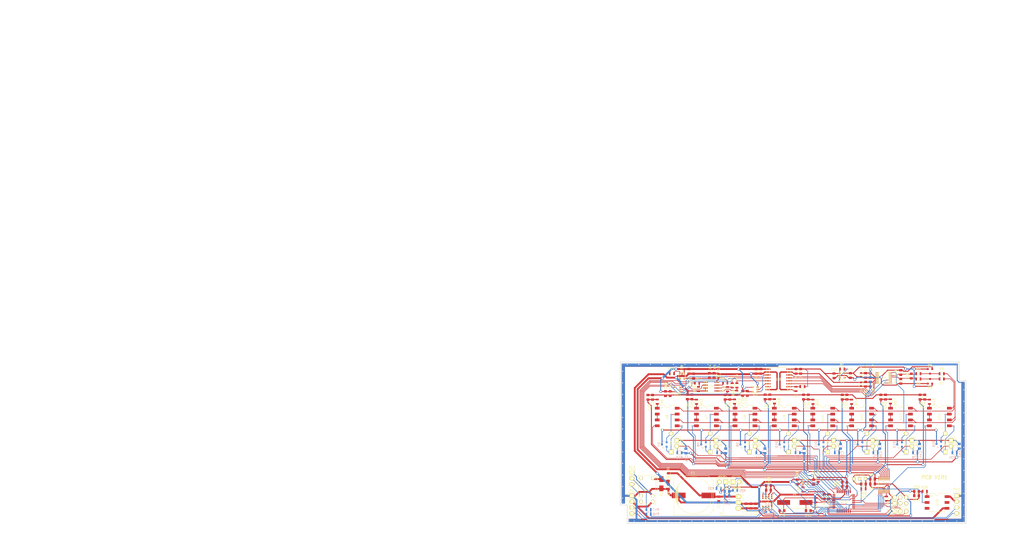
<source format=kicad_pcb>
(kicad_pcb (version 4) (host pcbnew 4.0.2-stable)
  (layers (0 F.Cu signal) (31 B.Cu signal) (34 B.Paste user) (35 F.Paste user) (36 B.SilkS user) (37 F.SilkS user) (38 B.Mask user) (39 F.Mask user) (44 Edge.Cuts user))
  (net 0 "")
  (net 1 "Net-(C1-Pad1)")
  (net 2 GNDD)
  (net 3 +5VD)
  (net 4 VPP)
  (net 5 +3.3VADC)
  (net 6 GNDA)
  (net 7 +5VA)
  (net 8 GNDADC)
  (net 9 "Net-(C19-Pad1)")
  (net 10 "Net-(C20-Pad2)")
  (net 11 VDDA)
  (net 12 "Net-(C45-Pad1)")
  (net 13 "Net-(C46-Pad1)")
  (net 14 "Net-(C63-Pad1)")
  (net 15 "Net-(D5-Pad3)")
  (net 16 "Net-(D6-Pad3)")
  (net 17 "Net-(D7-Pad1)")
  (net 18 "Net-(D7-Pad2)")
  (net 19 "Net-(D8-Pad1)")
  (net 20 "Net-(D8-Pad2)")
  (net 21 "Net-(D9-Pad1)")
  (net 22 "Net-(D9-Pad2)")
  (net 23 "Net-(D10-Pad1)")
  (net 24 "Net-(D10-Pad2)")
  (net 25 "Net-(D11-Pad1)")
  (net 26 "Net-(D11-Pad2)")
  (net 27 "Net-(D12-Pad1)")
  (net 28 "Net-(D12-Pad2)")
  (net 29 "Net-(D13-Pad1)")
  (net 30 "Net-(D13-Pad2)")
  (net 31 "Net-(D14-Pad1)")
  (net 32 "Net-(D14-Pad2)")
  (net 33 "Net-(D15-Pad2)")
  (net 34 "Net-(D16-Pad1)")
  (net 35 "Net-(D16-Pad2)")
  (net 36 CANL)
  (net 37 CANH)
  (net 38 BKGD)
  (net 39 "Net-(P2-Pad3)")
  (net 40 ~RST)
  (net 41 "Net-(P2-Pad5)")
  (net 42 RxD)
  (net 43 TxD)
  (net 44 "Net-(P11-Pad2)")
  (net 45 "Net-(R1-Pad2)")
  (net 46 "Net-(R2-Pad1)")
  (net 47 K-)
  (net 48 K+)
  (net 49 "Net-(R9-Pad2)")
  (net 50 /ADP0)
  (net 51 "Net-(R12-Pad2)")
  (net 52 /ADP1)
  (net 53 "Net-(R15-Pad2)")
  (net 54 /ADP2)
  (net 55 "Net-(R18-Pad2)")
  (net 56 /ADP3)
  (net 57 "Net-(R21-Pad2)")
  (net 58 /ADP4)
  (net 59 "Net-(R24-Pad2)")
  (net 60 /ADP5)
  (net 61 "Net-(R27-Pad2)")
  (net 62 /ADP6)
  (net 63 "Net-(R33-Pad2)")
  (net 64 /ADP7)
  (net 65 "Net-(R36-Pad1)")
  (net 66 "Net-(R38-Pad2)")
  (net 67 "Net-(R39-Pad2)")
  (net 68 "Net-(R40-Pad2)")
  (net 69 /SCLK)
  (net 70 "Net-(R41-Pad2)")
  (net 71 /AddrEN)
  (net 72 /MOSI)
  (net 73 "Net-(R43-Pad2)")
  (net 74 /CS0)
  (net 75 "Net-(R44-Pad2)")
  (net 76 "Net-(U2-Pad4)")
  (net 77 /CS1)
  (net 78 "Net-(U3-Pad6)")
  (net 79 "Net-(U3-Pad7)")
  (net 80 "Net-(U3-Pad11)")
  (net 81 "Net-(U3-Pad12)")
  (net 82 "Net-(U3-Pad13)")
  (net 83 "Net-(U3-Pad14)")
  (net 84 "Net-(U4-Pad2)")
  (net 85 "Net-(U4-Pad4)")
  (net 86 "Net-(U4-Pad7)")
  (net 87 "Net-(U4-Pad9)")
  (net 88 "Net-(U4-Pad10)")
  (net 89 "Net-(U4-Pad11)")
  (net 90 /MISO)
  (net 91 "Net-(U6-Pad2)")
  (net 92 /Mux0)
  (net 93 "Net-(U7-Pad2)")
  (net 94 /Mux1)
  (net 95 "Net-(U8-Pad2)")
  (net 96 /Mux2)
  (net 97 "Net-(U9-Pad2)")
  (net 98 /Mux3)
  (net 99 "Net-(U10-Pad2)")
  (net 100 /Mux4)
  (net 101 "Net-(U11-Pad2)")
  (net 102 /Mux5)
  (net 103 "Net-(U12-Pad2)")
  (net 104 /Mux6)
  (net 105 "Net-(U13-Pad1)")
  (net 106 "Net-(U13-Pad4)")
  (net 107 "Net-(U13-Pad5)")
  (net 108 "Net-(U14-Pad2)")
  (net 109 /Mux7)
  (net 110 /Addr0)
  (net 111 /Addr1)
  (net 112 /Addr2)
  (net 113 GPIO0)
  (net 114 GPIO1)
  (net 115 "Net-(U17-Pad4)")
  (net 116 "Net-(U18-Pad4)")
  (net 117 "Net-(U20-Pad2)")
  (net 118 +12V)
  (net 119 "Net-(U22-Pad4)")
  (net 120 /EN)
  (net 121 "Net-(U22-Pad6)")
  (net 122 /PWM)
  (module LQFP-32_7x7mm_Pitch0.8mm (layer F.Cu) (at 176.942414 120.5)
    (fp_text reference U15 (at 0 0.1) (layer F.SilkS))
    (fp_text value MC9S08DZ_LC)
    (pad 1 smd rect (at -4.25 -2.8) (size 1.2 0.5) (layers F.Cu F.Paste F.Mask) (net 64 /ADP7))
    (pad 2 smd rect (at -4.25 -2) (size 1.2 0.5) (layers F.Cu F.Paste F.Mask) (net 3 +5VD))
    (pad 3 smd rect (at -4.25 -1.2) (size 1.2 0.5) (layers F.Cu F.Paste F.Mask) (net 2 GNDD))
    (pad 4 smd rect (at -4.25 -0.4) (size 1.2 0.5) (layers F.Cu F.Paste F.Mask) (net 13 "Net-(C46-Pad1)"))
    (pad 5 smd rect (at -4.25 0.4) (size 1.2 0.5) (layers F.Cu F.Paste F.Mask) (net 12 "Net-(C45-Pad1)"))
    (pad 6 smd rect (at -4.25 1.2) (size 1.2 0.5) (layers F.Cu F.Paste F.Mask) (net 40 ~RST))
    (pad 7 smd rect (at -4.25 2) (size 1.2 0.5) (layers F.Cu F.Paste F.Mask) (net 43 TxD))
    (pad 8 smd rect (at -4.25 2.8) (size 1.2 0.5) (layers F.Cu F.Paste F.Mask) (net 42 RxD))
    (pad 9 smd rect (at -2.8 4.25 90) (size 1.2 0.5) (layers F.Cu F.Paste F.Mask) (net 31 "Net-(D14-Pad1)"))
    (pad 10 smd rect (at -2 4.25 90) (size 1.2 0.5) (layers F.Cu F.Paste F.Mask) (net 69 /SCLK))
    (pad 11 smd rect (at -1.2 4.25 90) (size 1.2 0.5) (layers F.Cu F.Paste F.Mask) (net 72 /MOSI))
    (pad 12 smd rect (at -0.4 4.25 90) (size 1.2 0.5) (layers F.Cu F.Paste F.Mask) (net 90 /MISO))
    (pad 13 smd rect (at 0.4 4.25 90) (size 1.2 0.5) (layers F.Cu F.Paste F.Mask) (net 105 "Net-(U13-Pad1)"))
    (pad 14 smd rect (at 1.2 4.25 90) (size 1.2 0.5) (layers F.Cu F.Paste F.Mask) (net 106 "Net-(U13-Pad4)"))
    (pad 15 smd rect (at 2 4.25 90) (size 1.2 0.5) (layers F.Cu F.Paste F.Mask) (net 110 /Addr0))
    (pad 16 smd rect (at 2.8 4.25 90) (size 1.2 0.5) (layers F.Cu F.Paste F.Mask) (net 111 /Addr1))
    (pad 17 smd rect (at 4.25 2.8) (size 1.2 0.5) (layers F.Cu F.Paste F.Mask) (net 112 /Addr2))
    (pad 18 smd rect (at 4.25 2) (size 1.2 0.5) (layers F.Cu F.Paste F.Mask) (net 71 /AddrEN))
    (pad 19 smd rect (at 4.25 1.2) (size 1.2 0.5) (layers F.Cu F.Paste F.Mask) (net 113 GPIO0))
    (pad 20 smd rect (at 4.25 0.4) (size 1.2 0.5) (layers F.Cu F.Paste F.Mask) (net 114 GPIO1))
    (pad 21 smd rect (at 4.25 -0.4) (size 1.2 0.5) (layers F.Cu F.Paste F.Mask) (net 38 BKGD))
    (pad 22 smd rect (at 4.25 -1.2) (size 1.2 0.5) (layers F.Cu F.Paste F.Mask) (net 74 /CS0))
    (pad 23 smd rect (at 4.25 -2) (size 1.2 0.5) (layers F.Cu F.Paste F.Mask) (net 50 /ADP0))
    (pad 24 smd rect (at 4.25 -2.8) (size 1.2 0.5) (layers F.Cu F.Paste F.Mask) (net 77 /CS1))
    (pad 25 smd rect (at 2.8 -4.25 90) (size 1.2 0.5) (layers F.Cu F.Paste F.Mask) (net 52 /ADP1))
    (pad 26 smd rect (at 2 -4.25 90) (size 1.2 0.5) (layers F.Cu F.Paste F.Mask) (net 54 /ADP2))
    (pad 27 smd rect (at 1.2 -4.25 90) (size 1.2 0.5) (layers F.Cu F.Paste F.Mask) (net 56 /ADP3))
    (pad 28 smd rect (at 0.4 -4.25 90) (size 1.2 0.5) (layers F.Cu F.Paste F.Mask) (net 2 GNDD))
    (pad 29 smd rect (at -0.4 -4.25 90) (size 1.2 0.5) (layers F.Cu F.Paste F.Mask) (net 11 VDDA))
    (pad 30 smd rect (at -1.2 -4.25 90) (size 1.2 0.5) (layers F.Cu F.Paste F.Mask) (net 58 /ADP4))
    (pad 31 smd rect (at -2 -4.25 90) (size 1.2 0.5) (layers F.Cu F.Paste F.Mask) (net 60 /ADP5))
    (pad 32 smd rect (at -2.8 -4.25 90) (size 1.2 0.5) (layers F.Cu F.Paste F.Mask) (net 62 /ADP6))
  )
  (module footprints:SN74HC138_PW_16 (layer F.Cu) (at 194.43523 113.262062 90)
    (fp_text reference U19 (at 0 0 90) (layer F.SilkS))
    (fp_text value SN74HC138_PW_16)
    (pad 1 smd rect (at -2.8194 -2.274999 90) (size 1.6764 0.3556) (layers F.Cu F.Paste F.Mask) (net 110 /Addr0))
    (pad 2 smd rect (at -2.8194 -1.625001 90) (size 1.6764 0.3556) (layers F.Cu F.Paste F.Mask) (net 111 /Addr1))
    (pad 3 smd rect (at -2.8194 -0.974999 90) (size 1.6764 0.3556) (layers F.Cu F.Paste F.Mask) (net 112 /Addr2))
    (pad 4 smd rect (at -2.8194 -0.325001 90) (size 1.6764 0.3556) (layers F.Cu F.Paste F.Mask) (net 2 GNDD))
    (pad 5 smd rect (at -2.8194 0.324998 90) (size 1.6764 0.3556) (layers F.Cu F.Paste F.Mask) (net 2 GNDD))
    (pad 6 smd rect (at -2.8194 0.974999 90) (size 1.6764 0.3556) (layers F.Cu F.Paste F.Mask) (net 71 /AddrEN))
    (pad 7 smd rect (at -2.8194 1.624998 90) (size 1.6764 0.3556) (layers F.Cu F.Paste F.Mask) (net 109 /Mux7))
    (pad 8 smd rect (at -2.8194 2.274999 90) (size 1.6764 0.3556) (layers F.Cu F.Paste F.Mask) (net 2 GNDD))
    (pad 9 smd rect (at 2.8194 2.274999 90) (size 1.6764 0.3556) (layers F.Cu F.Paste F.Mask) (net 104 /Mux6))
    (pad 10 smd rect (at 2.8194 1.625001 90) (size 1.6764 0.3556) (layers F.Cu F.Paste F.Mask) (net 102 /Mux5))
    (pad 11 smd rect (at 2.8194 0.974999 90) (size 1.6764 0.3556) (layers F.Cu F.Paste F.Mask) (net 100 /Mux4))
    (pad 12 smd rect (at 2.8194 0.325001 90) (size 1.6764 0.3556) (layers F.Cu F.Paste F.Mask) (net 98 /Mux3))
    (pad 13 smd rect (at 2.8194 -0.324998 90) (size 1.6764 0.3556) (layers F.Cu F.Paste F.Mask) (net 96 /Mux2))
    (pad 14 smd rect (at 2.8194 -0.974999 90) (size 1.6764 0.3556) (layers F.Cu F.Paste F.Mask) (net 94 /Mux1))
    (pad 15 smd rect (at 2.8194 -1.624998 90) (size 1.6764 0.3556) (layers F.Cu F.Paste F.Mask) (net 92 /Mux0))
    (pad 16 smd rect (at 2.8194 -2.274999 90) (size 1.6764 0.3556) (layers F.Cu F.Paste F.Mask) (net 3 +5VD))
  )
  (module LEDs:LED-5MM (layer F.Cu) (at 125.54 112 180)
    (fp_text reference D15 (at 1.524 1.905 180) (layer F.SilkS))
    (fp_text value Led)
    (fp_text user K (at -1.71 0 180) (layer F.SilkS))
    (pad 1 thru_hole rect (at 0 0 270) (size 2 1.9) (drill 1.00076) (layers *.Cu *.Mask F.SilkS) (net 2 GNDD))
    (pad 2 thru_hole circle (at 2.54 0 180) (size 1.9 1.9) (drill 1.00076) (layers *.Cu *.Mask F.SilkS) (net 33 "Net-(D15-Pad2)"))
  )
  (module Capacitors_SMD:C_0805 (layer F.Cu) (at 168.433414 118.3603 270)
    (fp_text reference C41 (at 3.3057 0.031414 270) (layer F.SilkS))
    (fp_text value 10u)
    (pad 1 smd rect (at -1 0 270) (size 1 1.25) (layers F.Cu F.Paste F.Mask) (net 3 +5VD))
    (pad 2 smd rect (at 1 0 270) (size 1 1.25) (layers F.Cu F.Paste F.Mask) (net 2 GNDD))
  )
  (module footprints:AD7792BRUZ (layer F.Cu) (at 194.31 66.802 180)
    (fp_text reference U4 (at 0 0 180) (layer F.SilkS))
    (fp_text value AD7792BRUZ)
    (pad 1 smd rect (at -2.8194 -2.274999 180) (size 1.4732 0.3556) (layers F.Cu F.Paste F.Mask) (net 82 "Net-(U3-Pad13)"))
    (pad 2 smd rect (at -2.8194 -1.625001 180) (size 1.4732 0.3556) (layers F.Cu F.Paste F.Mask) (net 84 "Net-(U4-Pad2)"))
    (pad 3 smd rect (at -2.8194 -0.974999 180) (size 1.4732 0.3556) (layers F.Cu F.Paste F.Mask) (net 83 "Net-(U3-Pad14)"))
    (pad 4 smd rect (at -2.8194 -0.325001 180) (size 1.4732 0.3556) (layers F.Cu F.Paste F.Mask) (net 85 "Net-(U4-Pad4)"))
    (pad 5 smd rect (at -2.8194 0.324998 180) (size 1.4732 0.3556) (layers F.Cu F.Paste F.Mask) (net 10 "Net-(C20-Pad2)"))
    (pad 6 smd rect (at -2.8194 0.974999 180) (size 1.4732 0.3556) (layers F.Cu F.Paste F.Mask) (net 9 "Net-(C19-Pad1)"))
    (pad 7 smd rect (at -2.8194 1.624998 180) (size 1.4732 0.3556) (layers F.Cu F.Paste F.Mask) (net 86 "Net-(U4-Pad7)"))
    (pad 8 smd rect (at -2.8194 2.274999 180) (size 1.4732 0.3556) (layers F.Cu F.Paste F.Mask) (net 47 K-))
    (pad 9 smd rect (at 2.8194 2.274999 180) (size 1.4732 0.3556) (layers F.Cu F.Paste F.Mask) (net 87 "Net-(U4-Pad9)"))
    (pad 10 smd rect (at 2.8194 1.625001 180) (size 1.4732 0.3556) (layers F.Cu F.Paste F.Mask) (net 88 "Net-(U4-Pad10)"))
    (pad 11 smd rect (at 2.8194 0.974999 180) (size 1.4732 0.3556) (layers F.Cu F.Paste F.Mask) (net 89 "Net-(U4-Pad11)"))
    (pad 12 smd rect (at 2.8194 0.325001 180) (size 1.4732 0.3556) (layers F.Cu F.Paste F.Mask) (net 8 GNDADC))
    (pad 13 smd rect (at 2.8194 -0.324998 180) (size 1.4732 0.3556) (layers F.Cu F.Paste F.Mask) (net 5 +3.3VADC))
    (pad 14 smd rect (at 2.8194 -0.974999 180) (size 1.4732 0.3556) (layers F.Cu F.Paste F.Mask) (net 7 +5VA))
    (pad 15 smd rect (at 2.8194 -1.624998 180) (size 1.4732 0.3556) (layers F.Cu F.Paste F.Mask) (net 80 "Net-(U3-Pad11)"))
    (pad 16 smd rect (at 2.8194 -2.274999 180) (size 1.4732 0.3556) (layers F.Cu F.Paste F.Mask) (net 81 "Net-(U3-Pad12)"))
  )
  (module footprints:c_elec_16x16.5 (layer F.Cu) (at 111.76 117.856)
    (fp_text reference C1 (at -0.254 -9.652 180) (layer F.SilkS))
    (fp_text value 1000u)
    (pad 1 smd rect (at 6.45 0) (size 6 2.4003) (layers F.Cu F.Paste F.Mask) (net 1 "Net-(C1-Pad1)"))
    (pad 2 smd rect (at -6.45 0) (size 6 2.4003) (layers F.Cu F.Paste F.Mask) (net 2 GNDD))
  )
  (module Capacitors_SMD:C_0805 (layer F.Cu) (at 122.682 119.38 270)
    (fp_text reference C2 (at 3.048 0 270) (layer F.SilkS))
    (fp_text value 10u)
    (pad 1 smd rect (at -1 0 270) (size 1 1.25) (layers F.Cu F.Paste F.Mask) (net 1 "Net-(C1-Pad1)"))
    (pad 2 smd rect (at 1 0 270) (size 1 1.25) (layers F.Cu F.Paste F.Mask) (net 2 GNDD))
  )
  (module Capacitors_SMD:C_0805 (layer F.Cu) (at 134.62 122.461239 90)
    (fp_text reference C3 (at -3.014761 0 90) (layer F.SilkS))
    (fp_text value 0.1u)
    (pad 1 smd rect (at -1 0 90) (size 1 1.25) (layers F.Cu F.Paste F.Mask) (net 3 +5VD))
    (pad 2 smd rect (at 1 0 90) (size 1 1.25) (layers F.Cu F.Paste F.Mask) (net 2 GNDD))
  )
  (module Capacitors_SMD:C_0805 (layer F.Cu) (at 136.652 122.461239 90)
    (fp_text reference C4 (at -3.014761 0 90) (layer F.SilkS))
    (fp_text value 1u)
    (pad 1 smd rect (at -1 0 90) (size 1 1.25) (layers F.Cu F.Paste F.Mask) (net 3 +5VD))
    (pad 2 smd rect (at 1 0 90) (size 1 1.25) (layers F.Cu F.Paste F.Mask) (net 2 GNDD))
  )
  (module Capacitors_SMD:C_0805 (layer F.Cu) (at 138.684 122.461239 90)
    (fp_text reference C5 (at -3.014761 0 90) (layer F.SilkS))
    (fp_text value 10u)
    (pad 1 smd rect (at -1 0 90) (size 1 1.25) (layers F.Cu F.Paste F.Mask) (net 3 +5VD))
    (pad 2 smd rect (at 1 0 90) (size 1 1.25) (layers F.Cu F.Paste F.Mask) (net 2 GNDD))
  )
  (module Capacitors_SMD:C_0805 (layer F.Cu) (at 138.938 64.008 270)
    (fp_text reference C6 (at 2.900594 0 270) (layer F.SilkS))
    (fp_text value 10u)
    (pad 1 smd rect (at -1 0 270) (size 1 1.25) (layers F.Cu F.Paste F.Mask) (net 3 +5VD))
    (pad 2 smd rect (at 1 0 270) (size 1 1.25) (layers F.Cu F.Paste F.Mask) (net 2 GNDD))
  )
  (module Capacitors_SMD:C_0805 (layer F.Cu) (at 140.97 64.008 270)
    (fp_text reference C7 (at 2.834594 0 270) (layer F.SilkS))
    (fp_text value 0.1u)
    (pad 1 smd rect (at -1 0 270) (size 1 1.25) (layers F.Cu F.Paste F.Mask) (net 3 +5VD))
    (pad 2 smd rect (at 1 0 270) (size 1 1.25) (layers F.Cu F.Paste F.Mask) (net 2 GNDD))
  )
  (module Capacitors_SMD:C_0805 (layer F.Cu) (at 100.838 114.046 270)
    (fp_text reference C8 (at 3.048 0 270) (layer F.SilkS))
    (fp_text value 0.01u)
    (pad 1 smd rect (at -1 0 270) (size 1 1.25) (layers F.Cu F.Paste F.Mask) (net 118 +12V))
    (pad 2 smd rect (at 1 0 270) (size 1 1.25) (layers F.Cu F.Paste F.Mask) (net 2 GNDD))
  )
  (module Capacitors_SMD:C_0805 (layer F.Cu) (at 179.832 65.814 270)
    (fp_text reference C9 (at -2.54 0 360) (layer F.SilkS))
    (fp_text value 1u)
    (pad 1 smd rect (at -1 0 270) (size 1 1.25) (layers F.Cu F.Paste F.Mask) (net 5 +3.3VADC))
    (pad 2 smd rect (at 1 0 270) (size 1 1.25) (layers F.Cu F.Paste F.Mask) (net 8 GNDADC))
  )
  (module Capacitors_SMD:C_0805 (layer F.Cu) (at 172.72 65.941 270)
    (fp_text reference C10 (at -2.667 0 360) (layer F.SilkS))
    (fp_text value 1u)
    (pad 1 smd rect (at -1 0 270) (size 1 1.25) (layers F.Cu F.Paste F.Mask) (net 7 +5VA))
    (pad 2 smd rect (at 1 0 270) (size 1 1.25) (layers F.Cu F.Paste F.Mask) (net 8 GNDADC))
  )
  (module Capacitors_SMD:C_0805 (layer F.Cu) (at 186.436 65.786 90)
    (fp_text reference C11 (at 3.286 0 90) (layer F.SilkS))
    (fp_text value 10u)
    (pad 1 smd rect (at -1 0 90) (size 1 1.25) (layers F.Cu F.Paste F.Mask) (net 5 +3.3VADC))
    (pad 2 smd rect (at 1 0 90) (size 1 1.25) (layers F.Cu F.Paste F.Mask) (net 8 GNDADC))
  )
  (module Capacitors_SMD:C_0805 (layer F.Cu) (at 188.468 65.786 90)
    (fp_text reference C12 (at 3.286 1.282 90) (layer F.SilkS))
    (fp_text value 0.1u)
    (pad 1 smd rect (at -1 0 90) (size 1 1.25) (layers F.Cu F.Paste F.Mask) (net 5 +3.3VADC))
    (pad 2 smd rect (at 1 0 90) (size 1 1.25) (layers F.Cu F.Paste F.Mask) (net 8 GNDADC))
  )
  (module Capacitors_SMD:C_0805 (layer F.Cu) (at 158.242 64.008 270)
    (fp_text reference C13 (at 3.556 0 270) (layer F.SilkS))
    (fp_text value 10u)
    (pad 1 smd rect (at -1 0 270) (size 1 1.25) (layers F.Cu F.Paste F.Mask) (net 7 +5VA))
    (pad 2 smd rect (at 1 0 270) (size 1 1.25) (layers F.Cu F.Paste F.Mask) (net 6 GNDA))
  )
  (module Capacitors_SMD:C_0805 (layer F.Cu) (at 156.21 64.008 270)
    (fp_text reference C14 (at 3.556 0 270) (layer F.SilkS))
    (fp_text value 0.1u)
    (pad 1 smd rect (at -1 0 270) (size 1 1.25) (layers F.Cu F.Paste F.Mask) (net 7 +5VA))
    (pad 2 smd rect (at 1 0 270) (size 1 1.25) (layers F.Cu F.Paste F.Mask) (net 6 GNDA))
  )
  (module Capacitors_SMD:C_0805 (layer F.Cu) (at 135.106191 73.560193 270)
    (fp_text reference C15 (at 3.048 0.508 270) (layer F.SilkS))
    (fp_text value 10u)
    (pad 1 smd rect (at -1 0 270) (size 1 1.25) (layers F.Cu F.Paste F.Mask) (net 3 +5VD))
    (pad 2 smd rect (at 1 0 270) (size 1 1.25) (layers F.Cu F.Paste F.Mask) (net 2 GNDD))
  )
  (module Capacitors_SMD:C_0805 (layer F.Cu) (at 133.074191 73.560193 270)
    (fp_text reference C16 (at 3.048 0 270) (layer F.SilkS))
    (fp_text value 0.1u)
    (pad 1 smd rect (at -1 0 270) (size 1 1.25) (layers F.Cu F.Paste F.Mask) (net 3 +5VD))
    (pad 2 smd rect (at 1 0 270) (size 1 1.25) (layers F.Cu F.Paste F.Mask) (net 2 GNDD))
  )
  (module Capacitors_SMD:C_0805 (layer F.Cu) (at 186.436 69.596 270)
    (fp_text reference C17 (at 3.302 0 270) (layer F.SilkS))
    (fp_text value 10u)
    (pad 1 smd rect (at -1 0 270) (size 1 1.25) (layers F.Cu F.Paste F.Mask) (net 7 +5VA))
    (pad 2 smd rect (at 1 0 270) (size 1 1.25) (layers F.Cu F.Paste F.Mask) (net 6 GNDA))
  )
  (module Capacitors_SMD:C_0805 (layer F.Cu) (at 188.468 69.596 270)
    (fp_text reference C18 (at 3.302 -1.282 270) (layer F.SilkS))
    (fp_text value 0.1u)
    (pad 1 smd rect (at -1 0 270) (size 1 1.25) (layers F.Cu F.Paste F.Mask) (net 7 +5VA))
    (pad 2 smd rect (at 1 0 270) (size 1 1.25) (layers F.Cu F.Paste F.Mask) (net 6 GNDA))
  )
  (module Capacitors_SMD:C_0805 (layer F.Cu) (at 201.676 64.516 90)
    (fp_text reference C19 (at -0.254 -2.1 90) (layer F.SilkS))
    (fp_text value 1n)
    (pad 1 smd rect (at -1 0 90) (size 1 1.25) (layers F.Cu F.Paste F.Mask) (net 9 "Net-(C19-Pad1)"))
    (pad 2 smd rect (at 1 0 90) (size 1 1.25) (layers F.Cu F.Paste F.Mask) (net 8 GNDADC))
  )
  (module Capacitors_SMD:C_0805 (layer F.Cu) (at 206.248 66.04 270)
    (fp_text reference C20 (at -0.04 1.748 270) (layer F.SilkS))
    (fp_text value 10n)
    (pad 1 smd rect (at -1 0 270) (size 1 1.25) (layers F.Cu F.Paste F.Mask) (net 9 "Net-(C19-Pad1)"))
    (pad 2 smd rect (at 1 0 270) (size 1 1.25) (layers F.Cu F.Paste F.Mask) (net 10 "Net-(C20-Pad2)"))
  )
  (module Capacitors_SMD:C_0805 (layer F.Cu) (at 201.676 68.326 90)
    (fp_text reference C21 (at 0 -2.032 90) (layer F.SilkS))
    (fp_text value 1n)
    (pad 1 smd rect (at -1 0 90) (size 1 1.25) (layers F.Cu F.Paste F.Mask) (net 8 GNDADC))
    (pad 2 smd rect (at 1 0 90) (size 1 1.25) (layers F.Cu F.Paste F.Mask) (net 10 "Net-(C20-Pad2)"))
  )
  (module Capacitors_SMD:C_0805 (layer F.Cu) (at 93.98 75.270638 90)
    (fp_text reference C22 (at -3.215362 0.166117 90) (layer F.SilkS))
    (fp_text value 0.1u)
    (pad 1 smd rect (at -1 0 90) (size 1 1.25) (layers F.Cu F.Paste F.Mask) (net 3 +5VD))
    (pad 2 smd rect (at 1 0 90) (size 1 1.25) (layers F.Cu F.Paste F.Mask) (net 2 GNDD))
  )
  (module Capacitors_SMD:C_0805 (layer F.Cu) (at 91.948 75.270638 90)
    (fp_text reference C23 (at -4.229362 0.552 90) (layer F.SilkS))
    (fp_text value 10u)
    (pad 1 smd rect (at -1 0 90) (size 1 1.25) (layers F.Cu F.Paste F.Mask) (net 3 +5VD))
    (pad 2 smd rect (at 1 0 90) (size 1 1.25) (layers F.Cu F.Paste F.Mask) (net 2 GNDD))
  )
  (module Capacitors_SMD:C_0805 (layer B.Cu) (at 108.458 98.552 90)
    (fp_text reference C24 (at -3.302 0.254 90) (layer B.SilkS) (effects (justify mirror)))
    (fp_text value 0.1u)
    (pad 1 smd rect (at -1 0 90) (size 1 1.25) (layers B.Cu B.Paste B.Mask) (net 11 VDDA))
    (pad 2 smd rect (at 1 0 90) (size 1 1.25) (layers B.Cu B.Paste B.Mask) (net 2 GNDD))
  )
  (module Capacitors_SMD:C_0805 (layer F.Cu) (at 111.05 75.088836 90)
    (fp_text reference C25 (at -3.397164 -0.015692 90) (layer F.SilkS))
    (fp_text value 0.1u)
    (pad 1 smd rect (at -1 0 90) (size 1 1.25) (layers F.Cu F.Paste F.Mask) (net 3 +5VD))
    (pad 2 smd rect (at 1 0 90) (size 1 1.25) (layers F.Cu F.Paste F.Mask) (net 2 GNDD))
  )
  (module Capacitors_SMD:C_0805 (layer F.Cu) (at 109.05 75.088836 90)
    (fp_text reference C26 (at -4.161164 0.28 90) (layer F.SilkS))
    (fp_text value 10u)
    (pad 1 smd rect (at -1 0 90) (size 1 1.25) (layers F.Cu F.Paste F.Mask) (net 3 +5VD))
    (pad 2 smd rect (at 1 0 90) (size 1 1.25) (layers F.Cu F.Paste F.Mask) (net 2 GNDD))
  )
  (module Capacitors_SMD:C_0805 (layer B.Cu) (at 125.73 98.552 90)
    (fp_text reference C27 (at 0.052 2.02 90) (layer B.SilkS) (effects (justify mirror)))
    (fp_text value 0.1u)
    (pad 1 smd rect (at -1 0 90) (size 1 1.25) (layers B.Cu B.Paste B.Mask) (net 11 VDDA))
    (pad 2 smd rect (at 1 0 90) (size 1 1.25) (layers B.Cu B.Paste B.Mask) (net 2 GNDD))
  )
  (module Capacitors_SMD:C_0805 (layer F.Cu) (at 127.514178 75.226932 90)
    (fp_text reference C28 (at -3.513068 -0.006178 90) (layer F.SilkS))
    (fp_text value 0.1u)
    (pad 1 smd rect (at -1 0 90) (size 1 1.25) (layers F.Cu F.Paste F.Mask) (net 3 +5VD))
    (pad 2 smd rect (at 1 0 90) (size 1 1.25) (layers F.Cu F.Paste F.Mask) (net 2 GNDD))
  )
  (module Capacitors_SMD:C_0805 (layer F.Cu) (at 125.475 75.225 90)
    (fp_text reference C29 (at -4.273068 0.644822 90) (layer F.SilkS))
    (fp_text value 10u)
    (pad 1 smd rect (at -1 0 90) (size 1 1.25) (layers F.Cu F.Paste F.Mask) (net 3 +5VD))
    (pad 2 smd rect (at 1 0 90) (size 1 1.25) (layers F.Cu F.Paste F.Mask) (net 2 GNDD))
  )
  (module Capacitors_SMD:C_0805 (layer B.Cu) (at 142.748 98.552 90)
    (fp_text reference C30 (at 0.052 2.002 90) (layer B.SilkS) (effects (justify mirror)))
    (fp_text value 0.1u)
    (pad 1 smd rect (at -1 0 90) (size 1 1.25) (layers B.Cu B.Paste B.Mask) (net 11 VDDA))
    (pad 2 smd rect (at 1 0 90) (size 1 1.25) (layers B.Cu B.Paste B.Mask) (net 2 GNDD))
  )
  (module Capacitors_SMD:C_0805 (layer F.Cu) (at 144.852499 75.118463 90)
    (fp_text reference C31 (at -3.621537 -0.102499 90) (layer F.SilkS))
    (fp_text value 0.1u)
    (pad 1 smd rect (at -1 0 90) (size 1 1.25) (layers F.Cu F.Paste F.Mask) (net 3 +5VD))
    (pad 2 smd rect (at 1 0 90) (size 1 1.25) (layers F.Cu F.Paste F.Mask) (net 2 GNDD))
  )
  (module Capacitors_SMD:C_0805 (layer F.Cu) (at 142.820499 75.118463 90)
    (fp_text reference C32 (at -4.131537 0.429501 90) (layer F.SilkS))
    (fp_text value 10u)
    (pad 1 smd rect (at -1 0 90) (size 1 1.25) (layers F.Cu F.Paste F.Mask) (net 3 +5VD))
    (pad 2 smd rect (at 1 0 90) (size 1 1.25) (layers F.Cu F.Paste F.Mask) (net 2 GNDD))
  )
  (module Capacitors_SMD:C_0805 (layer B.Cu) (at 159.766 98.552 90)
    (fp_text reference C33 (at 0.254 2.032 90) (layer B.SilkS) (effects (justify mirror)))
    (fp_text value 0.1u)
    (pad 1 smd rect (at -1 0 90) (size 1 1.25) (layers B.Cu B.Paste B.Mask) (net 11 VDDA))
    (pad 2 smd rect (at 1 0 90) (size 1 1.25) (layers B.Cu B.Paste B.Mask) (net 2 GNDD))
  )
  (module Capacitors_SMD:C_0805 (layer F.Cu) (at 161.544 75.168 90)
    (fp_text reference C34 (at -3.572 0 90) (layer F.SilkS))
    (fp_text value 0.1u)
    (pad 1 smd rect (at -1 0 90) (size 1 1.25) (layers F.Cu F.Paste F.Mask) (net 3 +5VD))
    (pad 2 smd rect (at 1 0 90) (size 1 1.25) (layers F.Cu F.Paste F.Mask) (net 2 GNDD))
  )
  (module Capacitors_SMD:C_0805 (layer F.Cu) (at 159.512 75.168 90)
    (fp_text reference C35 (at -3.556 0.508 90) (layer F.SilkS))
    (fp_text value 10u)
    (pad 1 smd rect (at -1 0 90) (size 1 1.25) (layers F.Cu F.Paste F.Mask) (net 3 +5VD))
    (pad 2 smd rect (at 1 0 90) (size 1 1.25) (layers F.Cu F.Paste F.Mask) (net 2 GNDD))
  )
  (module Capacitors_SMD:C_0805 (layer B.Cu) (at 175.514 96.52 90)
    (fp_text reference C36 (at -3.556 0.762 90) (layer B.SilkS) (effects (justify mirror)))
    (fp_text value 0.1u)
    (pad 1 smd rect (at -1 0 90) (size 1 1.25) (layers B.Cu B.Paste B.Mask) (net 11 VDDA))
    (pad 2 smd rect (at 1 0 90) (size 1 1.25) (layers B.Cu B.Paste B.Mask) (net 2 GNDD))
  )
  (module Capacitors_SMD:C_0805 (layer F.Cu) (at 178.308 75.184 90)
    (fp_text reference C37 (at -3.556 0 90) (layer F.SilkS))
    (fp_text value 0.1u)
    (pad 1 smd rect (at -1 0 90) (size 1 1.25) (layers F.Cu F.Paste F.Mask) (net 3 +5VD))
    (pad 2 smd rect (at 1 0 90) (size 1 1.25) (layers F.Cu F.Paste F.Mask) (net 2 GNDD))
  )
  (module Capacitors_SMD:C_0805 (layer F.Cu) (at 176.276 75.184 90)
    (fp_text reference C38 (at -3.556 0.508 90) (layer F.SilkS))
    (fp_text value 10u)
    (pad 1 smd rect (at -1 0 90) (size 1 1.25) (layers F.Cu F.Paste F.Mask) (net 3 +5VD))
    (pad 2 smd rect (at 1 0 90) (size 1 1.25) (layers F.Cu F.Paste F.Mask) (net 2 GNDD))
  )
  (module Capacitors_SMD:C_0805 (layer B.Cu) (at 192.532 96.52 90)
    (fp_text reference C39 (at -3.572 0.508 90) (layer B.SilkS) (effects (justify mirror)))
    (fp_text value 0.1u)
    (pad 1 smd rect (at -1 0 90) (size 1 1.25) (layers B.Cu B.Paste B.Mask) (net 11 VDDA))
    (pad 2 smd rect (at 1 0 90) (size 1 1.25) (layers B.Cu B.Paste B.Mask) (net 2 GNDD))
  )
  (module Capacitors_SMD:C_0805 (layer F.Cu) (at 170.4 118.3693 270)
    (fp_text reference C40 (at 3.2967 0 270) (layer F.SilkS))
    (fp_text value 0.1u)
    (pad 1 smd rect (at -1 0 270) (size 1 1.25) (layers F.Cu F.Paste F.Mask) (net 3 +5VD))
    (pad 2 smd rect (at 1 0 270) (size 1 1.25) (layers F.Cu F.Paste F.Mask) (net 2 GNDD))
  )
  (module Capacitors_SMD:C_0805 (layer F.Cu) (at 195.072 75.184 90)
    (fp_text reference C42 (at -3.556 0 90) (layer F.SilkS))
    (fp_text value 0.1u)
    (pad 1 smd rect (at -1 0 90) (size 1 1.25) (layers F.Cu F.Paste F.Mask) (net 3 +5VD))
    (pad 2 smd rect (at 1 0 90) (size 1 1.25) (layers F.Cu F.Paste F.Mask) (net 2 GNDD))
  )
  (module Capacitors_SMD:C_0805 (layer F.Cu) (at 193.04 75.184 90)
    (fp_text reference C43 (at -3.556 0.71 90) (layer F.SilkS))
    (fp_text value 10u)
    (pad 1 smd rect (at -1 0 90) (size 1 1.25) (layers F.Cu F.Paste F.Mask) (net 3 +5VD))
    (pad 2 smd rect (at 1 0 90) (size 1 1.25) (layers F.Cu F.Paste F.Mask) (net 2 GNDD))
  )
  (module Capacitors_SMD:C_0805 (layer B.Cu) (at 209.804 96.52 90)
    (fp_text reference C44 (at -3.556 0.508 90) (layer B.SilkS) (effects (justify mirror)))
    (fp_text value 0.1u)
    (pad 1 smd rect (at -1 0 90) (size 1 1.25) (layers B.Cu B.Paste B.Mask) (net 11 VDDA))
    (pad 2 smd rect (at 1 0 90) (size 1 1.25) (layers B.Cu B.Paste B.Mask) (net 2 GNDD))
  )
  (module Capacitors_SMD:C_0805 (layer F.Cu) (at 161.544 124.46)
    (fp_text reference C45 (at -0.044 2.04) (layer F.SilkS))
    (fp_text value 10p)
    (pad 1 smd rect (at -1 0) (size 1 1.25) (layers F.Cu F.Paste F.Mask) (net 12 "Net-(C45-Pad1)"))
    (pad 2 smd rect (at 1 0) (size 1 1.25) (layers F.Cu F.Paste F.Mask) (net 2 GNDD))
  )
  (module Capacitors_SMD:C_0805 (layer F.Cu) (at 150.114 124.46 180)
    (fp_text reference C46 (at 0 -1.79 180) (layer F.SilkS))
    (fp_text value 10p)
    (pad 1 smd rect (at -1 0 180) (size 1 1.25) (layers F.Cu F.Paste F.Mask) (net 13 "Net-(C46-Pad1)"))
    (pad 2 smd rect (at 1 0 180) (size 1 1.25) (layers F.Cu F.Paste F.Mask) (net 2 GNDD))
  )
  (module Capacitors_SMD:C_0805 (layer B.Cu) (at 126.238 118 180)
    (fp_text reference C47 (at -0.012 -3.5 180) (layer B.SilkS) (effects (justify mirror)))
    (fp_text value 10u)
    (pad 1 smd rect (at -1 0 180) (size 1 1.25) (layers B.Cu B.Paste B.Mask) (net 3 +5VD))
    (pad 2 smd rect (at 1 0 180) (size 1 1.25) (layers B.Cu B.Paste B.Mask) (net 2 GNDD))
  )
  (module Capacitors_SMD:C_0805 (layer B.Cu) (at 126.238 116.078 180)
    (fp_text reference C48 (at -0.012 -3.922 180) (layer B.SilkS) (effects (justify mirror)))
    (fp_text value 0.1u)
    (pad 1 smd rect (at -1 0 180) (size 1 1.25) (layers B.Cu B.Paste B.Mask) (net 3 +5VD))
    (pad 2 smd rect (at 1 0 180) (size 1 1.25) (layers B.Cu B.Paste B.Mask) (net 2 GNDD))
  )
  (module Capacitors_SMD:C_0805 (layer F.Cu) (at 212.09 75.184 90)
    (fp_text reference C49 (at -3.556 0 90) (layer F.SilkS))
    (fp_text value 0.1u)
    (pad 1 smd rect (at -1 0 90) (size 1 1.25) (layers F.Cu F.Paste F.Mask) (net 3 +5VD))
    (pad 2 smd rect (at 1 0 90) (size 1 1.25) (layers F.Cu F.Paste F.Mask) (net 2 GNDD))
  )
  (module Capacitors_SMD:C_0805 (layer F.Cu) (at 210.058 75.184 90)
    (fp_text reference C50 (at -3.566 0.692 90) (layer F.SilkS))
    (fp_text value 10u)
    (pad 1 smd rect (at -1 0 90) (size 1 1.25) (layers F.Cu F.Paste F.Mask) (net 3 +5VD))
    (pad 2 smd rect (at 1 0 90) (size 1 1.25) (layers F.Cu F.Paste F.Mask) (net 2 GNDD))
  )
  (module Capacitors_SMD:C_0805 (layer F.Cu) (at 144.272 113.538 180)
    (fp_text reference C51 (at 0.022 3.288 180) (layer F.SilkS))
    (fp_text value 10u)
    (pad 1 smd rect (at -1 0 180) (size 1 1.25) (layers F.Cu F.Paste F.Mask) (net 2 GNDD))
    (pad 2 smd rect (at 1 0 180) (size 1 1.25) (layers F.Cu F.Paste F.Mask) (net 3 +5VD))
  )
  (module Capacitors_SMD:C_0805 (layer F.Cu) (at 144.272 115.57 180)
    (fp_text reference C52 (at 0.022 3.82 180) (layer F.SilkS))
    (fp_text value 0.1u)
    (pad 1 smd rect (at -1 0 180) (size 1 1.25) (layers F.Cu F.Paste F.Mask) (net 2 GNDD))
    (pad 2 smd rect (at 1 0 180) (size 1 1.25) (layers F.Cu F.Paste F.Mask) (net 3 +5VD))
  )
  (module Capacitors_SMD:C_0805 (layer B.Cu) (at 227.076 96.52 90)
    (fp_text reference C53 (at -3.318 0.254 90) (layer B.SilkS) (effects (justify mirror)))
    (fp_text value 0.1u)
    (pad 1 smd rect (at -1 0 90) (size 1 1.25) (layers B.Cu B.Paste B.Mask) (net 11 VDDA))
    (pad 2 smd rect (at 1 0 90) (size 1 1.25) (layers B.Cu B.Paste B.Mask) (net 2 GNDD))
  )
  (module Capacitors_SMD:C_0805 (layer F.Cu) (at 208.534 117.983 180)
    (fp_text reference C54 (at 0 -1.905 180) (layer F.SilkS))
    (fp_text value 10u)
    (pad 1 smd rect (at -1 0 180) (size 1 1.25) (layers F.Cu F.Paste F.Mask) (net 3 +5VD))
    (pad 2 smd rect (at 1 0 180) (size 1 1.25) (layers F.Cu F.Paste F.Mask) (net 2 GNDD))
  )
  (module Capacitors_SMD:C_0805 (layer F.Cu) (at 208.534 116.078 180)
    (fp_text reference C55 (at 0 1.778 180) (layer F.SilkS))
    (fp_text value 0.1u)
    (pad 1 smd rect (at -1 0 180) (size 1 1.25) (layers F.Cu F.Paste F.Mask) (net 3 +5VD))
    (pad 2 smd rect (at 1 0 180) (size 1 1.25) (layers F.Cu F.Paste F.Mask) (net 2 GNDD))
  )
  (module Capacitors_SMD:C_0805 (layer F.Cu) (at 189.431443 110.765631 180)
    (fp_text reference C56 (at 0.681443 1.765631 180) (layer F.SilkS))
    (fp_text value 0.1u)
    (pad 1 smd rect (at -1 0 180) (size 1 1.25) (layers F.Cu F.Paste F.Mask) (net 3 +5VD))
    (pad 2 smd rect (at 1 0 180) (size 1 1.25) (layers F.Cu F.Paste F.Mask) (net 2 GNDD))
  )
  (module Capacitors_SMD:C_0805 (layer F.Cu) (at 189.451818 112.886822 180)
    (fp_text reference C57 (at -0.048182 -1.863178 180) (layer F.SilkS))
    (fp_text value 1u)
    (pad 1 smd rect (at -1 0 180) (size 1 1.25) (layers F.Cu F.Paste F.Mask) (net 3 +5VD))
    (pad 2 smd rect (at 1 0 180) (size 1 1.25) (layers F.Cu F.Paste F.Mask) (net 2 GNDD))
  )
  (module Capacitors_SMD:C_0805 (layer F.Cu) (at 177.327414 114.1 180)
    (fp_text reference C58 (at 3.327414 0.7 180) (layer F.SilkS))
    (fp_text value 0.1u)
    (pad 1 smd rect (at -1 0 180) (size 1 1.25) (layers F.Cu F.Paste F.Mask) (net 2 GNDD))
    (pad 2 smd rect (at 1 0 180) (size 1 1.25) (layers F.Cu F.Paste F.Mask) (net 11 VDDA))
  )
  (module Capacitors_SMD:C_0805 (layer F.Cu) (at 177.327414 112.134688 180)
    (fp_text reference C59 (at 3.327414 -0.065312 180) (layer F.SilkS))
    (fp_text value 1u)
    (pad 1 smd rect (at -1 0 180) (size 1 1.25) (layers F.Cu F.Paste F.Mask) (net 2 GNDD))
    (pad 2 smd rect (at 1 0 180) (size 1 1.25) (layers F.Cu F.Paste F.Mask) (net 11 VDDA))
  )
  (module Capacitors_SMD:C_0805 (layer F.Cu) (at 163.83 112.014 270)
    (fp_text reference C60 (at -3.51 0 270) (layer F.SilkS))
    (fp_text value 1u)
    (pad 1 smd rect (at -1 0 270) (size 1 1.25) (layers F.Cu F.Paste F.Mask) (net 11 VDDA))
    (pad 2 smd rect (at 1 0 270) (size 1 1.25) (layers F.Cu F.Paste F.Mask) (net 2 GNDD))
  )
  (module Capacitors_SMD:C_0805 (layer F.Cu) (at 156.718 112.014 270)
    (fp_text reference C61 (at -3.51 0 270) (layer F.SilkS))
    (fp_text value 1u)
    (pad 1 smd rect (at -1 0 270) (size 1 1.25) (layers F.Cu F.Paste F.Mask) (net 3 +5VD))
    (pad 2 smd rect (at 1 0 270) (size 1 1.25) (layers F.Cu F.Paste F.Mask) (net 2 GNDD))
  )
  (module Capacitors_SMD:C_0805 (layer F.Cu) (at 109.728 64.008 270)
    (fp_text reference C62 (at 3.556 0 270) (layer F.SilkS))
    (fp_text value 1u)
    (pad 1 smd rect (at -1 0 270) (size 1 1.25) (layers F.Cu F.Paste F.Mask) (net 3 +5VD))
    (pad 2 smd rect (at 1 0 270) (size 1 1.25) (layers F.Cu F.Paste F.Mask) (net 2 GNDD))
  )
  (module Capacitors_SMD:C_0805 (layer F.Cu) (at 111.76 66.04 90)
    (fp_text reference C63 (at -3.556 -0.762 90) (layer F.SilkS))
    (fp_text value 1u)
    (pad 1 smd rect (at -1 0 90) (size 1 1.25) (layers F.Cu F.Paste F.Mask) (net 14 "Net-(C63-Pad1)"))
    (pad 2 smd rect (at 1 0 90) (size 1 1.25) (layers F.Cu F.Paste F.Mask) (net 2 GNDD))
  )
  (module Capacitors_SMD:C_0805 (layer F.Cu) (at 118.618 65.786 90)
    (fp_text reference C64 (at 3.286 0.324205 90) (layer F.SilkS))
    (fp_text value 0.1u)
    (pad 1 smd rect (at -1 0 90) (size 1 1.25) (layers F.Cu F.Paste F.Mask) (net 14 "Net-(C63-Pad1)"))
    (pad 2 smd rect (at 1 0 90) (size 1 1.25) (layers F.Cu F.Paste F.Mask) (net 2 GNDD))
  )
  (module Capacitors_SMD:C_0805 (layer F.Cu) (at 120.65 65.786 90)
    (fp_text reference C65 (at 3.286 0.324205 90) (layer F.SilkS))
    (fp_text value 10u)
    (pad 1 smd rect (at -1 0 90) (size 1 1.25) (layers F.Cu F.Paste F.Mask) (net 14 "Net-(C63-Pad1)"))
    (pad 2 smd rect (at 1 0 90) (size 1 1.25) (layers F.Cu F.Paste F.Mask) (net 2 GNDD))
  )
  (module Capacitors_SMD:C_0805 (layer F.Cu) (at 99.568 73.66 270)
    (fp_text reference C66 (at -3.40073 -0.10666 270) (layer F.SilkS))
    (fp_text value 10u)
    (pad 1 smd rect (at -1 0 270) (size 1 1.25) (layers F.Cu F.Paste F.Mask) (net 3 +5VD))
    (pad 2 smd rect (at 1 0 270) (size 1 1.25) (layers F.Cu F.Paste F.Mask) (net 2 GNDD))
  )
  (module Capacitors_SMD:C_0805 (layer F.Cu) (at 101.6 73.66 270)
    (fp_text reference C67 (at -3.50073 0.06134 270) (layer F.SilkS))
    (fp_text value 0.1u)
    (pad 1 smd rect (at -1 0 270) (size 1 1.25) (layers F.Cu F.Paste F.Mask) (net 3 +5VD))
    (pad 2 smd rect (at 1 0 270) (size 1 1.25) (layers F.Cu F.Paste F.Mask) (net 2 GNDD))
  )
  (module Diodes_SMD:SOD-123 (layer F.Cu) (at 100.838 109.871 270)
    (fp_text reference D1 (at -3.621 0.088 270) (layer F.SilkS))
    (fp_text value MBR0530)
    (pad 1 smd rect (at -1.635 0 270) (size 0.91 1.22) (layers F.Cu F.Paste F.Mask) (net 1 "Net-(C1-Pad1)"))
    (pad 2 smd rect (at 1.635 0 270) (size 0.91 1.22) (layers F.Cu F.Paste F.Mask) (net 118 +12V))
  )
  (module Diodes_SMD:SMA_Standard (layer F.Cu) (at 97.79 112.776 270)
    (fp_text reference D2 (at 4.572 0 270) (layer F.SilkS))
    (fp_text value 1SMA30CA)
    (fp_text user K (at -2.9 2.032 270) (layer F.SilkS))
    (fp_text user A (at 2.9 1.778 270) (layer F.SilkS))
    (pad 1 smd rect (at -1.99898 0 270) (size 2.49936 1.80086) (layers F.Cu F.Paste F.Mask) (net 118 +12V))
    (pad 2 smd rect (at 1.99898 0 270) (size 2.49936 1.80086) (layers F.Cu F.Paste F.Mask) (net 2 GNDD))
  )
  (module TO_SOT_Packages_SMD:SOT-23 (layer F.Cu) (at 214.376 64.008 180)
    (fp_text reference D5 (at 0 2.54 180) (layer F.SilkS))
    (fp_text value BAV199LT1G)
    (pad 1 smd rect (at -0.95 1.00076 180) (size 0.8001 0.8001) (layers F.Cu F.Paste F.Mask) (net 8 GNDADC))
    (pad 2 smd rect (at 0.95 1.00076 180) (size 0.8001 0.8001) (layers F.Cu F.Paste F.Mask) (net 5 +3.3VADC))
    (pad 3 smd rect (at 0 -0.99822 180) (size 0.8001 0.8001) (layers F.Cu F.Paste F.Mask) (net 15 "Net-(D5-Pad3)"))
  )
  (module TO_SOT_Packages_SMD:SOT-23 (layer F.Cu) (at 214.376 68.326)
    (fp_text reference D6 (at 0 2.55778) (layer F.SilkS))
    (fp_text value BAV199LT1G)
    (pad 1 smd rect (at -0.95 1.00076) (size 0.8001 0.8001) (layers F.Cu F.Paste F.Mask) (net 8 GNDADC))
    (pad 2 smd rect (at 0.95 1.00076) (size 0.8001 0.8001) (layers F.Cu F.Paste F.Mask) (net 5 +3.3VADC))
    (pad 3 smd rect (at 0 -0.99822) (size 0.8001 0.8001) (layers F.Cu F.Paste F.Mask) (net 16 "Net-(D6-Pad3)"))
  )
  (module TO_SOT_Packages_SMD:SOT-23 (layer B.Cu) (at 99.07524 95.758 270)
    (fp_text reference D7 (at 0 2.25 270) (layer B.SilkS) (effects (justify mirror)))
    (fp_text value NUP2115L)
    (pad 1 smd rect (at -0.95 -1.00076 270) (size 0.8001 0.8001) (layers B.Cu B.Paste B.Mask) (net 17 "Net-(D7-Pad1)"))
    (pad 2 smd rect (at 0.95 -1.00076 270) (size 0.8001 0.8001) (layers B.Cu B.Paste B.Mask) (net 18 "Net-(D7-Pad2)"))
    (pad 3 smd rect (at 0 0.99822 270) (size 0.8001 0.8001) (layers B.Cu B.Paste B.Mask) (net 6 GNDA))
  )
  (module TO_SOT_Packages_SMD:SOT-23 (layer B.Cu) (at 116.078 95.758 270)
    (fp_text reference D8 (at 0 2.25 270) (layer B.SilkS) (effects (justify mirror)))
    (fp_text value NUP2115L)
    (pad 1 smd rect (at -0.95 -1.00076 270) (size 0.8001 0.8001) (layers B.Cu B.Paste B.Mask) (net 19 "Net-(D8-Pad1)"))
    (pad 2 smd rect (at 0.95 -1.00076 270) (size 0.8001 0.8001) (layers B.Cu B.Paste B.Mask) (net 20 "Net-(D8-Pad2)"))
    (pad 3 smd rect (at 0 0.99822 270) (size 0.8001 0.8001) (layers B.Cu B.Paste B.Mask) (net 6 GNDA))
  )
  (module TO_SOT_Packages_SMD:SOT-23 (layer B.Cu) (at 133.096 95.758 270)
    (fp_text reference D9 (at 0 2.25 270) (layer B.SilkS) (effects (justify mirror)))
    (fp_text value NUP2115L)
    (pad 1 smd rect (at -0.95 -1.00076 270) (size 0.8001 0.8001) (layers B.Cu B.Paste B.Mask) (net 21 "Net-(D9-Pad1)"))
    (pad 2 smd rect (at 0.95 -1.00076 270) (size 0.8001 0.8001) (layers B.Cu B.Paste B.Mask) (net 22 "Net-(D9-Pad2)"))
    (pad 3 smd rect (at 0 0.99822 270) (size 0.8001 0.8001) (layers B.Cu B.Paste B.Mask) (net 6 GNDA))
  )
  (module TO_SOT_Packages_SMD:SOT-23 (layer B.Cu) (at 150.114 95.758 270)
    (fp_text reference D10 (at 0 2.25 270) (layer B.SilkS) (effects (justify mirror)))
    (fp_text value NUP2115L)
    (pad 1 smd rect (at -0.95 -1.00076 270) (size 0.8001 0.8001) (layers B.Cu B.Paste B.Mask) (net 23 "Net-(D10-Pad1)"))
    (pad 2 smd rect (at 0.95 -1.00076 270) (size 0.8001 0.8001) (layers B.Cu B.Paste B.Mask) (net 24 "Net-(D10-Pad2)"))
    (pad 3 smd rect (at 0 0.99822 270) (size 0.8001 0.8001) (layers B.Cu B.Paste B.Mask) (net 6 GNDA))
  )
  (module TO_SOT_Packages_SMD:SOT-23 (layer B.Cu) (at 167.132 95.758 270)
    (fp_text reference D11 (at 0 2.25 270) (layer B.SilkS) (effects (justify mirror)))
    (fp_text value NUP2115L)
    (pad 1 smd rect (at -0.95 -1.00076 270) (size 0.8001 0.8001) (layers B.Cu B.Paste B.Mask) (net 25 "Net-(D11-Pad1)"))
    (pad 2 smd rect (at 0.95 -1.00076 270) (size 0.8001 0.8001) (layers B.Cu B.Paste B.Mask) (net 26 "Net-(D11-Pad2)"))
    (pad 3 smd rect (at 0 0.99822 270) (size 0.8001 0.8001) (layers B.Cu B.Paste B.Mask) (net 6 GNDA))
  )
  (module TO_SOT_Packages_SMD:SOT-23 (layer B.Cu) (at 183.99924 95.758 270)
    (fp_text reference D12 (at 0 2.25 270) (layer B.SilkS) (effects (justify mirror)))
    (fp_text value NUP2115L)
    (pad 1 smd rect (at -0.95 -1.00076 270) (size 0.8001 0.8001) (layers B.Cu B.Paste B.Mask) (net 27 "Net-(D12-Pad1)"))
    (pad 2 smd rect (at 0.95 -1.00076 270) (size 0.8001 0.8001) (layers B.Cu B.Paste B.Mask) (net 28 "Net-(D12-Pad2)"))
    (pad 3 smd rect (at 0 0.99822 270) (size 0.8001 0.8001) (layers B.Cu B.Paste B.Mask) (net 6 GNDA))
  )
  (module TO_SOT_Packages_SMD:SOT-23 (layer B.Cu) (at 201.168 95.758 270)
    (fp_text reference D13 (at 0 2.25 270) (layer B.SilkS) (effects (justify mirror)))
    (fp_text value NUP2115L)
    (pad 1 smd rect (at -0.95 -1.00076 270) (size 0.8001 0.8001) (layers B.Cu B.Paste B.Mask) (net 29 "Net-(D13-Pad1)"))
    (pad 2 smd rect (at 0.95 -1.00076 270) (size 0.8001 0.8001) (layers B.Cu B.Paste B.Mask) (net 30 "Net-(D13-Pad2)"))
    (pad 3 smd rect (at 0 0.99822 270) (size 0.8001 0.8001) (layers B.Cu B.Paste B.Mask) (net 6 GNDA))
  )
  (module LEDs:LED-5MM (layer F.Cu) (at 128.96 112)
    (fp_text reference D14 (at 1.524 2.032) (layer F.SilkS))
    (fp_text value Led)
    (fp_text user K (at -1.71 0) (layer F.SilkS))
    (pad 1 thru_hole rect (at 0 0 90) (size 2 1.9) (drill 1.00076) (layers *.Cu *.Mask F.SilkS) (net 31 "Net-(D14-Pad1)"))
    (pad 2 thru_hole circle (at 2.54 0) (size 1.9 1.9) (drill 1.00076) (layers *.Cu *.Mask F.SilkS) (net 32 "Net-(D14-Pad2)"))
  )
  (module TO_SOT_Packages_SMD:SOT-23 (layer B.Cu) (at 218.186 95.504 270)
    (fp_text reference D16 (at 0 2.25 270) (layer B.SilkS) (effects (justify mirror)))
    (fp_text value NUP2115L)
    (pad 1 smd rect (at -0.95 -1.00076 270) (size 0.8001 0.8001) (layers B.Cu B.Paste B.Mask) (net 34 "Net-(D16-Pad1)"))
    (pad 2 smd rect (at 0.95 -1.00076 270) (size 0.8001 0.8001) (layers B.Cu B.Paste B.Mask) (net 35 "Net-(D16-Pad2)"))
    (pad 3 smd rect (at 0 0.99822 270) (size 0.8001 0.8001) (layers B.Cu B.Paste B.Mask) (net 6 GNDA))
  )
  (module TO_SOT_Packages_SMD:SOT-23 (layer B.Cu) (at 144.25 124 180)
    (fp_text reference D17 (at 0 2.25 180) (layer B.SilkS) (effects (justify mirror)))
    (fp_text value NUP2115L)
    (pad 1 smd rect (at -0.95 -1.00076 180) (size 0.8001 0.8001) (layers B.Cu B.Paste B.Mask) (net 37 CANH))
    (pad 2 smd rect (at 0.95 -1.00076 180) (size 0.8001 0.8001) (layers B.Cu B.Paste B.Mask) (net 36 CANL))
    (pad 3 smd rect (at 0 0.99822 180) (size 0.8001 0.8001) (layers B.Cu B.Paste B.Mask) (net 2 GNDD))
  )
  (module Pin_Headers:Pin_Header_Straight_1x04 (layer F.Cu) (at 85 118)
    (fp_text reference P1 (at -0.022 -2.286) (layer F.SilkS))
    (fp_text value CONN_01X04)
    (pad 1 thru_hole rect (at 0 0) (size 2.032 1.7272) (drill 1.016) (layers *.Cu *.Mask F.SilkS) (net 2 GNDD))
    (pad 2 thru_hole oval (at 0 2.54) (size 2.032 1.7272) (drill 1.016) (layers *.Cu *.Mask F.SilkS) (net 4 VPP))
    (pad 3 thru_hole oval (at 0 5.08) (size 2.032 1.7272) (drill 1.016) (layers *.Cu *.Mask F.SilkS) (net 36 CANL))
    (pad 4 thru_hole oval (at 0 7.62) (size 2.032 1.7272) (drill 1.016) (layers *.Cu *.Mask F.SilkS) (net 37 CANH))
  )
  (module Pin_Headers:Pin_Header_Straight_2x03 (layer F.Cu) (at 198.96 121.25 90)
    (fp_text reference P2 (at 0.112 -2.654 270) (layer F.SilkS))
    (fp_text value CONN_02X03)
    (pad 1 thru_hole rect (at 0 0 90) (size 1.7272 1.7272) (drill 1.016) (layers *.Cu *.Mask F.SilkS) (net 38 BKGD))
    (pad 2 thru_hole oval (at 2.54 0 90) (size 1.7272 1.7272) (drill 1.016) (layers *.Cu *.Mask F.SilkS) (net 2 GNDD))
    (pad 3 thru_hole oval (at 0 2.54 90) (size 1.7272 1.7272) (drill 1.016) (layers *.Cu *.Mask F.SilkS) (net 39 "Net-(P2-Pad3)"))
    (pad 4 thru_hole oval (at 2.54 2.54 90) (size 1.7272 1.7272) (drill 1.016) (layers *.Cu *.Mask F.SilkS) (net 40 ~RST))
    (pad 5 thru_hole oval (at 0 5.08 90) (size 1.7272 1.7272) (drill 1.016) (layers *.Cu *.Mask F.SilkS) (net 41 "Net-(P2-Pad5)"))
    (pad 6 thru_hole oval (at 2.54 5.08 90) (size 1.7272 1.7272) (drill 1.016) (layers *.Cu *.Mask F.SilkS) (net 3 +5VD))
  )
  (module Pin_Headers:Pin_Header_Straight_1x03 (layer F.Cu) (at 198.96 124.75 90)
    (fp_text reference P3 (at 0.056 -2.654 90) (layer F.SilkS))
    (fp_text value CONN_01X03)
    (pad 1 thru_hole rect (at 0 0 90) (size 2.032 1.7272) (drill 1.016) (layers *.Cu *.Mask F.SilkS) (net 2 GNDD))
    (pad 2 thru_hole oval (at 0 2.54 90) (size 2.032 1.7272) (drill 1.016) (layers *.Cu *.Mask F.SilkS) (net 42 RxD))
    (pad 3 thru_hole oval (at 0 5.08 90) (size 2.032 1.7272) (drill 1.016) (layers *.Cu *.Mask F.SilkS) (net 43 TxD))
  )
  (module Pin_Headers:Pin_Header_Straight_1x04 (layer F.Cu) (at 226 118)
    (fp_text reference P11 (at 0 -2.794) (layer F.SilkS))
    (fp_text value CONN_01X04)
    (pad 1 thru_hole rect (at 0 0) (size 2.032 1.7272) (drill 1.016) (layers *.Cu *.Mask F.SilkS) (net 2 GNDD))
    (pad 2 thru_hole oval (at 0 2.54) (size 2.032 1.7272) (drill 1.016) (layers *.Cu *.Mask F.SilkS) (net 44 "Net-(P11-Pad2)"))
    (pad 3 thru_hole oval (at 0 5.08) (size 2.032 1.7272) (drill 1.016) (layers *.Cu *.Mask F.SilkS) (net 36 CANL))
    (pad 4 thru_hole oval (at 0 7.62) (size 2.032 1.7272) (drill 1.016) (layers *.Cu *.Mask F.SilkS) (net 37 CANH))
  )
  (module Resistors_SMD:R_0805 (layer F.Cu) (at 176.276 63.02)
    (fp_text reference R1 (at -0.026 -1.77) (layer F.SilkS))
    (fp_text value 4k7)
    (pad 1 smd rect (at -0.95 0) (size 0.7 1.3) (layers F.Cu F.Paste F.Mask) (net 7 +5VA))
    (pad 2 smd rect (at 0.95 0) (size 0.7 1.3) (layers F.Cu F.Paste F.Mask) (net 45 "Net-(R1-Pad2)"))
  )
  (module Resistors_SMD:R_0805 (layer F.Cu) (at 159.004 70.612)
    (fp_text reference R2 (at 0 1.778) (layer F.SilkS))
    (fp_text value 4k7)
    (pad 1 smd rect (at -0.95 0) (size 0.7 1.3) (layers F.Cu F.Paste F.Mask) (net 46 "Net-(R2-Pad1)"))
    (pad 2 smd rect (at 0.95 0) (size 0.7 1.3) (layers F.Cu F.Paste F.Mask) (net 7 +5VA))
  )
  (module Resistors_SMD:R_0805 (layer F.Cu) (at 156.21 71.628 90)
    (fp_text reference R3 (at -2.794 0 90) (layer F.SilkS))
    (fp_text value NC)
    (pad 1 smd rect (at -0.95 0 90) (size 0.7 1.3) (layers F.Cu F.Paste F.Mask) (net 6 GNDA))
    (pad 2 smd rect (at 0.95 0 90) (size 0.7 1.3) (layers F.Cu F.Paste F.Mask) (net 46 "Net-(R2-Pad1)"))
  )
  (module Resistors_SMD:R_0805 (layer B.Cu) (at 188.468 67.564 90)
    (fp_text reference R4 (at 2.54 0 90) (layer B.SilkS) (effects (justify mirror)))
    (fp_text value 0)
    (pad 1 smd rect (at -0.95 0 90) (size 0.7 1.3) (layers B.Cu B.Paste B.Mask) (net 6 GNDA))
    (pad 2 smd rect (at 0.95 0 90) (size 0.7 1.3) (layers B.Cu B.Paste B.Mask) (net 8 GNDADC))
  )
  (module Resistors_SMD:R_0805 (layer F.Cu) (at 219.456 65.024)
    (fp_text reference R5 (at 0 -2.1) (layer F.SilkS))
    (fp_text value 681R)
    (pad 1 smd rect (at -0.95 0) (size 0.7 1.3) (layers F.Cu F.Paste F.Mask) (net 15 "Net-(D5-Pad3)"))
    (pad 2 smd rect (at 0.95 0) (size 0.7 1.3) (layers F.Cu F.Paste F.Mask) (net 47 K-))
  )
  (module Resistors_SMD:R_0805 (layer F.Cu) (at 209.296 65.024)
    (fp_text reference R6 (at 0 -2.1) (layer F.SilkS))
    (fp_text value 301R)
    (pad 1 smd rect (at -0.95 0) (size 0.7 1.3) (layers F.Cu F.Paste F.Mask) (net 9 "Net-(C19-Pad1)"))
    (pad 2 smd rect (at 0.95 0) (size 0.7 1.3) (layers F.Cu F.Paste F.Mask) (net 15 "Net-(D5-Pad3)"))
  )
  (module Resistors_SMD:R_0805 (layer F.Cu) (at 219.456 67.31)
    (fp_text reference R7 (at 0 2.032) (layer F.SilkS))
    (fp_text value 681R)
    (pad 1 smd rect (at -0.95 0) (size 0.7 1.3) (layers F.Cu F.Paste F.Mask) (net 16 "Net-(D6-Pad3)"))
    (pad 2 smd rect (at 0.95 0) (size 0.7 1.3) (layers F.Cu F.Paste F.Mask) (net 48 K+))
  )
  (module Resistors_SMD:R_0805 (layer F.Cu) (at 209.296 67.31)
    (fp_text reference R8 (at 0 2.032) (layer F.SilkS))
    (fp_text value 301R)
    (pad 1 smd rect (at -0.95 0) (size 0.7 1.3) (layers F.Cu F.Paste F.Mask) (net 10 "Net-(C20-Pad2)"))
    (pad 2 smd rect (at 0.95 0) (size 0.7 1.3) (layers F.Cu F.Paste F.Mask) (net 16 "Net-(D6-Pad3)"))
  )
  (module Resistors_SMD:R_0805 (layer F.Cu) (at 96.022578 77.175638 270)
    (fp_text reference R9 (at 0 -2.1 270) (layer F.SilkS))
    (fp_text value 470R)
    (pad 1 smd rect (at -0.95 0 270) (size 0.7 1.3) (layers F.Cu F.Paste F.Mask) (net 3 +5VD))
    (pad 2 smd rect (at 0.95 0 270) (size 0.7 1.3) (layers F.Cu F.Paste F.Mask) (net 49 "Net-(R9-Pad2)"))
  )
  (module Resistors_SMD:R_0805 (layer B.Cu) (at 105.664 99.314 180)
    (fp_text reference R10 (at 0 -2.032 180) (layer B.SilkS) (effects (justify mirror)))
    (fp_text value 4.99K)
    (pad 1 smd rect (at -0.95 0 180) (size 0.7 1.3) (layers B.Cu B.Paste B.Mask) (net 11 VDDA))
    (pad 2 smd rect (at 0.95 0 180) (size 0.7 1.3) (layers B.Cu B.Paste B.Mask) (net 64 /ADP7))
  )
  (module Resistors_SMD:R_0805 (layer F.Cu) (at 113.05 77.216 270)
    (fp_text reference R12 (at 0 -2.1 270) (layer F.SilkS))
    (fp_text value 470R)
    (pad 1 smd rect (at -0.95 0 270) (size 0.7 1.3) (layers F.Cu F.Paste F.Mask) (net 3 +5VD))
    (pad 2 smd rect (at 0.95 0 270) (size 0.7 1.3) (layers F.Cu F.Paste F.Mask) (net 51 "Net-(R12-Pad2)"))
  )
  (module Resistors_SMD:R_0805 (layer B.Cu) (at 122.936 99.314 180)
    (fp_text reference R13 (at 0 -2.032 180) (layer B.SilkS) (effects (justify mirror)))
    (fp_text value 4.99K)
    (pad 1 smd rect (at -0.95 0 180) (size 0.7 1.3) (layers B.Cu B.Paste B.Mask) (net 11 VDDA))
    (pad 2 smd rect (at 0.95 0 180) (size 0.7 1.3) (layers B.Cu B.Paste B.Mask) (net 62 /ADP6))
  )
  (module Resistors_SMD:R_0805 (layer F.Cu) (at 129.546178 77.131932 270)
    (fp_text reference R15 (at 0 -2.1 270) (layer F.SilkS))
    (fp_text value 470R)
    (pad 1 smd rect (at -0.95 0 270) (size 0.7 1.3) (layers F.Cu F.Paste F.Mask) (net 3 +5VD))
    (pad 2 smd rect (at 0.95 0 270) (size 0.7 1.3) (layers F.Cu F.Paste F.Mask) (net 53 "Net-(R15-Pad2)"))
  )
  (module Resistors_SMD:R_0805 (layer B.Cu) (at 139.954 99.314 180)
    (fp_text reference R16 (at 0 -2.032 180) (layer B.SilkS) (effects (justify mirror)))
    (fp_text value 4.99K)
    (pad 1 smd rect (at -0.95 0 180) (size 0.7 1.3) (layers B.Cu B.Paste B.Mask) (net 11 VDDA))
    (pad 2 smd rect (at 0.95 0 180) (size 0.7 1.3) (layers B.Cu B.Paste B.Mask) (net 60 /ADP5))
  )
  (module Resistors_SMD:R_0805 (layer F.Cu) (at 146.884499 77.023463 270)
    (fp_text reference R18 (at 0 -2.1 270) (layer F.SilkS))
    (fp_text value 470R)
    (pad 1 smd rect (at -0.95 0 270) (size 0.7 1.3) (layers F.Cu F.Paste F.Mask) (net 3 +5VD))
    (pad 2 smd rect (at 0.95 0 270) (size 0.7 1.3) (layers F.Cu F.Paste F.Mask) (net 55 "Net-(R18-Pad2)"))
  )
  (module Resistors_SMD:R_0805 (layer B.Cu) (at 156.972 99.314 180)
    (fp_text reference R19 (at 0 -2.032 180) (layer B.SilkS) (effects (justify mirror)))
    (fp_text value 4.99K)
    (pad 1 smd rect (at -0.95 0 180) (size 0.7 1.3) (layers B.Cu B.Paste B.Mask) (net 11 VDDA))
    (pad 2 smd rect (at 0.95 0 180) (size 0.7 1.3) (layers B.Cu B.Paste B.Mask) (net 58 /ADP4))
  )
  (module Resistors_SMD:R_0805 (layer F.Cu) (at 163.576 77.216 270)
    (fp_text reference R21 (at 0 -2.1 270) (layer F.SilkS))
    (fp_text value 470R)
    (pad 1 smd rect (at -0.95 0 270) (size 0.7 1.3) (layers F.Cu F.Paste F.Mask) (net 3 +5VD))
    (pad 2 smd rect (at 0.95 0 270) (size 0.7 1.3) (layers F.Cu F.Paste F.Mask) (net 57 "Net-(R21-Pad2)"))
  )
  (module Resistors_SMD:R_0805 (layer B.Cu) (at 173.99 99.314 180)
    (fp_text reference R22 (at 0 -2.000783 180) (layer B.SilkS) (effects (justify mirror)))
    (fp_text value 4.99K)
    (pad 1 smd rect (at -0.95 0 180) (size 0.7 1.3) (layers B.Cu B.Paste B.Mask) (net 11 VDDA))
    (pad 2 smd rect (at 0.95 0 180) (size 0.7 1.3) (layers B.Cu B.Paste B.Mask) (net 56 /ADP3))
  )
  (module Resistors_SMD:R_0805 (layer F.Cu) (at 180.34 77.216 270)
    (fp_text reference R24 (at 0 -2.1 270) (layer F.SilkS))
    (fp_text value 470R)
    (pad 1 smd rect (at -0.95 0 270) (size 0.7 1.3) (layers F.Cu F.Paste F.Mask) (net 3 +5VD))
    (pad 2 smd rect (at 0.95 0 270) (size 0.7 1.3) (layers F.Cu F.Paste F.Mask) (net 59 "Net-(R24-Pad2)"))
  )
  (module Resistors_SMD:R_0805 (layer B.Cu) (at 190.754 99.314 180)
    (fp_text reference R25 (at 0 -1.929847 180) (layer B.SilkS) (effects (justify mirror)))
    (fp_text value 4.99K)
    (pad 1 smd rect (at -0.95 0 180) (size 0.7 1.3) (layers B.Cu B.Paste B.Mask) (net 11 VDDA))
    (pad 2 smd rect (at 0.95 0 180) (size 0.7 1.3) (layers B.Cu B.Paste B.Mask) (net 54 /ADP2))
  )
  (module Resistors_SMD:R_0805 (layer F.Cu) (at 197.21384 77.057926 270)
    (fp_text reference R27 (at 0 -2.1 270) (layer F.SilkS))
    (fp_text value 470R)
    (pad 1 smd rect (at -0.95 0 270) (size 0.7 1.3) (layers F.Cu F.Paste F.Mask) (net 3 +5VD))
    (pad 2 smd rect (at 0.95 0 270) (size 0.7 1.3) (layers F.Cu F.Paste F.Mask) (net 61 "Net-(R27-Pad2)"))
  )
  (module Resistors_SMD:R_0805 (layer B.Cu) (at 207.96 99.314 180)
    (fp_text reference R28 (at 0 -2.09307 180) (layer B.SilkS) (effects (justify mirror)))
    (fp_text value 4.99K)
    (pad 1 smd rect (at -0.95 0 180) (size 0.7 1.3) (layers B.Cu B.Paste B.Mask) (net 11 VDDA))
    (pad 2 smd rect (at 0.95 0 180) (size 0.7 1.3) (layers B.Cu B.Paste B.Mask) (net 52 /ADP1))
  )
  (module Resistors_SMD:R_0805 (layer F.Cu) (at 164.846 119.888 90)
    (fp_text reference R30 (at -3.048 0 90) (layer F.SilkS))
    (fp_text value 1M)
    (pad 1 smd rect (at -0.95 0 90) (size 0.7 1.3) (layers F.Cu F.Paste F.Mask) (net 12 "Net-(C45-Pad1)"))
    (pad 2 smd rect (at 0.95 0 90) (size 0.7 1.3) (layers F.Cu F.Paste F.Mask) (net 13 "Net-(C46-Pad1)"))
  )
  (module Resistors_SMD:R_0805 (layer B.Cu) (at 129.794 115.57)
    (fp_text reference R31 (at 3.114 0.254) (layer B.SilkS) (effects (justify mirror)))
    (fp_text value 1k5)
    (pad 1 smd rect (at -0.95 0) (size 0.7 1.3) (layers B.Cu B.Paste B.Mask) (net 3 +5VD))
    (pad 2 smd rect (at 0.95 0) (size 0.7 1.3) (layers B.Cu B.Paste B.Mask) (net 32 "Net-(D14-Pad2)"))
  )
  (module Resistors_SMD:R_0805 (layer B.Cu) (at 122.682 114.808 180)
    (fp_text reference R32 (at 3.302 0 180) (layer B.SilkS) (effects (justify mirror)))
    (fp_text value 1k5)
    (pad 1 smd rect (at -0.95 0 180) (size 0.7 1.3) (layers B.Cu B.Paste B.Mask) (net 3 +5VD))
    (pad 2 smd rect (at 0.95 0 180) (size 0.7 1.3) (layers B.Cu B.Paste B.Mask) (net 33 "Net-(D15-Pad2)"))
  )
  (module Resistors_SMD:R_0805 (layer F.Cu) (at 214.122 77.216 270)
    (fp_text reference R33 (at 0 -2.1 270) (layer F.SilkS))
    (fp_text value 470R)
    (pad 1 smd rect (at -0.95 0 270) (size 0.7 1.3) (layers F.Cu F.Paste F.Mask) (net 3 +5VD))
    (pad 2 smd rect (at 0.95 0 270) (size 0.7 1.3) (layers F.Cu F.Paste F.Mask) (net 63 "Net-(R33-Pad2)"))
  )
  (module Resistors_SMD:R_0805 (layer B.Cu) (at 225.044 99.314 180)
    (fp_text reference R34 (at 1.044 -2.032 180) (layer B.SilkS) (effects (justify mirror)))
    (fp_text value 4.99K)
    (pad 1 smd rect (at -0.95 0 180) (size 0.7 1.3) (layers B.Cu B.Paste B.Mask) (net 11 VDDA))
    (pad 2 smd rect (at 0.95 0 180) (size 0.7 1.3) (layers B.Cu B.Paste B.Mask) (net 50 /ADP0))
  )
  (module Resistors_SMD:R_0805 (layer F.Cu) (at 212.09 116.078 180)
    (fp_text reference R36 (at 0 1.778 180) (layer F.SilkS))
    (fp_text value 750)
    (pad 1 smd rect (at -0.95 0 180) (size 0.7 1.3) (layers F.Cu F.Paste F.Mask) (net 65 "Net-(R36-Pad1)"))
    (pad 2 smd rect (at 0.95 0 180) (size 0.7 1.3) (layers F.Cu F.Paste F.Mask) (net 3 +5VD))
  )
  (module Resistors_SMD:R_0805 (layer F.Cu) (at 159.258 115.316 90)
    (fp_text reference R38 (at 0 -2.032 90) (layer F.SilkS))
    (fp_text value 4k7)
    (pad 1 smd rect (at -0.95 0 90) (size 0.7 1.3) (layers F.Cu F.Paste F.Mask) (net 3 +5VD))
    (pad 2 smd rect (at 0.95 0 90) (size 0.7 1.3) (layers F.Cu F.Paste F.Mask) (net 66 "Net-(R38-Pad2)"))
  )
  (module Resistors_SMD:R_0805 (layer F.Cu) (at 102.362 65.024)
    (fp_text reference R39 (at -0.254 -2.1) (layer F.SilkS))
    (fp_text value 4k7)
    (pad 1 smd rect (at -0.95 0) (size 0.7 1.3) (layers F.Cu F.Paste F.Mask) (net 3 +5VD))
    (pad 2 smd rect (at 0.95 0) (size 0.7 1.3) (layers F.Cu F.Paste F.Mask) (net 67 "Net-(R39-Pad2)"))
  )
  (module Resistors_SMD:R_0805 (layer F.Cu) (at 125.5 69.05 180)
    (fp_text reference R40 (at 0 1.8 180) (layer F.SilkS))
    (fp_text value 4k7)
    (pad 1 smd rect (at -0.95 0 180) (size 0.7 1.3) (layers F.Cu F.Paste F.Mask) (net 14 "Net-(C63-Pad1)"))
    (pad 2 smd rect (at 0.95 0 180) (size 0.7 1.3) (layers F.Cu F.Paste F.Mask) (net 68 "Net-(R40-Pad2)"))
  )
  (module Resistors_SMD:R_0805 (layer F.Cu) (at 128.524 70.104 270)
    (fp_text reference R41 (at -3.302 0 270) (layer F.SilkS))
    (fp_text value 1k)
    (pad 1 smd rect (at -0.95 0 270) (size 0.7 1.3) (layers F.Cu F.Paste F.Mask) (net 69 /SCLK))
    (pad 2 smd rect (at 0.95 0 270) (size 0.7 1.3) (layers F.Cu F.Paste F.Mask) (net 70 "Net-(R41-Pad2)"))
  )
  (module Resistors_SMD:R_0805 (layer F.Cu) (at 195.5 119.25 90)
    (fp_text reference R42 (at 0 2.54 90) (layer F.SilkS))
    (fp_text value 4k7)
    (pad 1 smd rect (at -0.95 0 90) (size 0.7 1.3) (layers F.Cu F.Paste F.Mask) (net 2 GNDD))
    (pad 2 smd rect (at 0.95 0 90) (size 0.7 1.3) (layers F.Cu F.Paste F.Mask) (net 71 /AddrEN))
  )
  (module Resistors_SMD:R_0805 (layer F.Cu) (at 130.556 70.104 270)
    (fp_text reference R43 (at -3.368 0 270) (layer F.SilkS))
    (fp_text value 1k)
    (pad 1 smd rect (at -0.95 0 270) (size 0.7 1.3) (layers F.Cu F.Paste F.Mask) (net 72 /MOSI))
    (pad 2 smd rect (at 0.95 0 270) (size 0.7 1.3) (layers F.Cu F.Paste F.Mask) (net 73 "Net-(R43-Pad2)"))
  )
  (module Resistors_SMD:R_0805 (layer F.Cu) (at 113.284 69.088)
    (fp_text reference R44 (at 0.916 -1.688) (layer F.SilkS))
    (fp_text value 1k)
    (pad 1 smd rect (at -0.95 0) (size 0.7 1.3) (layers F.Cu F.Paste F.Mask) (net 74 /CS0))
    (pad 2 smd rect (at 0.95 0) (size 0.7 1.3) (layers F.Cu F.Paste F.Mask) (net 75 "Net-(R44-Pad2)"))
  )
  (module Converters_DCDC_ACDC:DCDC-Conv_Recom_R-78HBxx-0.5 (layer F.Cu) (at 131.25 118.364 270)
    (fp_text reference U1 (at 7.62 7.62 270) (layer F.SilkS))
    (fp_text value 7805)
    (pad 2 thru_hole oval (at 2.54 0 270) (size 2.032 2.54) (drill 1) (layers *.Cu *.Mask F.SilkS) (net 2 GNDD))
    (pad 3 thru_hole oval (at 5.08 0 270) (size 2.032 2.54) (drill 1) (layers *.Cu *.Mask F.SilkS) (net 3 +5VD))
    (pad 1 thru_hole oval (at 0 0 270) (size 2.032 2.54) (drill 1) (layers *.Cu *.Mask F.SilkS) (net 1 "Net-(C1-Pad1)"))
  )
  (module Crystals:Crystal_HC49-SD_SMD (layer F.Cu) (at 155.702 120.904 180)
    (fp_text reference Y1 (at 0 3.304 180) (layer F.SilkS))
    (fp_text value 8MHz)
    (pad 1 smd rect (at -4.84886 0 180) (size 5.6007 2.10058) (layers F.Cu F.Paste F.Mask) (net 12 "Net-(C45-Pad1)"))
    (pad 2 smd rect (at 4.84886 0 180) (size 5.6007 2.10058) (layers F.Cu F.Paste F.Mask) (net 13 "Net-(C46-Pad1)"))
  )
  (module footprints:SN74LV1T125DBVR (layer F.Cu) (at 104.902 71.882 180)
    (fp_text reference U21 (at 0 -2.286 180) (layer F.SilkS))
    (fp_text value SN74LV1T125DBVR)
    (pad 1 smd rect (at -1.1176 -0.950001 180) (size 1.016 0.5588) (layers F.Cu F.Paste F.Mask) (net 74 /CS0))
    (pad 2 smd rect (at -1.1176 0 180) (size 1.016 0.5588) (layers F.Cu F.Paste F.Mask) (net 117 "Net-(U20-Pad2)"))
    (pad 3 smd rect (at -1.1176 0.950001 180) (size 1.016 0.5588) (layers F.Cu F.Paste F.Mask) (net 2 GNDD))
    (pad 4 smd rect (at 1.1176 0.950001 180) (size 1.016 0.5588) (layers F.Cu F.Paste F.Mask) (net 90 /MISO))
    (pad 5 smd rect (at 1.1176 -0.950001 180) (size 1.016 0.5588) (layers F.Cu F.Paste F.Mask) (net 3 +5VD))
  )
  (module footprints:SN74LV1T125DBVR (layer F.Cu) (at 138.43 71.882 180)
    (fp_text reference U5 (at 0 -2.2 180) (layer F.SilkS))
    (fp_text value SN74LV1T125DBVR)
    (pad 1 smd rect (at -1.1176 -0.950001 180) (size 1.016 0.5588) (layers F.Cu F.Paste F.Mask) (net 77 /CS1))
    (pad 2 smd rect (at -1.1176 0 180) (size 1.016 0.5588) (layers F.Cu F.Paste F.Mask) (net 78 "Net-(U3-Pad6)"))
    (pad 3 smd rect (at -1.1176 0.950001 180) (size 1.016 0.5588) (layers F.Cu F.Paste F.Mask) (net 2 GNDD))
    (pad 4 smd rect (at 1.1176 0.950001 180) (size 1.016 0.5588) (layers F.Cu F.Paste F.Mask) (net 90 /MISO))
    (pad 5 smd rect (at 1.1176 -0.950001 180) (size 1.016 0.5588) (layers F.Cu F.Paste F.Mask) (net 3 +5VD))
  )
  (module footprints:SMD-8 (layer F.Cu) (at 218.439999 83.82 270)
    (fp_text reference U14 (at 0 0 270) (layer F.SilkS))
    (fp_text value ASSR_45_1228_45_002)
    (pad 1 smd rect (at -3.81 4.318 270) (size 1.1684 2.032) (layers F.Cu F.Paste F.Mask) (net 63 "Net-(R33-Pad2)"))
    (pad 2 smd rect (at -1.27 4.318 270) (size 1.1684 2.032) (layers F.Cu F.Paste F.Mask) (net 108 "Net-(U14-Pad2)"))
    (pad 3 smd rect (at 1.27 4.318 270) (size 1.1684 2.032) (layers F.Cu F.Paste F.Mask) (net 108 "Net-(U14-Pad2)"))
    (pad 4 smd rect (at 3.81 4.318 270) (size 1.1684 2.032) (layers F.Cu F.Paste F.Mask) (net 109 /Mux7))
    (pad 5 smd rect (at 3.81 -4.318 270) (size 1.1684 2.032) (layers F.Cu F.Paste F.Mask) (net 35 "Net-(D16-Pad2)"))
    (pad 6 smd rect (at 1.27 -4.318 270) (size 1.1684 2.032) (layers F.Cu F.Paste F.Mask) (net 47 K-))
    (pad 7 smd rect (at -1.27 -4.318 270) (size 1.1684 2.032) (layers F.Cu F.Paste F.Mask) (net 34 "Net-(D16-Pad1)"))
    (pad 8 smd rect (at -3.81 -4.318 270) (size 1.1684 2.032) (layers F.Cu F.Paste F.Mask) (net 48 K+))
  )
  (module footprints:SMD-8 (layer F.Cu) (at 201.567142 83.82 270)
    (fp_text reference U12 (at 0 0 270) (layer F.SilkS))
    (fp_text value ASSR_45_1228_45_002)
    (pad 1 smd rect (at -3.81 4.318 270) (size 1.1684 2.032) (layers F.Cu F.Paste F.Mask) (net 61 "Net-(R27-Pad2)"))
    (pad 2 smd rect (at -1.27 4.318 270) (size 1.1684 2.032) (layers F.Cu F.Paste F.Mask) (net 103 "Net-(U12-Pad2)"))
    (pad 3 smd rect (at 1.27 4.318 270) (size 1.1684 2.032) (layers F.Cu F.Paste F.Mask) (net 103 "Net-(U12-Pad2)"))
    (pad 4 smd rect (at 3.81 4.318 270) (size 1.1684 2.032) (layers F.Cu F.Paste F.Mask) (net 104 /Mux6))
    (pad 5 smd rect (at 3.81 -4.318 270) (size 1.1684 2.032) (layers F.Cu F.Paste F.Mask) (net 30 "Net-(D13-Pad2)"))
    (pad 6 smd rect (at 1.27 -4.318 270) (size 1.1684 2.032) (layers F.Cu F.Paste F.Mask) (net 47 K-))
    (pad 7 smd rect (at -1.27 -4.318 270) (size 1.1684 2.032) (layers F.Cu F.Paste F.Mask) (net 29 "Net-(D13-Pad1)"))
    (pad 8 smd rect (at -3.81 -4.318 270) (size 1.1684 2.032) (layers F.Cu F.Paste F.Mask) (net 48 K+))
  )
  (module footprints:SMD-8 (layer F.Cu) (at 184.694285 83.82 270)
    (fp_text reference U11 (at 0 0 270) (layer F.SilkS))
    (fp_text value ASSR_45_1228_45_002)
    (pad 1 smd rect (at -3.81 4.318 270) (size 1.1684 2.032) (layers F.Cu F.Paste F.Mask) (net 59 "Net-(R24-Pad2)"))
    (pad 2 smd rect (at -1.27 4.318 270) (size 1.1684 2.032) (layers F.Cu F.Paste F.Mask) (net 101 "Net-(U11-Pad2)"))
    (pad 3 smd rect (at 1.27 4.318 270) (size 1.1684 2.032) (layers F.Cu F.Paste F.Mask) (net 101 "Net-(U11-Pad2)"))
    (pad 4 smd rect (at 3.81 4.318 270) (size 1.1684 2.032) (layers F.Cu F.Paste F.Mask) (net 102 /Mux5))
    (pad 5 smd rect (at 3.81 -4.318 270) (size 1.1684 2.032) (layers F.Cu F.Paste F.Mask) (net 28 "Net-(D12-Pad2)"))
    (pad 6 smd rect (at 1.27 -4.318 270) (size 1.1684 2.032) (layers F.Cu F.Paste F.Mask) (net 47 K-))
    (pad 7 smd rect (at -1.27 -4.318 270) (size 1.1684 2.032) (layers F.Cu F.Paste F.Mask) (net 27 "Net-(D12-Pad1)"))
    (pad 8 smd rect (at -3.81 -4.318 270) (size 1.1684 2.032) (layers F.Cu F.Paste F.Mask) (net 48 K+))
  )
  (module footprints:SMD-8 (layer F.Cu) (at 167.821428 83.82 270)
    (fp_text reference U10 (at 0.635 0 270) (layer F.SilkS))
    (fp_text value ASSR_45_1228_45_002)
    (pad 1 smd rect (at -3.81 4.318 270) (size 1.1684 2.032) (layers F.Cu F.Paste F.Mask) (net 57 "Net-(R21-Pad2)"))
    (pad 2 smd rect (at -1.27 4.318 270) (size 1.1684 2.032) (layers F.Cu F.Paste F.Mask) (net 99 "Net-(U10-Pad2)"))
    (pad 3 smd rect (at 1.27 4.318 270) (size 1.1684 2.032) (layers F.Cu F.Paste F.Mask) (net 99 "Net-(U10-Pad2)"))
    (pad 4 smd rect (at 3.81 4.318 270) (size 1.1684 2.032) (layers F.Cu F.Paste F.Mask) (net 100 /Mux4))
    (pad 5 smd rect (at 3.81 -4.318 270) (size 1.1684 2.032) (layers F.Cu F.Paste F.Mask) (net 26 "Net-(D11-Pad2)"))
    (pad 6 smd rect (at 1.27 -4.318 270) (size 1.1684 2.032) (layers F.Cu F.Paste F.Mask) (net 47 K-))
    (pad 7 smd rect (at -1.27 -4.318 270) (size 1.1684 2.032) (layers F.Cu F.Paste F.Mask) (net 25 "Net-(D11-Pad1)"))
    (pad 8 smd rect (at -3.81 -4.318 270) (size 1.1684 2.032) (layers F.Cu F.Paste F.Mask) (net 48 K+))
  )
  (module footprints:SMD-8 (layer F.Cu) (at 151.13 83.82 270)
    (fp_text reference U9 (at 0 0 270) (layer F.SilkS))
    (fp_text value ASSR_45_1228_45_002)
    (pad 1 smd rect (at -3.81 4.318 270) (size 1.1684 2.032) (layers F.Cu F.Paste F.Mask) (net 55 "Net-(R18-Pad2)"))
    (pad 2 smd rect (at -1.27 4.318 270) (size 1.1684 2.032) (layers F.Cu F.Paste F.Mask) (net 97 "Net-(U9-Pad2)"))
    (pad 3 smd rect (at 1.27 4.318 270) (size 1.1684 2.032) (layers F.Cu F.Paste F.Mask) (net 97 "Net-(U9-Pad2)"))
    (pad 4 smd rect (at 3.81 4.318 270) (size 1.1684 2.032) (layers F.Cu F.Paste F.Mask) (net 98 /Mux3))
    (pad 5 smd rect (at 3.81 -4.318 270) (size 1.1684 2.032) (layers F.Cu F.Paste F.Mask) (net 24 "Net-(D10-Pad2)"))
    (pad 6 smd rect (at 1.27 -4.318 270) (size 1.1684 2.032) (layers F.Cu F.Paste F.Mask) (net 47 K-))
    (pad 7 smd rect (at -1.27 -4.318 270) (size 1.1684 2.032) (layers F.Cu F.Paste F.Mask) (net 23 "Net-(D10-Pad1)"))
    (pad 8 smd rect (at -3.81 -4.318 270) (size 1.1684 2.032) (layers F.Cu F.Paste F.Mask) (net 48 K+))
  )
  (module footprints:SMD-8 (layer F.Cu) (at 134.075714 83.82 270)
    (fp_text reference U8 (at 0 0 270) (layer F.SilkS))
    (fp_text value ASSR_45_1228_45_002)
    (pad 1 smd rect (at -3.81 4.318 270) (size 1.1684 2.032) (layers F.Cu F.Paste F.Mask) (net 53 "Net-(R15-Pad2)"))
    (pad 2 smd rect (at -1.27 4.318 270) (size 1.1684 2.032) (layers F.Cu F.Paste F.Mask) (net 95 "Net-(U8-Pad2)"))
    (pad 3 smd rect (at 1.27 4.318 270) (size 1.1684 2.032) (layers F.Cu F.Paste F.Mask) (net 95 "Net-(U8-Pad2)"))
    (pad 4 smd rect (at 3.81 4.318 270) (size 1.1684 2.032) (layers F.Cu F.Paste F.Mask) (net 96 /Mux2))
    (pad 5 smd rect (at 3.81 -4.318 270) (size 1.1684 2.032) (layers F.Cu F.Paste F.Mask) (net 22 "Net-(D9-Pad2)"))
    (pad 6 smd rect (at 1.27 -4.318 270) (size 1.1684 2.032) (layers F.Cu F.Paste F.Mask) (net 47 K-))
    (pad 7 smd rect (at -1.27 -4.318 270) (size 1.1684 2.032) (layers F.Cu F.Paste F.Mask) (net 21 "Net-(D9-Pad1)"))
    (pad 8 smd rect (at -3.81 -4.318 270) (size 1.1684 2.032) (layers F.Cu F.Paste F.Mask) (net 48 K+))
  )
  (module footprints:SMD-6 (layer F.Cu) (at 217.424 120.904 270)
    (fp_text reference U16 (at 0 0 270) (layer F.SilkS))
    (fp_text value G3VM-61ER)
    (pad 1 smd rect (at -2.54 4.318 270) (size 1.1684 2.032) (layers F.Cu F.Paste F.Mask) (net 65 "Net-(R36-Pad1)"))
    (pad 2 smd rect (at 0 4.318 270) (size 1.1684 2.032) (layers F.Cu F.Paste F.Mask) (net 114 GPIO1))
    (pad 3 smd rect (at 2.54 4.318 270) (size 1.1684 2.032) (layers F.Cu F.Paste F.Mask))
    (pad 4 smd rect (at 2.54 -4.318 270) (size 1.1684 2.032) (layers F.Cu F.Paste F.Mask) (net 4 VPP))
    (pad 5 smd rect (at 0 -4.318 270) (size 1.1684 2.032) (layers F.Cu F.Paste F.Mask))
    (pad 6 smd rect (at -2.54 -4.318 270) (size 1.1684 2.032) (layers F.Cu F.Paste F.Mask) (net 44 "Net-(P11-Pad2)"))
  )
  (module footprints:LP5907_DBV_5 (layer F.Cu) (at 106.78202 66.050784 270)
    (fp_text reference U18 (at -3.312784 0.10202 270) (layer F.SilkS))
    (fp_text value LP5907_DBV_5)
    (pad 1 smd rect (at -1.1176 -0.950001 270) (size 1.016 0.5588) (layers F.Cu F.Paste F.Mask) (net 3 +5VD))
    (pad 2 smd rect (at -1.1176 0 270) (size 1.016 0.5588) (layers F.Cu F.Paste F.Mask) (net 2 GNDD))
    (pad 3 smd rect (at -1.1176 0.950001 270) (size 1.016 0.5588) (layers F.Cu F.Paste F.Mask) (net 67 "Net-(R39-Pad2)"))
    (pad 4 smd rect (at 1.1176 0.950001 270) (size 1.016 0.5588) (layers F.Cu F.Paste F.Mask) (net 116 "Net-(U18-Pad4)"))
    (pad 5 smd rect (at 1.1176 -0.950001 270) (size 1.016 0.5588) (layers F.Cu F.Paste F.Mask) (net 14 "Net-(C63-Pad1)"))
  )
  (module footprints:LP5907_DBV_5 (layer F.Cu) (at 160.3024 111.968)
    (fp_text reference U17 (at -0.0284 -2.494) (layer F.SilkS))
    (fp_text value LP5907_DBV_5)
    (pad 1 smd rect (at -1.1176 -0.950001) (size 1.016 0.5588) (layers F.Cu F.Paste F.Mask) (net 3 +5VD))
    (pad 2 smd rect (at -1.1176 0) (size 1.016 0.5588) (layers F.Cu F.Paste F.Mask) (net 2 GNDD))
    (pad 3 smd rect (at -1.1176 0.950001) (size 1.016 0.5588) (layers F.Cu F.Paste F.Mask) (net 66 "Net-(R38-Pad2)"))
    (pad 4 smd rect (at 1.1176 0.950001) (size 1.016 0.5588) (layers F.Cu F.Paste F.Mask) (net 115 "Net-(U17-Pad4)"))
    (pad 5 smd rect (at 1.1176 -0.950001) (size 1.016 0.5588) (layers F.Cu F.Paste F.Mask) (net 11 VDDA))
  )
  (module footprints:LP5907_DBV_5 (layer F.Cu) (at 176.276 65.814)
    (fp_text reference U2 (at 0 2.436) (layer F.SilkS))
    (fp_text value LP5907_DBV_5)
    (pad 1 smd rect (at -1.1176 -0.950001) (size 1.016 0.5588) (layers F.Cu F.Paste F.Mask) (net 7 +5VA))
    (pad 2 smd rect (at -1.1176 0) (size 1.016 0.5588) (layers F.Cu F.Paste F.Mask) (net 8 GNDADC))
    (pad 3 smd rect (at -1.1176 0.950001) (size 1.016 0.5588) (layers F.Cu F.Paste F.Mask) (net 45 "Net-(R1-Pad2)"))
    (pad 4 smd rect (at 1.1176 0.950001) (size 1.016 0.5588) (layers F.Cu F.Paste F.Mask) (net 76 "Net-(U2-Pad4)"))
    (pad 5 smd rect (at 1.1176 -0.950001) (size 1.016 0.5588) (layers F.Cu F.Paste F.Mask) (net 5 +3.3VADC))
  )
  (module footprints:SST25VF512A-33-4 (layer F.Cu) (at 119.38 70.612)
    (fp_text reference U20 (at 0 0) (layer F.SilkS))
    (fp_text value SST25VF512A-33-4)
    (pad 1 smd rect (at -2.4638 -1.905) (size 1.9812 0.5588) (layers F.Cu F.Paste F.Mask) (net 75 "Net-(R44-Pad2)"))
    (pad 2 smd rect (at -2.4638 -0.635) (size 1.9812 0.5588) (layers F.Cu F.Paste F.Mask) (net 117 "Net-(U20-Pad2)"))
    (pad 3 smd rect (at -2.4638 0.635) (size 1.9812 0.5588) (layers F.Cu F.Paste F.Mask) (net 2 GNDD))
    (pad 4 smd rect (at -2.4638 1.905) (size 1.9812 0.5588) (layers F.Cu F.Paste F.Mask) (net 2 GNDD))
    (pad 5 smd rect (at 2.4638 1.905) (size 1.9812 0.5588) (layers F.Cu F.Paste F.Mask) (net 73 "Net-(R43-Pad2)"))
    (pad 6 smd rect (at 2.4638 0.635) (size 1.9812 0.5588) (layers F.Cu F.Paste F.Mask) (net 70 "Net-(R41-Pad2)"))
    (pad 7 smd rect (at 2.4638 -0.635) (size 1.9812 0.5588) (layers F.Cu F.Paste F.Mask) (net 68 "Net-(R40-Pad2)"))
    (pad 8 smd rect (at 2.4638 -1.905) (size 1.9812 0.5588) (layers F.Cu F.Paste F.Mask) (net 14 "Net-(C63-Pad1)"))
  )
  (module footprints:ADUM5401WCRWZ (layer F.Cu) (at 148.59 67.480406)
    (fp_text reference U3 (at 0 0) (layer F.SilkS))
    (fp_text value ADUM5401ARWZ)
    (pad 1 smd rect (at -4.52755 -4.445) (size 2.2987 0.5588) (layers F.Cu F.Paste F.Mask) (net 3 +5VD))
    (pad 2 smd rect (at -4.52755 -3.175) (size 2.2987 0.5588) (layers F.Cu F.Paste F.Mask) (net 2 GNDD))
    (pad 3 smd rect (at -4.52755 -1.905) (size 2.2987 0.5588) (layers F.Cu F.Paste F.Mask) (net 77 /CS1))
    (pad 4 smd rect (at -4.52755 -0.635) (size 2.2987 0.5588) (layers F.Cu F.Paste F.Mask) (net 69 /SCLK))
    (pad 5 smd rect (at -4.52755 0.635) (size 2.2987 0.5588) (layers F.Cu F.Paste F.Mask) (net 72 /MOSI))
    (pad 6 smd rect (at -4.52755 1.905) (size 2.2987 0.5588) (layers F.Cu F.Paste F.Mask) (net 78 "Net-(U3-Pad6)"))
    (pad 7 smd rect (at -4.52755 3.175) (size 2.2987 0.5588) (layers F.Cu F.Paste F.Mask) (net 79 "Net-(U3-Pad7)"))
    (pad 8 smd rect (at -4.52755 4.445) (size 2.2987 0.5588) (layers F.Cu F.Paste F.Mask) (net 2 GNDD))
    (pad 9 smd rect (at 4.52755 4.445) (size 2.2987 0.5588) (layers F.Cu F.Paste F.Mask) (net 6 GNDA))
    (pad 10 smd rect (at 4.52755 3.175) (size 2.2987 0.5588) (layers F.Cu F.Paste F.Mask) (net 46 "Net-(R2-Pad1)"))
    (pad 11 smd rect (at 4.52755 1.905) (size 2.2987 0.5588) (layers F.Cu F.Paste F.Mask) (net 80 "Net-(U3-Pad11)"))
    (pad 12 smd rect (at 4.52755 0.635) (size 2.2987 0.5588) (layers F.Cu F.Paste F.Mask) (net 81 "Net-(U3-Pad12)"))
    (pad 13 smd rect (at 4.52755 -0.635) (size 2.2987 0.5588) (layers F.Cu F.Paste F.Mask) (net 82 "Net-(U3-Pad13)"))
    (pad 14 smd rect (at 4.52755 -1.905) (size 2.2987 0.5588) (layers F.Cu F.Paste F.Mask) (net 83 "Net-(U3-Pad14)"))
    (pad 15 smd rect (at 4.52755 -3.175) (size 2.2987 0.5588) (layers F.Cu F.Paste F.Mask) (net 6 GNDA))
    (pad 16 smd rect (at 4.52755 -4.445) (size 2.2987 0.5588) (layers F.Cu F.Paste F.Mask) (net 7 +5VA))
  )
  (module footprints:MAX13053ESA+ (layer F.Cu) (at 143.764 120.904 270)
    (fp_text reference U13 (at 0 0 270) (layer F.SilkS))
    (fp_text value MAX13053ESA+)
    (pad 1 smd rect (at -2.4638 -1.905 270) (size 1.9812 0.5334) (layers F.Cu F.Paste F.Mask) (net 105 "Net-(U13-Pad1)"))
    (pad 2 smd rect (at -2.4638 -0.635 270) (size 1.9812 0.5334) (layers F.Cu F.Paste F.Mask) (net 2 GNDD))
    (pad 3 smd rect (at -2.4638 0.635 270) (size 1.9812 0.5334) (layers F.Cu F.Paste F.Mask) (net 3 +5VD))
    (pad 4 smd rect (at -2.4638 1.905 270) (size 1.9812 0.5334) (layers F.Cu F.Paste F.Mask) (net 106 "Net-(U13-Pad4)"))
    (pad 5 smd rect (at 2.4638 1.905 270) (size 1.9812 0.5334) (layers F.Cu F.Paste F.Mask) (net 107 "Net-(U13-Pad5)"))
    (pad 6 smd rect (at 2.4638 0.635 270) (size 1.9812 0.5334) (layers F.Cu F.Paste F.Mask) (net 36 CANL))
    (pad 7 smd rect (at 2.4638 -0.635 270) (size 1.9812 0.5334) (layers F.Cu F.Paste F.Mask) (net 37 CANH))
    (pad 8 smd rect (at 2.4638 -1.905 270) (size 1.9812 0.5334) (layers F.Cu F.Paste F.Mask) (net 2 GNDD))
  )
  (module footprints:SMD-8 (layer F.Cu) (at 100.33 83.82 270)
    (fp_text reference U6 (at 0 0 270) (layer F.SilkS))
    (fp_text value ASSR_45_1228_45_002)
    (pad 1 smd rect (at -3.81 4.318 270) (size 1.1684 2.032) (layers F.Cu F.Paste F.Mask) (net 49 "Net-(R9-Pad2)"))
    (pad 2 smd rect (at -1.27 4.318 270) (size 1.1684 2.032) (layers F.Cu F.Paste F.Mask) (net 91 "Net-(U6-Pad2)"))
    (pad 3 smd rect (at 1.27 4.318 270) (size 1.1684 2.032) (layers F.Cu F.Paste F.Mask) (net 91 "Net-(U6-Pad2)"))
    (pad 4 smd rect (at 3.81 4.318 270) (size 1.1684 2.032) (layers F.Cu F.Paste F.Mask) (net 92 /Mux0))
    (pad 5 smd rect (at 3.81 -4.318 270) (size 1.1684 2.032) (layers F.Cu F.Paste F.Mask) (net 18 "Net-(D7-Pad2)"))
    (pad 6 smd rect (at 1.27 -4.318 270) (size 1.1684 2.032) (layers F.Cu F.Paste F.Mask) (net 47 K-))
    (pad 7 smd rect (at -1.27 -4.318 270) (size 1.1684 2.032) (layers F.Cu F.Paste F.Mask) (net 17 "Net-(D7-Pad1)"))
    (pad 8 smd rect (at -3.81 -4.318 270) (size 1.1684 2.032) (layers F.Cu F.Paste F.Mask) (net 48 K+))
  )
  (module footprints:SMD-8 (layer F.Cu) (at 117.348 83.82 270)
    (fp_text reference U7 (at 0 0 270) (layer F.SilkS))
    (fp_text value ASSR_45_1228_45_002)
    (pad 1 smd rect (at -3.81 4.318 270) (size 1.1684 2.032) (layers F.Cu F.Paste F.Mask) (net 51 "Net-(R12-Pad2)"))
    (pad 2 smd rect (at -1.27 4.318 270) (size 1.1684 2.032) (layers F.Cu F.Paste F.Mask) (net 93 "Net-(U7-Pad2)"))
    (pad 3 smd rect (at 1.27 4.318 270) (size 1.1684 2.032) (layers F.Cu F.Paste F.Mask) (net 93 "Net-(U7-Pad2)"))
    (pad 4 smd rect (at 3.81 4.318 270) (size 1.1684 2.032) (layers F.Cu F.Paste F.Mask) (net 94 /Mux1))
    (pad 5 smd rect (at 3.81 -4.318 270) (size 1.1684 2.032) (layers F.Cu F.Paste F.Mask) (net 20 "Net-(D8-Pad2)"))
    (pad 6 smd rect (at 1.27 -4.318 270) (size 1.1684 2.032) (layers F.Cu F.Paste F.Mask) (net 47 K-))
    (pad 7 smd rect (at -1.27 -4.318 270) (size 1.1684 2.032) (layers F.Cu F.Paste F.Mask) (net 19 "Net-(D8-Pad1)"))
    (pad 8 smd rect (at -3.81 -4.318 270) (size 1.1684 2.032) (layers F.Cu F.Paste F.Mask) (net 48 K+))
  )
  (module Capacitors_SMD:C_0805 (layer F.Cu) (at 185.492 112.92 180)
    (fp_text reference C68 (at -0.008 -4.08 180) (layer F.SilkS))
    (fp_text value 0.1u)
    (pad 1 smd rect (at -1 0 180) (size 1 1.25) (layers F.Cu F.Paste F.Mask) (net 3 +5VD))
    (pad 2 smd rect (at 1 0 180) (size 1 1.25) (layers F.Cu F.Paste F.Mask) (net 2 GNDD))
  )
  (module Resistors_SMD:R_0805 (layer F.Cu) (at 185.5 115 180)
    (fp_text reference R45 (at 0 -3.5 180) (layer F.SilkS))
    (fp_text value 4k7)
    (pad 1 smd rect (at -0.95 0 180) (size 0.7 1.3) (layers F.Cu F.Paste F.Mask) (net 3 +5VD))
    (pad 2 smd rect (at 0.95 0 180) (size 0.7 1.3) (layers F.Cu F.Paste F.Mask) (net 114 GPIO1))
  )
  (module Pin_Headers:Pin_Header_Straight_1x03 (layer F.Cu) (at 85 107.92)
    (fp_text reference P13 (at 0 -2.286) (layer F.SilkS))
    (fp_text value CONN_01X03)
    (pad 1 thru_hole rect (at 0 0) (size 2.032 1.7272) (drill 1.016) (layers *.Cu *.Mask F.SilkS) (net 2 GNDD))
    (pad 2 thru_hole oval (at 0 2.54) (size 2.032 1.7272) (drill 1.016) (layers *.Cu *.Mask F.SilkS) (net 122 /PWM))
    (pad 3 thru_hole oval (at 0 5.08) (size 2.032 1.7272) (drill 1.016) (layers *.Cu *.Mask F.SilkS) (net 120 /EN))
  )
  (module footprints:SOD-323 (layer F.Cu) (at 122.611795 66.025791 90)
    (fp_text reference D18 (at 2.957591 -0.056795 90) (layer F.SilkS))
    (fp_text value MM3Z3V6S)
    (pad 1 smd rect (at -0.8 0 90) (size 0.63 0.83) (layers F.Cu F.Paste F.Mask) (net 14 "Net-(C63-Pad1)"))
    (pad 2 smd rect (at 0.8 0 90) (size 0.63 0.83) (layers F.Cu F.Paste F.Mask) (net 2 GNDD))
  )
  (module footprints:SOD-323 (layer F.Cu) (at 184.404 69.596 270)
    (fp_text reference D4 (at 2.54 0 270) (layer F.SilkS))
    (fp_text value MM3Z5V6S)
    (pad 1 smd rect (at -0.8 0 270) (size 0.63 0.83) (layers F.Cu F.Paste F.Mask) (net 7 +5VA))
    (pad 2 smd rect (at 0.8 0 270) (size 0.63 0.83) (layers F.Cu F.Paste F.Mask) (net 6 GNDA))
  )
  (module footprints:SOD-323 (layer F.Cu) (at 184.404 65.532 90)
    (fp_text reference D3 (at 2.54 0 90) (layer F.SilkS))
    (fp_text value MM3Z3V6S)
    (pad 1 smd rect (at -0.8 0 90) (size 0.63 0.83) (layers F.Cu F.Paste F.Mask) (net 5 +3.3VADC))
    (pad 2 smd rect (at 0.8 0 90) (size 0.63 0.83) (layers F.Cu F.Paste F.Mask) (net 8 GNDADC))
  )
  (module Resistors_SMD:R_0805 (layer F.Cu) (at 165.862 110.998 90)
    (fp_text reference R37 (at 3.248 -0.002 270) (layer F.SilkS))
    (fp_text value 0)
    (pad 1 smd rect (at -0.95 0 90) (size 0.7 1.3) (layers F.Cu F.Paste F.Mask) (net 2 GNDD))
    (pad 2 smd rect (at 0.95 0 90) (size 0.7 1.3) (layers F.Cu F.Paste F.Mask) (net 2 GNDD))
  )
  (module footprints:G5V-1_12DC (layer F.Cu) (at 89 110.1768 180)
    (fp_text reference U22 (at -2.54 -5.1816 180) (layer F.SilkS))
    (fp_text value G5V_45_1_32_12DC)
    (pad 1 thru_hole circle (at -5.08 -10.3632 180) (size 1.524 1.524) (drill 1.016) (layers *.Cu *.Mask F.SilkS) (net 4 VPP))
    (pad 1 thru_hole circle (at -5.08 -10.3632 180) (size 1.524 1.524) (drill 1.016) (layers *.Cu *.Mask F.SilkS) (net 4 VPP))
    (pad 2 thru_hole circle (at -5.08 -7.8232 180) (size 1.524 1.524) (drill 1.016) (layers *.Cu *.Mask F.SilkS) (net 2 GNDD))
    (pad 2 thru_hole circle (at -5.08 -7.8232 180) (size 1.524 1.524) (drill 1.016) (layers *.Cu *.Mask F.SilkS) (net 2 GNDD))
    (pad 3 thru_hole circle (at -5.08 -0.2032 180) (size 1.524 1.524) (drill 1.016) (layers *.Cu *.Mask F.SilkS) (net 118 +12V))
    (pad 3 thru_hole circle (at -5.08 -0.2032 180) (size 1.524 1.524) (drill 1.016) (layers *.Cu *.Mask F.SilkS) (net 118 +12V))
    (pad 4 thru_hole circle (at 0 -0.2032 180) (size 1.524 1.524) (drill 1.016) (layers *.Cu *.Mask F.SilkS) (net 119 "Net-(U22-Pad4)"))
    (pad 4 thru_hole circle (at 0 -0.2032 180) (size 1.524 1.524) (drill 1.016) (layers *.Cu *.Mask F.SilkS) (net 119 "Net-(U22-Pad4)"))
    (pad 5 thru_hole circle (at 0 -7.8232 180) (size 1.524 1.524) (drill 1.016) (layers *.Cu *.Mask F.SilkS) (net 120 /EN))
    (pad 5 thru_hole circle (at 0 -7.8232 180) (size 1.524 1.524) (drill 1.016) (layers *.Cu *.Mask F.SilkS) (net 120 /EN))
    (pad 6 thru_hole circle (at 0 -10.3632 180) (size 1.524 1.524) (drill 1.016) (layers *.Cu *.Mask F.SilkS) (net 121 "Net-(U22-Pad6)"))
    (pad 6 thru_hole circle (at 0 -10.3632 180) (size 1.524 1.524) (drill 1.016) (layers *.Cu *.Mask F.SilkS) (net 121 "Net-(U22-Pad6)"))
  )
  (module footprints:Thermocouple (layer F.Cu) (at 102 95 90)
    (fp_text reference P4 (at 0 0 90) (layer F.SilkS))
    (fp_text value CONN_01X02)
    (pad 2 thru_hole circle (at 4 -0.00254 270) (size 1.9 1.9) (drill 1.00076) (layers *.Cu *.Mask F.SilkS) (net 17 "Net-(D7-Pad1)"))
    (pad 1 thru_hole rect (at -4 -0.00254 270) (size 1.9 1.9) (drill 1.00076) (layers *.Cu *.Mask F.SilkS) (net 18 "Net-(D7-Pad2)"))
  )
  (module footprints:Thermocouple (layer F.Cu) (at 119 95 90)
    (fp_text reference P5 (at 0 0 90) (layer F.SilkS))
    (fp_text value CONN_01X02)
    (pad 2 thru_hole circle (at 4 -0.00254 270) (size 1.9 1.9) (drill 1.00076) (layers *.Cu *.Mask F.SilkS) (net 19 "Net-(D8-Pad1)"))
    (pad 1 thru_hole rect (at -4 -0.00254 270) (size 1.9 1.9) (drill 1.00076) (layers *.Cu *.Mask F.SilkS) (net 20 "Net-(D8-Pad2)"))
  )
  (module footprints:Thermocouple (layer F.Cu) (at 136 95 90)
    (fp_text reference P6 (at 0 0 90) (layer F.SilkS))
    (fp_text value CONN_01X02)
    (pad 2 thru_hole circle (at 4 -0.00254 270) (size 1.9 1.9) (drill 1.00076) (layers *.Cu *.Mask F.SilkS) (net 21 "Net-(D9-Pad1)"))
    (pad 1 thru_hole rect (at -4 -0.00254 270) (size 1.9 1.9) (drill 1.00076) (layers *.Cu *.Mask F.SilkS) (net 22 "Net-(D9-Pad2)"))
  )
  (module footprints:Thermocouple (layer F.Cu) (at 153 95 90)
    (fp_text reference P7 (at 0 0 90) (layer F.SilkS))
    (fp_text value CONN_01X02)
    (pad 2 thru_hole circle (at 4 -0.00254 270) (size 1.9 1.9) (drill 1.00076) (layers *.Cu *.Mask F.SilkS) (net 23 "Net-(D10-Pad1)"))
    (pad 1 thru_hole rect (at -4 -0.00254 270) (size 1.9 1.9) (drill 1.00076) (layers *.Cu *.Mask F.SilkS) (net 24 "Net-(D10-Pad2)"))
  )
  (module footprints:Thermocouple (layer F.Cu) (at 170 95 90)
    (fp_text reference P8 (at 0 0 90) (layer F.SilkS))
    (fp_text value CONN_01X02)
    (pad 2 thru_hole circle (at 4 -0.00254 270) (size 1.9 1.9) (drill 1.00076) (layers *.Cu *.Mask F.SilkS) (net 25 "Net-(D11-Pad1)"))
    (pad 1 thru_hole rect (at -4 -0.00254 270) (size 1.9 1.9) (drill 1.00076) (layers *.Cu *.Mask F.SilkS) (net 26 "Net-(D11-Pad2)"))
  )
  (module footprints:Thermocouple (layer F.Cu) (at 187 95 90)
    (fp_text reference P9 (at 0 0 90) (layer F.SilkS))
    (fp_text value CONN_01X02)
    (pad 2 thru_hole circle (at 4 -0.00254 270) (size 1.9 1.9) (drill 1.00076) (layers *.Cu *.Mask F.SilkS) (net 27 "Net-(D12-Pad1)"))
    (pad 1 thru_hole rect (at -4 -0.00254 270) (size 1.9 1.9) (drill 1.00076) (layers *.Cu *.Mask F.SilkS) (net 28 "Net-(D12-Pad2)"))
  )
  (module footprints:Thermocouple (layer F.Cu) (at 204 95 90)
    (fp_text reference P10 (at 0 0 90) (layer F.SilkS))
    (fp_text value CONN_01X02)
    (pad 2 thru_hole circle (at 4 -0.00254 270) (size 1.9 1.9) (drill 1.00076) (layers *.Cu *.Mask F.SilkS) (net 29 "Net-(D13-Pad1)"))
    (pad 1 thru_hole rect (at -4 -0.00254 270) (size 1.9 1.9) (drill 1.00076) (layers *.Cu *.Mask F.SilkS) (net 30 "Net-(D13-Pad2)"))
  )
  (module footprints:Thermocouple (layer F.Cu) (at 221 95 90)
    (fp_text reference P12 (at 0 0 90) (layer F.SilkS))
    (fp_text value CONN_01X02)
    (pad 2 thru_hole circle (at 4 -0.00254 270) (size 1.9 1.9) (drill 1.00076) (layers *.Cu *.Mask F.SilkS) (net 34 "Net-(D16-Pad1)"))
    (pad 1 thru_hole rect (at -4 -0.00254 270) (size 1.9 1.9) (drill 1.00076) (layers *.Cu *.Mask F.SilkS) (net 35 "Net-(D16-Pad2)"))
  )
  (module footprints:Thermoresistor (layer F.Cu) (at 104.5 93.96 270)
    (fp_text reference R11 (at 1.016 -2.177145 270) (layer F.SilkS))
    (fp_text value 10K)
    (pad 1 thru_hole rect (at 0 0 270) (size 1.9 1.9) (drill 1.00076) (layers *.Cu *.Mask F.SilkS) (net 2 GNDD))
    (pad 2 thru_hole circle (at 2.54 0 270) (size 1.9 1.9) (drill 1.00076) (layers *.Cu *.Mask F.SilkS) (net 64 /ADP7))
  )
  (module footprints:Thermoresistor (layer F.Cu) (at 121.5 93.96 270)
    (fp_text reference R14 (at 1.016 -2.177145 270) (layer F.SilkS))
    (fp_text value 10K)
    (pad 1 thru_hole rect (at 0 0 270) (size 1.9 1.9) (drill 1.00076) (layers *.Cu *.Mask F.SilkS) (net 2 GNDD))
    (pad 2 thru_hole circle (at 2.54 0 270) (size 1.9 1.9) (drill 1.00076) (layers *.Cu *.Mask F.SilkS) (net 62 /ADP6))
  )
  (module footprints:Thermoresistor (layer F.Cu) (at 138.5 93.96 270)
    (fp_text reference R17 (at 1.016 -2.177145 270) (layer F.SilkS))
    (fp_text value 10K)
    (pad 1 thru_hole rect (at 0 0 270) (size 1.9 1.9) (drill 1.00076) (layers *.Cu *.Mask F.SilkS) (net 2 GNDD))
    (pad 2 thru_hole circle (at 2.54 0 270) (size 1.9 1.9) (drill 1.00076) (layers *.Cu *.Mask F.SilkS) (net 60 /ADP5))
  )
  (module footprints:Thermoresistor (layer F.Cu) (at 155.5 93.96 270)
    (fp_text reference R20 (at 1.016 -2.177145 270) (layer F.SilkS))
    (fp_text value 10K)
    (pad 1 thru_hole rect (at 0 0 270) (size 1.9 1.9) (drill 1.00076) (layers *.Cu *.Mask F.SilkS) (net 2 GNDD))
    (pad 2 thru_hole circle (at 2.54 0 270) (size 1.9 1.9) (drill 1.00076) (layers *.Cu *.Mask F.SilkS) (net 58 /ADP4))
  )
  (module footprints:Thermoresistor (layer F.Cu) (at 172.5 93.96 270)
    (fp_text reference R23 (at 1.016 -2.177145 270) (layer F.SilkS))
    (fp_text value 10K)
    (pad 1 thru_hole rect (at 0 0 270) (size 1.9 1.9) (drill 1.00076) (layers *.Cu *.Mask F.SilkS) (net 2 GNDD))
    (pad 2 thru_hole circle (at 2.54 0 270) (size 1.9 1.9) (drill 1.00076) (layers *.Cu *.Mask F.SilkS) (net 56 /ADP3))
  )
  (module footprints:Thermoresistor (layer F.Cu) (at 189.5 93.96 270)
    (fp_text reference R26 (at 1.016 -2.177145 270) (layer F.SilkS))
    (fp_text value 10K)
    (pad 1 thru_hole rect (at 0 0 270) (size 1.9 1.9) (drill 1.00076) (layers *.Cu *.Mask F.SilkS) (net 2 GNDD))
    (pad 2 thru_hole circle (at 2.54 0 270) (size 1.9 1.9) (drill 1.00076) (layers *.Cu *.Mask F.SilkS) (net 54 /ADP2))
  )
  (module footprints:Thermoresistor (layer F.Cu) (at 223.5 93.96 270)
    (fp_text reference R35 (at 1.016 -2.177145 270) (layer F.SilkS))
    (fp_text value 10K)
    (pad 1 thru_hole rect (at 0 0 270) (size 1.9 1.9) (drill 1.00076) (layers *.Cu *.Mask F.SilkS) (net 2 GNDD))
    (pad 2 thru_hole circle (at 2.54 0 270) (size 1.9 1.9) (drill 1.00076) (layers *.Cu *.Mask F.SilkS) (net 50 /ADP0))
  )
  (module footprints:Thermoresistor (layer F.Cu) (at 206.5 93.96 270)
    (fp_text reference R29 (at 1.016 -2.177145 270) (layer F.SilkS))
    (fp_text value 10K)
    (pad 1 thru_hole rect (at 0 0 270) (size 1.9 1.9) (drill 1.00076) (layers *.Cu *.Mask F.SilkS) (net 2 GNDD))
    (pad 2 thru_hole circle (at 2.54 0 270) (size 1.9 1.9) (drill 1.00076) (layers *.Cu *.Mask F.SilkS) (net 52 /ADP1))
  )
  (module footprints:ds18s20 (layer F.Cu) (at 186.344 110.652)
    (fp_text reference U23 (at -2.544 -1.452) (layer F.SilkS))
    (fp_text value DS18B20)
    (pad 1 thru_hole rect (at -5.08 0) (size 1.27 1.27) (drill 0.8) (layers *.Cu *.Mask F.SilkS) (net 2 GNDD))
    (pad 2 thru_hole rect (at -2.54 0) (size 1.27 1.27) (drill 0.8) (layers *.Cu *.Mask F.SilkS) (net 114 GPIO1))
    (pad 3 thru_hole rect (at 0 0) (size 1.27 1.27) (drill 0.8) (layers *.Cu *.Mask F.SilkS) (net 3 +5VD))
  )
  (module Resistors_SMD:R_0805 (layer B.Cu) (at 92.25 126)
    (fp_text reference R46 (at 3.25 -0.100001) (layer B.SilkS) (effects (justify mirror)))
    (fp_text value 4k7)
    (pad 1 smd rect (at -0.95 0) (size 0.7 1.3) (layers B.Cu B.Paste B.Mask) (net 2 GNDD))
    (pad 2 smd rect (at 0.95 0) (size 0.7 1.3) (layers B.Cu B.Paste B.Mask) (net 113 GPIO0))
  )
  (module Resistors_SMD:R_0805 (layer B.Cu) (at 92.25 124)
    (fp_text reference R47 (at 3.25 0) (layer B.SilkS) (effects (justify mirror)))
    (fp_text value 6k8)
    (pad 1 smd rect (at -0.95 0) (size 0.7 1.3) (layers B.Cu B.Paste B.Mask) (net 122 /PWM))
    (pad 2 smd rect (at 0.95 0) (size 0.7 1.3) (layers B.Cu B.Paste B.Mask) (net 113 GPIO0))
  )
  (module Resistors_SMD:R_0805 (layer F.Cu) (at 113.9 71.7 90)
    (fp_text reference R48 (at 0 -1.6 90) (layer F.SilkS))
    (fp_text value 2k)
    (pad 1 smd rect (at -0.95 0 90) (size 0.7 1.3) (layers F.Cu F.Paste F.Mask) (net 2 GNDD))
    (pad 2 smd rect (at 0.95 0 90) (size 0.7 1.3) (layers F.Cu F.Paste F.Mask) (net 75 "Net-(R44-Pad2)"))
  )
  (module Resistors_SMD:R_0805 (layer F.Cu) (at 130.5 73.3 90)
    (fp_text reference R49 (at 0 -1.5 90) (layer F.SilkS))
    (fp_text value 2k)
    (pad 1 smd rect (at -0.95 0 90) (size 0.7 1.3) (layers F.Cu F.Paste F.Mask) (net 2 GNDD))
    (pad 2 smd rect (at 0.95 0 90) (size 0.7 1.3) (layers F.Cu F.Paste F.Mask) (net 73 "Net-(R43-Pad2)"))
  )
  (module Resistors_SMD:R_0805 (layer F.Cu) (at 126.5 71.75 90)
    (fp_text reference R50 (at 0 -1.75 90) (layer F.SilkS))
    (fp_text value 2k)
    (pad 1 smd rect (at -0.95 0 90) (size 0.7 1.3) (layers F.Cu F.Paste F.Mask) (net 2 GNDD))
    (pad 2 smd rect (at 0.95 0 90) (size 0.7 1.3) (layers F.Cu F.Paste F.Mask) (net 70 "Net-(R41-Pad2)"))
  )
  (gr_text "PCB V1R1" (at 216.25 110) (layer F.SilkS) (effects (font (size 1.5 1.5) (thickness 0.3) italic)))
  (gr_line (start 227 68) (end 230 68) (layer Edge.Cuts) (width 0.2))
  (gr_line (start 227 60) (end 227 68) (layer Edge.Cuts) (width 0.2))
  (gr_line (start 83 122) (end 80 122) (layer Edge.Cuts) (width 0.2))
  (gr_line (start 83 130) (end 83 122) (layer Edge.Cuts) (width 0.2))
  (gr_line (start 230 130) (end 83 130) (layer Edge.Cuts) (width 0.2))
  (gr_line (start 230 68) (end 230 130) (layer Edge.Cuts) (width 0.2))
  (gr_line (start 80 60) (end 227 60) (layer Edge.Cuts) (width 0.2))
  (gr_line (start 80 122) (end 80 60) (layer Edge.Cuts) (width 0.2))
  (segment (start 100.838 108.236) (end 104.736 108.236) (width 0.8) (layer F.Cu) (net 1))
  (segment (start 104.736 108.236) (end 114.356 117.856) (width 0.8) (layer F.Cu) (net 1))
  (segment (start 114.356 117.856) (end 118.21 117.856) (width 0.8) (layer F.Cu) (net 1))
  (segment (start 122.682 118.38) (end 118.734 118.38) (width 0.8) (layer F.Cu) (net 1))
  (segment (start 118.734 118.38) (end 118.21 117.856) (width 0.8) (layer F.Cu) (net 1))
  (segment (start 131.25 118.364) (end 122.698 118.364) (width 0.8) (layer F.Cu) (net 1))
  (segment (start 122.698 118.364) (end 122.682 118.38) (width 0.8) (layer F.Cu) (net 1))
  (segment (start 118.718 118.364) (end 118.21 117.856) (width 0.8) (layer F.Cu) (net 1))
  (segment (start 126.5 72.7) (end 126.5 73.2) (width 0.25) (layer F.Cu) (net 2))
  (segment (start 126.5 73.2) (end 125.475 74.225) (width 0.25) (layer F.Cu) (net 2))
  (segment (start 142.820499 74.118463) (end 142.952036 74.25) (width 0.4) (layer F.Cu) (net 2))
  (segment (start 144.720962 74.25) (end 144.852499 74.118463) (width 0.4) (layer F.Cu) (net 2))
  (segment (start 142.952036 74.25) (end 144.720962 74.25) (width 0.4) (layer F.Cu) (net 2))
  (segment (start 144.852499 74.118463) (end 144.934036 74.2) (width 0.4) (layer F.Cu) (net 2))
  (segment (start 144.934036 74.2) (end 159.496 74.2) (width 0.4) (layer F.Cu) (net 2))
  (segment (start 159.496 74.2) (end 159.528 74.168) (width 0.4) (layer F.Cu) (net 2))
  (segment (start 159.528 74.168) (end 161.544 74.168) (width 0.4) (layer F.Cu) (net 2))
  (segment (start 133.074191 74.560193) (end 133.384384 74.25) (width 0.4) (layer F.Cu) (net 2))
  (segment (start 133.384384 74.25) (end 134.795998 74.25) (width 0.4) (layer F.Cu) (net 2))
  (segment (start 134.795998 74.25) (end 135.106191 74.560193) (width 0.4) (layer F.Cu) (net 2))
  (segment (start 130.5 74.25) (end 132.763998 74.25) (width 0.4) (layer F.Cu) (net 2))
  (segment (start 132.763998 74.25) (end 133.074191 74.560193) (width 0.4) (layer F.Cu) (net 2))
  (segment (start 109.05 74.088836) (end 109.211164 74.25) (width 0.6) (layer F.Cu) (net 2))
  (segment (start 109.211164 74.25) (end 110.888836 74.25) (width 0.6) (layer F.Cu) (net 2))
  (segment (start 110.888836 74.25) (end 111.05 74.088836) (width 0.6) (layer F.Cu) (net 2))
  (segment (start 125.475 74.225) (end 111.186164 74.225) (width 0.6) (layer F.Cu) (net 2))
  (segment (start 111.186164 74.225) (end 111.05 74.088836) (width 0.6) (layer F.Cu) (net 2))
  (segment (start 127.514178 74.226932) (end 125.476932 74.226932) (width 0.6) (layer F.Cu) (net 2))
  (segment (start 125.476932 74.226932) (end 125.475 74.225) (width 0.6) (layer F.Cu) (net 2))
  (segment (start 130.5 74.25) (end 127.537246 74.25) (width 0.6) (layer F.Cu) (net 2))
  (segment (start 127.537246 74.25) (end 127.514178 74.226932) (width 0.6) (layer F.Cu) (net 2))
  (segment (start 109.25 72.5) (end 113.85 72.5) (width 0.4) (layer F.Cu) (net 2))
  (segment (start 113.85 72.5) (end 114 72.65) (width 0.4) (layer F.Cu) (net 2))
  (segment (start 114 72.65) (end 114 72.75) (width 0.4) (layer F.Cu) (net 2))
  (segment (start 114 72.75) (end 113.78 72.53) (width 0.4) (layer F.Cu) (net 2))
  (segment (start 116.9162 72.517) (end 114.133 72.517) (width 0.4) (layer F.Cu) (net 2))
  (segment (start 114.133 72.517) (end 114 72.65) (width 0.4) (layer F.Cu) (net 2))
  (segment (start 87 119.8476) (end 87 122.25) (width 0.8) (layer B.Cu) (net 2))
  (segment (start 87 122.25) (end 87 129) (width 0.8) (layer B.Cu) (net 2))
  (segment (start 91.3 126) (end 90.7 126) (width 0.25) (layer B.Cu) (net 2))
  (segment (start 87 122.3) (end 87 122.25) (width 0.25) (layer B.Cu) (net 2))
  (segment (start 90.7 126) (end 87 122.3) (width 0.25) (layer B.Cu) (net 2))
  (segment (start 148 64.8) (end 147.505406 64.305406) (width 0.6) (layer F.Cu) (net 2))
  (segment (start 147.505406 64.305406) (end 144.06245 64.305406) (width 0.6) (layer F.Cu) (net 2))
  (segment (start 148 71.5) (end 147.574594 71.925406) (width 0.6) (layer F.Cu) (net 2))
  (segment (start 147.574594 71.925406) (end 144.06245 71.925406) (width 0.6) (layer F.Cu) (net 2))
  (segment (start 148 71.5) (end 148 64.8) (width 0.6) (layer F.Cu) (net 2))
  (segment (start 128 61) (end 123 61) (width 0.4) (layer B.Cu) (net 2))
  (segment (start 133 61) (end 128 61) (width 0.4) (layer B.Cu) (net 2))
  (segment (start 133 61) (end 138 61) (width 0.4) (layer B.Cu) (net 2))
  (segment (start 118 61) (end 123 61) (width 0.4) (layer B.Cu) (net 2))
  (segment (start 113 61) (end 118 61) (width 0.4) (layer B.Cu) (net 2))
  (segment (start 113 61) (end 108 61) (width 0.4) (layer B.Cu) (net 2))
  (segment (start 103 61) (end 108 61) (width 0.4) (layer B.Cu) (net 2))
  (segment (start 98 61) (end 103 61) (width 0.4) (layer B.Cu) (net 2))
  (segment (start 98 61) (end 93 61) (width 0.4) (layer B.Cu) (net 2))
  (segment (start 93 61) (end 88 61) (width 0.4) (layer B.Cu) (net 2))
  (segment (start 88 61) (end 83 61) (width 0.4) (layer B.Cu) (net 2))
  (segment (start 81 61) (end 83 61) (width 0.4) (layer B.Cu) (net 2))
  (segment (start 81 64) (end 81 61) (width 0.4) (layer B.Cu) (net 2))
  (segment (start 138 61) (end 143 61) (width 0.4) (layer B.Cu) (net 2))
  (segment (start 148 61) (end 143 61) (width 0.4) (layer B.Cu) (net 2))
  (segment (start 148 61) (end 226.2 61) (width 0.4) (layer B.Cu) (net 2))
  (segment (start 226.2 61) (end 226.2 68) (width 0.4) (layer B.Cu) (net 2))
  (segment (start 229 68.8) (end 229 72) (width 0.4) (layer B.Cu) (net 2))
  (segment (start 226.2 68) (end 227 68.8) (width 0.4) (layer B.Cu) (net 2))
  (segment (start 227 68.8) (end 229 68.8) (width 0.4) (layer B.Cu) (net 2))
  (via (at 148 61) (size 0.6) (drill 0.4) (layers F.Cu B.Cu) (net 2))
  (via (at 143 61) (size 0.6) (drill 0.4) (layers F.Cu B.Cu) (net 2))
  (via (at 138 61) (size 0.6) (drill 0.4) (layers F.Cu B.Cu) (net 2))
  (via (at 133 61) (size 0.6) (drill 0.4) (layers F.Cu B.Cu) (net 2))
  (via (at 128 61) (size 0.6) (drill 0.4) (layers F.Cu B.Cu) (net 2))
  (via (at 123 61) (size 0.6) (drill 0.4) (layers F.Cu B.Cu) (net 2))
  (via (at 118 61) (size 0.6) (drill 0.4) (layers F.Cu B.Cu) (net 2))
  (via (at 113 61) (size 0.6) (drill 0.4) (layers F.Cu B.Cu) (net 2))
  (via (at 108 61) (size 0.6) (drill 0.4) (layers F.Cu B.Cu) (net 2))
  (via (at 103 61) (size 0.6) (drill 0.4) (layers F.Cu B.Cu) (net 2))
  (via (at 98 61) (size 0.6) (drill 0.4) (layers F.Cu B.Cu) (net 2))
  (via (at 93 61) (size 0.6) (drill 0.4) (layers F.Cu B.Cu) (net 2))
  (via (at 88 61) (size 0.6) (drill 0.4) (layers F.Cu B.Cu) (net 2))
  (via (at 83 61) (size 0.6) (drill 0.4) (layers F.Cu B.Cu) (net 2))
  (segment (start 81 64) (end 81 69) (width 0.4) (layer B.Cu) (net 2))
  (segment (start 81 74) (end 81 69) (width 0.4) (layer B.Cu) (net 2))
  (segment (start 81 79) (end 81 74) (width 0.4) (layer B.Cu) (net 2))
  (segment (start 81 84) (end 81 79) (width 0.4) (layer B.Cu) (net 2))
  (segment (start 81 84) (end 81 89) (width 0.4) (layer B.Cu) (net 2))
  (segment (start 81 94) (end 81 89) (width 0.4) (layer B.Cu) (net 2))
  (segment (start 81 99) (end 81 94) (width 0.4) (layer B.Cu) (net 2))
  (segment (start 81 104) (end 81 99) (width 0.4) (layer B.Cu) (net 2))
  (segment (start 81 109) (end 81 104) (width 0.4) (layer B.Cu) (net 2))
  (segment (start 81 114) (end 81 109) (width 0.4) (layer B.Cu) (net 2))
  (segment (start 81 118) (end 81 114) (width 0.4) (layer B.Cu) (net 2))
  (segment (start 81 118) (end 81 119) (width 0.4) (layer B.Cu) (net 2))
  (segment (start 229 77) (end 229 72) (width 0.4) (layer B.Cu) (net 2))
  (segment (start 229 82) (end 229 77) (width 0.4) (layer B.Cu) (net 2))
  (segment (start 229 87) (end 229 82) (width 0.4) (layer B.Cu) (net 2))
  (segment (start 229 92) (end 229 87) (width 0.4) (layer B.Cu) (net 2))
  (segment (start 229 97) (end 229 92) (width 0.4) (layer B.Cu) (net 2))
  (segment (start 229 97) (end 229 102) (width 0.4) (layer B.Cu) (net 2))
  (segment (start 229 107) (end 229 102) (width 0.4) (layer B.Cu) (net 2))
  (segment (start 229 112) (end 229 107) (width 0.4) (layer B.Cu) (net 2))
  (segment (start 229 117) (end 229 112) (width 0.4) (layer B.Cu) (net 2))
  (segment (start 229 117) (end 229 118) (width 0.4) (layer B.Cu) (net 2))
  (segment (start 229 122) (end 229 118) (width 0.4) (layer B.Cu) (net 2))
  (segment (start 229 127) (end 229 122) (width 0.4) (layer B.Cu) (net 2))
  (via (at 229 97) (size 0.6) (drill 0.4) (layers F.Cu B.Cu) (net 2))
  (via (at 229 72) (size 0.6) (drill 0.4) (layers F.Cu B.Cu) (net 2))
  (via (at 229 77) (size 0.6) (drill 0.4) (layers F.Cu B.Cu) (net 2))
  (via (at 229 82) (size 0.6) (drill 0.4) (layers F.Cu B.Cu) (net 2))
  (via (at 229 87) (size 0.6) (drill 0.4) (layers F.Cu B.Cu) (net 2))
  (via (at 229 92) (size 0.6) (drill 0.4) (layers F.Cu B.Cu) (net 2))
  (via (at 229 102) (size 0.6) (drill 0.4) (layers F.Cu B.Cu) (net 2))
  (via (at 229 107) (size 0.6) (drill 0.4) (layers F.Cu B.Cu) (net 2))
  (via (at 229 112) (size 0.6) (drill 0.4) (layers F.Cu B.Cu) (net 2))
  (via (at 229 117) (size 0.6) (drill 0.4) (layers F.Cu B.Cu) (net 2))
  (via (at 229 122) (size 0.6) (drill 0.4) (layers F.Cu B.Cu) (net 2))
  (via (at 81 64) (size 0.6) (drill 0.4) (layers F.Cu B.Cu) (net 2))
  (via (at 81 69) (size 0.6) (drill 0.4) (layers F.Cu B.Cu) (net 2))
  (via (at 81 74) (size 0.6) (drill 0.4) (layers F.Cu B.Cu) (net 2))
  (via (at 81 79) (size 0.6) (drill 0.4) (layers F.Cu B.Cu) (net 2))
  (via (at 81 84) (size 0.6) (drill 0.4) (layers F.Cu B.Cu) (net 2))
  (via (at 81 89) (size 0.6) (drill 0.4) (layers F.Cu B.Cu) (net 2))
  (via (at 81 94) (size 0.6) (drill 0.4) (layers F.Cu B.Cu) (net 2))
  (via (at 81 99) (size 0.6) (drill 0.4) (layers F.Cu B.Cu) (net 2))
  (via (at 81 104) (size 0.6) (drill 0.4) (layers F.Cu B.Cu) (net 2))
  (via (at 81 109) (size 0.6) (drill 0.4) (layers F.Cu B.Cu) (net 2))
  (via (at 81 114) (size 0.6) (drill 0.4) (layers F.Cu B.Cu) (net 2))
  (via (at 81 119) (size 0.6) (drill 0.4) (layers F.Cu B.Cu) (net 2))
  (segment (start 229 129) (end 229 127) (width 0.4) (layer B.Cu) (net 2))
  (segment (start 226 129) (end 229 129) (width 0.4) (layer B.Cu) (net 2))
  (via (at 229 127) (size 0.6) (drill 0.4) (layers F.Cu B.Cu) (net 2))
  (segment (start 221 129) (end 226 129) (width 0.4) (layer B.Cu) (net 2))
  (segment (start 216 129) (end 221 129) (width 0.4) (layer B.Cu) (net 2))
  (segment (start 211 129) (end 216 129) (width 0.4) (layer B.Cu) (net 2))
  (segment (start 206 129) (end 211 129) (width 0.4) (layer B.Cu) (net 2))
  (segment (start 201 129) (end 206 129) (width 0.4) (layer B.Cu) (net 2))
  (segment (start 196 129) (end 201 129) (width 0.4) (layer B.Cu) (net 2))
  (segment (start 191 129) (end 196 129) (width 0.4) (layer B.Cu) (net 2))
  (segment (start 186 129) (end 191 129) (width 0.4) (layer B.Cu) (net 2))
  (segment (start 181 129) (end 186 129) (width 0.4) (layer B.Cu) (net 2))
  (segment (start 176 129) (end 181 129) (width 0.4) (layer B.Cu) (net 2))
  (segment (start 171 129) (end 175.75 129) (width 0.4) (layer B.Cu) (net 2))
  (segment (start 166 129) (end 171 129) (width 0.4) (layer B.Cu) (net 2))
  (segment (start 161 129) (end 166 129) (width 0.4) (layer B.Cu) (net 2))
  (segment (start 156 129) (end 161 129) (width 0.4) (layer B.Cu) (net 2))
  (segment (start 151 129) (end 156 129) (width 0.4) (layer B.Cu) (net 2))
  (segment (start 146 129) (end 151 129) (width 0.4) (layer B.Cu) (net 2))
  (segment (start 141 129) (end 146 129) (width 0.4) (layer B.Cu) (net 2))
  (segment (start 136 129) (end 141 129) (width 0.4) (layer B.Cu) (net 2))
  (segment (start 131 129) (end 136 129) (width 0.4) (layer B.Cu) (net 2))
  (segment (start 126 129) (end 131 129) (width 0.4) (layer B.Cu) (net 2))
  (segment (start 121 129) (end 126 129) (width 0.4) (layer B.Cu) (net 2))
  (segment (start 116 129) (end 121 129) (width 0.4) (layer B.Cu) (net 2))
  (segment (start 111 129) (end 116 129) (width 0.4) (layer B.Cu) (net 2))
  (segment (start 106 129) (end 111 129) (width 0.4) (layer B.Cu) (net 2))
  (segment (start 101 129) (end 106 129) (width 0.4) (layer B.Cu) (net 2))
  (segment (start 96 129) (end 101 129) (width 0.4) (layer B.Cu) (net 2))
  (segment (start 91 129) (end 96 129) (width 0.4) (layer B.Cu) (net 2))
  (segment (start 87 129) (end 91 129) (width 0.4) (layer B.Cu) (net 2))
  (segment (start 87 129) (end 86 129) (width 0.4) (layer B.Cu) (net 2))
  (via (at 226 129) (size 0.6) (drill 0.4) (layers F.Cu B.Cu) (net 2))
  (via (at 221 129) (size 0.6) (drill 0.4) (layers F.Cu B.Cu) (net 2))
  (via (at 216 129) (size 0.6) (drill 0.4) (layers F.Cu B.Cu) (net 2))
  (via (at 211 129) (size 0.6) (drill 0.4) (layers F.Cu B.Cu) (net 2))
  (via (at 206 129) (size 0.6) (drill 0.4) (layers F.Cu B.Cu) (net 2))
  (via (at 201 129) (size 0.6) (drill 0.4) (layers F.Cu B.Cu) (net 2))
  (via (at 196 129) (size 0.6) (drill 0.4) (layers F.Cu B.Cu) (net 2))
  (via (at 191 129) (size 0.6) (drill 0.4) (layers F.Cu B.Cu) (net 2))
  (via (at 186 129) (size 0.6) (drill 0.4) (layers F.Cu B.Cu) (net 2))
  (via (at 181 129) (size 0.6) (drill 0.4) (layers F.Cu B.Cu) (net 2))
  (via (at 176 129) (size 0.6) (drill 0.4) (layers F.Cu B.Cu) (net 2))
  (via (at 171 129) (size 0.6) (drill 0.4) (layers F.Cu B.Cu) (net 2))
  (via (at 166 129) (size 0.6) (drill 0.4) (layers F.Cu B.Cu) (net 2))
  (via (at 161 129) (size 0.6) (drill 0.4) (layers F.Cu B.Cu) (net 2))
  (via (at 156 129) (size 0.6) (drill 0.4) (layers F.Cu B.Cu) (net 2))
  (via (at 151 129) (size 0.6) (drill 0.4) (layers F.Cu B.Cu) (net 2))
  (via (at 146 129) (size 0.6) (drill 0.4) (layers F.Cu B.Cu) (net 2))
  (via (at 141 129) (size 0.6) (drill 0.4) (layers F.Cu B.Cu) (net 2))
  (via (at 136 129) (size 0.6) (drill 0.4) (layers F.Cu B.Cu) (net 2))
  (via (at 131 129) (size 0.6) (drill 0.4) (layers F.Cu B.Cu) (net 2))
  (via (at 126 129) (size 0.6) (drill 0.4) (layers F.Cu B.Cu) (net 2))
  (via (at 121 129) (size 0.6) (drill 0.4) (layers F.Cu B.Cu) (net 2))
  (via (at 116 129) (size 0.6) (drill 0.4) (layers F.Cu B.Cu) (net 2))
  (via (at 111 129) (size 0.6) (drill 0.4) (layers F.Cu B.Cu) (net 2))
  (via (at 106 129) (size 0.6) (drill 0.4) (layers F.Cu B.Cu) (net 2))
  (via (at 101 129) (size 0.6) (drill 0.4) (layers F.Cu B.Cu) (net 2))
  (via (at 96 129) (size 0.6) (drill 0.4) (layers F.Cu B.Cu) (net 2))
  (via (at 91 129) (size 0.6) (drill 0.4) (layers F.Cu B.Cu) (net 2))
  (via (at 86 129) (size 0.6) (drill 0.4) (layers F.Cu B.Cu) (net 2))
  (segment (start 172.692414 119.3) (end 175.45 119.3) (width 0.4) (layer F.Cu) (net 2))
  (segment (start 175.45 119.3) (end 177.342414 117.407586) (width 0.4) (layer F.Cu) (net 2))
  (segment (start 177.342414 117.407586) (end 177.342414 117.25) (width 0.4) (layer F.Cu) (net 2))
  (segment (start 177.342414 117.25) (end 177.342414 116.25) (width 0.4) (layer F.Cu) (net 2))
  (segment (start 168.433414 119.3603) (end 167.408414 119.3603) (width 0.4) (layer F.Cu) (net 2))
  (segment (start 167.408414 119.3603) (end 165.548114 117.5) (width 0.4) (layer F.Cu) (net 2))
  (segment (start 165.548114 117.5) (end 165.5 117.5) (width 0.4) (layer F.Cu) (net 2))
  (segment (start 168.433414 119.3603) (end 170.391 119.3603) (width 0.4) (layer F.Cu) (net 2))
  (segment (start 170.391 119.3603) (end 170.4 119.3693) (width 0.4) (layer F.Cu) (net 2))
  (segment (start 172.692414 119.3) (end 170.4693 119.3) (width 0.4) (layer F.Cu) (net 2))
  (segment (start 170.4693 119.3) (end 170.4 119.3693) (width 0.4) (layer F.Cu) (net 2))
  (segment (start 226 118) (end 229 118) (width 0.8) (layer F.Cu) (net 2))
  (segment (start 144.25 123.00178) (end 142.228222 123.00178) (width 0.4) (layer B.Cu) (net 2))
  (segment (start 142.228222 123.00178) (end 140.730001 124.500001) (width 0.4) (layer B.Cu) (net 2))
  (segment (start 140.730001 124.500001) (end 135.100001 124.500001) (width 0.4) (layer B.Cu) (net 2))
  (segment (start 135.100001 124.500001) (end 131.504 120.904) (width 0.4) (layer B.Cu) (net 2))
  (segment (start 131.504 120.904) (end 131.25 120.904) (width 0.4) (layer B.Cu) (net 2))
  (segment (start 85 118) (end 81.2 118) (width 0.8) (layer F.Cu) (net 2))
  (segment (start 85 118) (end 84.8476 118) (width 0.8) (layer B.Cu) (net 2))
  (segment (start 226 118) (end 229 118) (width 0.8) (layer B.Cu) (net 2))
  (segment (start 226 118) (end 226.1524 118) (width 0.4) (layer B.Cu) (net 2))
  (segment (start 85 118) (end 81 118) (width 0.8) (layer B.Cu) (net 2))
  (segment (start 85 118) (end 85.1524 118) (width 0.8) (layer B.Cu) (net 2))
  (segment (start 85.1524 118) (end 87 119.8476) (width 0.8) (layer B.Cu) (net 2))
  (segment (start 207.534 116.078) (end 205.828 116.078) (width 0.4) (layer F.Cu) (net 2))
  (segment (start 204.901472 116) (end 205.75 116) (width 0.4) (layer B.Cu) (net 2))
  (segment (start 201.67 116) (end 204.901472 116) (width 0.4) (layer B.Cu) (net 2))
  (segment (start 198.96 118.71) (end 201.67 116) (width 0.4) (layer B.Cu) (net 2))
  (segment (start 205.828 116.078) (end 205.75 116) (width 0.4) (layer F.Cu) (net 2))
  (via (at 205.75 116) (size 1.2) (drill 0.8) (layers F.Cu B.Cu) (net 2))
  (segment (start 165.75 125.75) (end 167.651474 125.75) (width 0.4) (layer F.Cu) (net 2))
  (segment (start 164.5 124.5) (end 165.75 125.75) (width 0.4) (layer F.Cu) (net 2))
  (segment (start 169.100001 126.349999) (end 168.500002 125.75) (width 0.4) (layer B.Cu) (net 2))
  (segment (start 169.500002 126.75) (end 169.100001 126.349999) (width 0.4) (layer B.Cu) (net 2))
  (segment (start 198.96 124.75) (end 197.6964 124.75) (width 0.4) (layer B.Cu) (net 2))
  (segment (start 197.6964 124.75) (end 195.6964 126.75) (width 0.4) (layer B.Cu) (net 2))
  (via (at 168.500002 125.75) (size 1.2) (drill 0.8) (layers F.Cu B.Cu) (net 2))
  (segment (start 195.6964 126.75) (end 169.500002 126.75) (width 0.4) (layer B.Cu) (net 2))
  (segment (start 167.651474 125.75) (end 168.500002 125.75) (width 0.4) (layer F.Cu) (net 2))
  (segment (start 104.25 66.75) (end 106 68.5) (width 0.8) (layer B.Cu) (net 2))
  (segment (start 107.150001 70.400001) (end 107.75 71) (width 0.8) (layer B.Cu) (net 2))
  (segment (start 106 68.5) (end 106 69.25) (width 0.8) (layer B.Cu) (net 2))
  (segment (start 106 69.25) (end 107.150001 70.400001) (width 0.8) (layer B.Cu) (net 2))
  (segment (start 109.267 72.517) (end 108.349999 71.599999) (width 0.8) (layer F.Cu) (net 2))
  (segment (start 107.681999 70.931999) (end 107.75 71) (width 0.4) (layer F.Cu) (net 2))
  (segment (start 108.349999 71.599999) (end 107.75 71) (width 0.8) (layer F.Cu) (net 2))
  (segment (start 106.0196 70.931999) (end 107.681999 70.931999) (width 0.4) (layer F.Cu) (net 2))
  (via (at 107.75 71) (size 1.2) (drill 0.8) (layers F.Cu B.Cu) (net 2))
  (segment (start 109.22 74.088836) (end 109.22 72.53) (width 0.8) (layer F.Cu) (net 2))
  (segment (start 109.22 72.53) (end 109.25 72.5) (width 0.4) (layer F.Cu) (net 2))
  (segment (start 109.25 72.5) (end 109.29301 72.5) (width 0.4) (layer F.Cu) (net 2))
  (segment (start 109.29301 72.5) (end 109.31001 72.517) (width 0.4) (layer F.Cu) (net 2))
  (segment (start 106.75 66.041185) (end 106.741185 66.05) (width 0.8) (layer F.Cu) (net 2))
  (segment (start 106.741185 66.05) (end 104.95 66.05) (width 0.8) (layer F.Cu) (net 2))
  (segment (start 104.95 66.05) (end 104.25 66.75) (width 0.8) (layer F.Cu) (net 2))
  (via (at 104.25 66.75) (size 1.2) (drill 0.8) (layers F.Cu B.Cu) (net 2))
  (segment (start 100.25 66.75) (end 98.75 65.25) (width 0.8) (layer F.Cu) (net 2))
  (segment (start 104.25 66.75) (end 100.25 66.75) (width 0.8) (layer F.Cu) (net 2))
  (segment (start 98.75 65.25) (end 92.25 65.25) (width 0.8) (layer F.Cu) (net 2))
  (segment (start 92.25 65.25) (end 86.25 71.25) (width 0.8) (layer F.Cu) (net 2))
  (segment (start 86.25 71.25) (end 86.25 98.5) (width 0.8) (layer F.Cu) (net 2))
  (segment (start 86.25 98.5) (end 96 108.25) (width 0.8) (layer F.Cu) (net 2))
  (segment (start 109.728 65.008) (end 108.686 66.05) (width 0.8) (layer F.Cu) (net 2))
  (segment (start 108.686 66.05) (end 106.758815 66.05) (width 0.8) (layer F.Cu) (net 2))
  (segment (start 106.758815 66.05) (end 106.75 66.041185) (width 0.8) (layer F.Cu) (net 2))
  (segment (start 106.78202 64.933184) (end 106.78202 66.009165) (width 0.4) (layer F.Cu) (net 2))
  (segment (start 106.78202 66.009165) (end 106.75 66.041185) (width 0.4) (layer F.Cu) (net 2))
  (segment (start 138.938 65.008) (end 140.97 65.008) (width 0.8) (layer F.Cu) (net 2))
  (segment (start 136.75 65) (end 138.93 65) (width 0.8) (layer F.Cu) (net 2))
  (segment (start 138.93 65) (end 138.938 65.008) (width 0.8) (layer F.Cu) (net 2))
  (segment (start 122.611795 65.225791) (end 136.524209 65.225791) (width 0.8) (layer F.Cu) (net 2))
  (segment (start 136.524209 65.225791) (end 136.75 65) (width 0.8) (layer F.Cu) (net 2))
  (segment (start 120.65 64.786) (end 120.864 65) (width 0.8) (layer F.Cu) (net 2))
  (segment (start 120.864 65) (end 122.386004 65) (width 0.8) (layer F.Cu) (net 2))
  (segment (start 122.386004 65) (end 122.611795 65.225791) (width 0.8) (layer F.Cu) (net 2))
  (segment (start 118.618 64.786) (end 118.832 65) (width 0.8) (layer F.Cu) (net 2))
  (segment (start 118.832 65) (end 120.436 65) (width 0.8) (layer F.Cu) (net 2))
  (segment (start 120.436 65) (end 120.65 64.786) (width 0.8) (layer F.Cu) (net 2))
  (segment (start 111.76 65.04) (end 118.364 65.04) (width 0.8) (layer F.Cu) (net 2))
  (segment (start 118.364 65.04) (end 118.618 64.786) (width 0.8) (layer F.Cu) (net 2))
  (segment (start 109.728 65.008) (end 111.728 65.008) (width 0.8) (layer F.Cu) (net 2))
  (segment (start 111.728 65.008) (end 111.76 65.04) (width 0.8) (layer F.Cu) (net 2))
  (segment (start 91.948 74.270638) (end 91.968638 74.25) (width 0.4) (layer F.Cu) (net 2))
  (segment (start 91.968638 74.25) (end 93.959362 74.25) (width 0.4) (layer F.Cu) (net 2))
  (segment (start 93.959362 74.25) (end 93.98 74.270638) (width 0.4) (layer F.Cu) (net 2))
  (segment (start 93.98 74.270638) (end 94.000638 74.25) (width 0.4) (layer F.Cu) (net 2))
  (segment (start 94.000638 74.25) (end 99.158 74.25) (width 0.4) (layer F.Cu) (net 2))
  (segment (start 99.158 74.25) (end 99.568 74.66) (width 0.4) (layer F.Cu) (net 2))
  (segment (start 101.6 74.66) (end 101.19 74.25) (width 0.4) (layer F.Cu) (net 2))
  (segment (start 101.19 74.25) (end 99.978 74.25) (width 0.4) (layer F.Cu) (net 2))
  (segment (start 99.978 74.25) (end 99.568 74.66) (width 0.4) (layer F.Cu) (net 2))
  (segment (start 109.22 74.088836) (end 109.058836 74.25) (width 0.4) (layer F.Cu) (net 2))
  (segment (start 109.058836 74.25) (end 102.01 74.25) (width 0.4) (layer F.Cu) (net 2))
  (segment (start 102.01 74.25) (end 101.6 74.66) (width 0.4) (layer F.Cu) (net 2))
  (segment (start 111.015692 74.088836) (end 110.854528 74.25) (width 0.4) (layer F.Cu) (net 2))
  (segment (start 109.381164 74.25) (end 109.22 74.088836) (width 0.4) (layer F.Cu) (net 2))
  (segment (start 178.308 74.184) (end 180.684 74.184) (width 0.4) (layer F.Cu) (net 2))
  (segment (start 180.684 74.184) (end 182.25 75.75) (width 0.4) (layer F.Cu) (net 2))
  (segment (start 182.25 75.75) (end 189.5 75.75) (width 0.4) (layer F.Cu) (net 2))
  (segment (start 189.5 75.75) (end 191.066 74.184) (width 0.4) (layer F.Cu) (net 2))
  (segment (start 191.066 74.184) (end 193.04 74.184) (width 0.4) (layer F.Cu) (net 2))
  (segment (start 139.5 69.25) (end 136.75 66.5) (width 0.4) (layer B.Cu) (net 2))
  (segment (start 136.75 66.5) (end 136.75 65) (width 0.4) (layer B.Cu) (net 2))
  (via (at 136.75 65) (size 1.2) (drill 0.8) (layers F.Cu B.Cu) (net 2))
  (segment (start 139.5476 70.931999) (end 139.5476 69.2976) (width 0.4) (layer F.Cu) (net 2))
  (segment (start 139.5476 69.2976) (end 139.5 69.25) (width 0.4) (layer F.Cu) (net 2))
  (via (at 139.5 69.25) (size 1.2) (drill 0.8) (layers F.Cu B.Cu) (net 2))
  (segment (start 116.9162 72.517) (end 116.9162 71.247) (width 0.25) (layer F.Cu) (net 2))
  (segment (start 140.670239 120.5) (end 145.25 120.5) (width 0.8) (layer F.Cu) (net 2))
  (segment (start 145.25 120.5) (end 146.454 120.5) (width 0.8) (layer F.Cu) (net 2))
  (segment (start 145.669 123.3678) (end 145.669 120.919) (width 0.4) (layer F.Cu) (net 2))
  (segment (start 145.669 120.919) (end 145.25 120.5) (width 0.4) (layer F.Cu) (net 2))
  (segment (start 131.25 120.904) (end 108.654 120.904) (width 0.8) (layer B.Cu) (net 2))
  (segment (start 108.654 120.904) (end 96 108.25) (width 0.8) (layer B.Cu) (net 2))
  (via (at 96 108.25) (size 1.2) (drill 0.8) (layers F.Cu B.Cu) (net 2))
  (segment (start 122.811795 65.025791) (end 122.611795 65.225791) (width 0.4) (layer F.Cu) (net 2))
  (segment (start 122.426004 65.04) (end 122.611795 65.225791) (width 0.4) (layer F.Cu) (net 2))
  (segment (start 138.920209 65.025791) (end 138.938 65.008) (width 0.4) (layer F.Cu) (net 2))
  (segment (start 196.710229 116.081462) (end 196.710229 114.825773) (width 0.4) (layer F.Cu) (net 2))
  (segment (start 196.710229 114.825773) (end 196.760229 114.775773) (width 0.4) (layer F.Cu) (net 2))
  (segment (start 196.760229 114.775773) (end 196.760229 114.103771) (width 0.4) (layer F.Cu) (net 2))
  (segment (start 196.760229 114.103771) (end 196.156458 113.5) (width 0.4) (layer F.Cu) (net 2))
  (segment (start 196.156458 113.5) (end 195.5 113.5) (width 0.4) (layer F.Cu) (net 2))
  (segment (start 195.5 113.5) (end 194.5 114.5) (width 0.4) (layer F.Cu) (net 2))
  (segment (start 194.5 114.5) (end 194.760228 114.760228) (width 0.4) (layer F.Cu) (net 2))
  (segment (start 194.760228 114.760228) (end 194.760228 116.081462) (width 0.4) (layer F.Cu) (net 2))
  (segment (start 193.766967 114.5) (end 194.5 114.5) (width 0.4) (layer F.Cu) (net 2))
  (segment (start 188.451818 112.886822) (end 188.451818 113.701818) (width 0.4) (layer F.Cu) (net 2))
  (segment (start 188.451818 113.701818) (end 189.25 114.5) (width 0.4) (layer F.Cu) (net 2))
  (segment (start 189.25 114.5) (end 193.766967 114.5) (width 0.4) (layer F.Cu) (net 2))
  (segment (start 193.766967 114.5) (end 194.110229 114.843262) (width 0.4) (layer F.Cu) (net 2))
  (segment (start 194.110229 114.843262) (end 194.110229 116.081462) (width 0.4) (layer F.Cu) (net 2))
  (segment (start 198.96 124.75) (end 198 124.75) (width 0.4) (layer B.Cu) (net 2))
  (segment (start 198 124.75) (end 197.25 124) (width 0.4) (layer B.Cu) (net 2))
  (segment (start 197.25 120) (end 198.54 118.71) (width 0.4) (layer B.Cu) (net 2))
  (segment (start 197.25 124) (end 197.25 120) (width 0.4) (layer B.Cu) (net 2))
  (segment (start 198.54 118.71) (end 198.96 118.71) (width 0.4) (layer B.Cu) (net 2))
  (segment (start 195.5 120.2) (end 196.8 120.2) (width 0.4) (layer F.Cu) (net 2))
  (segment (start 196.8 120.2) (end 198.29 118.71) (width 0.4) (layer F.Cu) (net 2))
  (segment (start 198.29 118.71) (end 198.96 118.71) (width 0.4) (layer F.Cu) (net 2))
  (segment (start 196.710229 116.081462) (end 196.710229 117.210229) (width 0.4) (layer F.Cu) (net 2))
  (segment (start 196.710229 117.210229) (end 198.21 118.71) (width 0.4) (layer F.Cu) (net 2))
  (segment (start 198.21 118.71) (end 198.96 118.71) (width 0.4) (layer F.Cu) (net 2))
  (segment (start 188.431443 110.765631) (end 188.431443 109.740631) (width 0.4) (layer F.Cu) (net 2))
  (segment (start 188.431443 109.740631) (end 187.690812 109) (width 0.4) (layer F.Cu) (net 2))
  (segment (start 187.690812 109) (end 181.881 109) (width 0.4) (layer F.Cu) (net 2))
  (segment (start 181.881 109) (end 181.264 109.617) (width 0.4) (layer F.Cu) (net 2))
  (segment (start 181.264 109.617) (end 181.264 110.652) (width 0.4) (layer F.Cu) (net 2))
  (segment (start 188.431443 110.765631) (end 188.431443 112.866447) (width 0.4) (layer F.Cu) (net 2))
  (segment (start 188.431443 112.866447) (end 188.451818 112.886822) (width 0.4) (layer F.Cu) (net 2))
  (segment (start 207.534 117.983) (end 207.534 116.078) (width 0.4) (layer F.Cu) (net 2))
  (segment (start 142.820499 74.118463) (end 142.688962 74.25) (width 0.4) (layer F.Cu) (net 2))
  (segment (start 142.688962 74.25) (end 135.416384 74.25) (width 0.4) (layer F.Cu) (net 2))
  (segment (start 135.416384 74.25) (end 135.106191 74.560193) (width 0.4) (layer F.Cu) (net 2))
  (segment (start 111.153788 74.226932) (end 111.015692 74.088836) (width 0.4) (layer F.Cu) (net 2))
  (segment (start 195.072 74.184) (end 196.097 74.184) (width 0.4) (layer F.Cu) (net 2))
  (segment (start 196.097 74.184) (end 210.058 74.184) (width 0.4) (layer F.Cu) (net 2))
  (segment (start 161.544 74.168) (end 176.26 74.168) (width 0.4) (layer F.Cu) (net 2))
  (segment (start 176.26 74.168) (end 176.276 74.184) (width 0.4) (layer F.Cu) (net 2))
  (segment (start 178.308 74.184) (end 176.276 74.184) (width 0.4) (layer F.Cu) (net 2))
  (segment (start 195.072 74.184) (end 193.04 74.184) (width 0.4) (layer F.Cu) (net 2))
  (segment (start 212.09 74.184) (end 210.058 74.184) (width 0.4) (layer F.Cu) (net 2))
  (segment (start 127 120.904) (end 125.238 119.142) (width 0.4) (layer B.Cu) (net 2))
  (segment (start 125.238 119.142) (end 125.238 118) (width 0.4) (layer B.Cu) (net 2))
  (segment (start 131.25 120.904) (end 127 120.904) (width 0.4) (layer B.Cu) (net 2))
  (segment (start 149.114 124.46) (end 149.114 125.485) (width 0.4) (layer F.Cu) (net 2))
  (segment (start 149.114 125.485) (end 149.379 125.75) (width 0.4) (layer F.Cu) (net 2))
  (segment (start 149.379 125.75) (end 163.25 125.75) (width 0.4) (layer F.Cu) (net 2))
  (segment (start 163.25 125.75) (end 164.5 124.5) (width 0.4) (layer F.Cu) (net 2))
  (segment (start 145.272 113.538) (end 146.288 113.538) (width 0.4) (layer F.Cu) (net 2))
  (segment (start 146.288 113.538) (end 146.75 114) (width 0.4) (layer F.Cu) (net 2))
  (segment (start 146.75 114) (end 146.75 114.796) (width 0.4) (layer F.Cu) (net 2))
  (segment (start 146.75 114.796) (end 149.454 117.5) (width 0.4) (layer F.Cu) (net 2))
  (segment (start 165.5 117.5) (end 164.499994 117.5) (width 0.4) (layer F.Cu) (net 2))
  (segment (start 164.5 117.500006) (end 164.499994 117.5) (width 0.4) (layer B.Cu) (net 2))
  (segment (start 164.5 124.5) (end 164.5 117.500006) (width 0.8) (layer B.Cu) (net 2))
  (segment (start 149.454 117.5) (end 164.499994 117.5) (width 0.8) (layer F.Cu) (net 2))
  (via (at 164.499994 117.5) (size 1.2) (drill 0.8) (layers F.Cu B.Cu) (net 2))
  (segment (start 164.5 124.5) (end 162.584 124.5) (width 0.4) (layer F.Cu) (net 2))
  (segment (start 162.584 124.5) (end 162.544 124.46) (width 0.4) (layer F.Cu) (net 2))
  (via (at 164.5 124.5) (size 1.2) (drill 0.8) (layers F.Cu B.Cu) (net 2))
  (segment (start 146.454 120.5) (end 149.454 117.5) (width 0.8) (layer F.Cu) (net 2))
  (segment (start 138.684 121.461239) (end 139.709 121.461239) (width 0.8) (layer F.Cu) (net 2))
  (segment (start 139.709 121.461239) (end 140.670239 120.5) (width 0.8) (layer F.Cu) (net 2))
  (segment (start 182.497 112.92) (end 182.804 112.92) (width 0.4) (layer F.Cu) (net 2))
  (segment (start 182.804 112.92) (end 183.592 112.92) (width 0.4) (layer F.Cu) (net 2))
  (segment (start 181.264 110.652) (end 181.264 111.687) (width 0.4) (layer F.Cu) (net 2))
  (segment (start 181.264 111.687) (end 182.497 112.92) (width 0.4) (layer F.Cu) (net 2))
  (segment (start 183.592 112.92) (end 184.492 112.92) (width 0.4) (layer F.Cu) (net 2))
  (segment (start 125.54 111.95) (end 125.54 112) (width 0.4) (layer F.Cu) (net 2))
  (segment (start 145.272 113.538) (end 145.272 115.57) (width 0.4) (layer F.Cu) (net 2))
  (segment (start 145.272 116.478) (end 145.272 115.57) (width 0.4) (layer F.Cu) (net 2))
  (segment (start 97.79 114.77498) (end 97.56498 115) (width 0.8) (layer F.Cu) (net 2))
  (segment (start 97.56498 115) (end 93.788 115) (width 0.8) (layer F.Cu) (net 2))
  (segment (start 93.788 115) (end 92.456 116.332) (width 0.8) (layer F.Cu) (net 2))
  (segment (start 100.838 115.046) (end 98.06102 115.046) (width 0.8) (layer F.Cu) (net 2))
  (segment (start 98.06102 115.046) (end 97.79 114.77498) (width 0.8) (layer F.Cu) (net 2))
  (segment (start 131.25 120.904) (end 122.5 120.904) (width 0.8) (layer F.Cu) (net 2))
  (segment (start 122.5 120.904) (end 106.35785 120.904) (width 0.8) (layer F.Cu) (net 2))
  (segment (start 122.682 120.38) (end 122.682 120.722) (width 0.8) (layer F.Cu) (net 2))
  (segment (start 122.682 120.722) (end 122.5 120.904) (width 0.8) (layer F.Cu) (net 2))
  (segment (start 134.62 121.461239) (end 131.807239 121.461239) (width 0.8) (layer F.Cu) (net 2))
  (segment (start 131.807239 121.461239) (end 131.25 120.904) (width 0.8) (layer F.Cu) (net 2))
  (segment (start 136.652 121.461239) (end 134.62 121.461239) (width 0.8) (layer F.Cu) (net 2))
  (segment (start 138.684 121.461239) (end 136.652 121.461239) (width 0.8) (layer F.Cu) (net 2))
  (segment (start 141.992 65.008) (end 140.97 65.008) (width 0.6) (layer F.Cu) (net 2))
  (segment (start 125.238 116.078) (end 125.238 112.302) (width 0.4) (layer B.Cu) (net 2))
  (segment (start 125.238 112.302) (end 125.54 112) (width 0.4) (layer B.Cu) (net 2))
  (segment (start 125.238 118) (end 125.238 116.078) (width 0.4) (layer B.Cu) (net 2))
  (segment (start 145.272 116.478) (end 144.399 117.351) (width 0.4) (layer F.Cu) (net 2))
  (segment (start 144.399 117.351) (end 144.399 118.4402) (width 0.4) (layer F.Cu) (net 2))
  (segment (start 105.31 117.856) (end 105.254 117.8) (width 0.8) (layer F.Cu) (net 2))
  (segment (start 105.254 117.8) (end 101.8 117.8) (width 0.8) (layer F.Cu) (net 2))
  (segment (start 101.8 117.8) (end 100.838 116.838) (width 0.8) (layer F.Cu) (net 2))
  (segment (start 100.838 116.838) (end 100.838 115.046) (width 0.8) (layer F.Cu) (net 2))
  (segment (start 106.35785 120.904) (end 105.31 119.85615) (width 0.8) (layer F.Cu) (net 2))
  (segment (start 105.31 119.85615) (end 105.31 117.856) (width 0.8) (layer F.Cu) (net 2))
  (segment (start 85.1524 107.92) (end 87 109.7676) (width 0.4) (layer B.Cu) (net 2))
  (segment (start 87 109.7676) (end 87 110.92) (width 0.4) (layer B.Cu) (net 2))
  (segment (start 87 110.92) (end 93.318001 117.238001) (width 0.4) (layer B.Cu) (net 2))
  (segment (start 93.318001 117.238001) (end 94.08 118) (width 0.4) (layer B.Cu) (net 2))
  (segment (start 85 107.92) (end 85.1524 107.92) (width 0.25) (layer B.Cu) (net 2))
  (segment (start 94.08 118) (end 92.412 116.332) (width 0.8) (layer F.Cu) (net 2))
  (segment (start 94.08 118) (end 94.08 117.956) (width 0.8) (layer F.Cu) (net 2))
  (segment (start 85 118) (end 86.47 118) (width 0.8) (layer F.Cu) (net 2))
  (segment (start 86.47 118) (end 88.138 116.332) (width 0.8) (layer F.Cu) (net 2))
  (segment (start 88.138 116.332) (end 92.412 116.332) (width 0.8) (layer F.Cu) (net 2))
  (segment (start 144.31645 64.305406) (end 142.694594 64.305406) (width 0.6) (layer F.Cu) (net 2))
  (segment (start 142.694594 64.305406) (end 141.992 65.008) (width 0.6) (layer F.Cu) (net 2))
  (segment (start 163.83 113.014) (end 165.546 113.014) (width 0.4) (layer F.Cu) (net 2))
  (segment (start 165.546 113.014) (end 165.862 112.698) (width 0.4) (layer F.Cu) (net 2))
  (segment (start 165.862 112.698) (end 165.862 111.948) (width 0.4) (layer F.Cu) (net 2))
  (segment (start 156.718 113.014) (end 156.593 113.014) (width 0.4) (layer F.Cu) (net 2))
  (segment (start 156.593 113.014) (end 156.579 113) (width 0.4) (layer F.Cu) (net 2))
  (segment (start 163.83 113.014) (end 163.188 113.014) (width 0.4) (layer F.Cu) (net 2))
  (segment (start 163.188 113.014) (end 162.142 111.968) (width 0.4) (layer F.Cu) (net 2))
  (segment (start 162.142 111.968) (end 159.1848 111.968) (width 0.4) (layer F.Cu) (net 2))
  (segment (start 156.718 113.014) (end 157.49 113.014) (width 0.4) (layer F.Cu) (net 2))
  (segment (start 157.49 113.014) (end 158.536 111.968) (width 0.4) (layer F.Cu) (net 2))
  (segment (start 158.536 111.968) (end 159.1848 111.968) (width 0.4) (layer F.Cu) (net 2))
  (segment (start 177.342414 116.25) (end 177.342414 115.429998) (width 0.4) (layer F.Cu) (net 2))
  (segment (start 177.342414 115.429998) (end 177.622412 115.15) (width 0.4) (layer F.Cu) (net 2))
  (segment (start 177.622412 115.15) (end 178 115.15) (width 0.4) (layer F.Cu) (net 2))
  (segment (start 178 115.15) (end 178.327414 114.822586) (width 0.4) (layer F.Cu) (net 2))
  (segment (start 178.327414 114.822586) (end 178.327414 114.1) (width 0.4) (layer F.Cu) (net 2))
  (segment (start 178.327414 112.134688) (end 178.327414 114.1) (width 0.4) (layer F.Cu) (net 2))
  (segment (start 177.65 110.05) (end 178.327414 110.727414) (width 0.4) (layer F.Cu) (net 2))
  (segment (start 178.327414 110.727414) (end 178.327414 112.134688) (width 0.4) (layer F.Cu) (net 2))
  (segment (start 178.577414 114.172586) (end 178.577414 114.1) (width 0.4) (layer F.Cu) (net 2))
  (segment (start 176.715726 110.048) (end 177.498 110.048) (width 0.4) (layer F.Cu) (net 2))
  (segment (start 176.715726 110.048) (end 176.717726 110.05) (width 0.4) (layer F.Cu) (net 2))
  (segment (start 177.65 110.05) (end 178.200004 109.499996) (width 0.4) (layer F.Cu) (net 2))
  (segment (start 176.717726 110.05) (end 177.65 110.05) (width 0.4) (layer F.Cu) (net 2))
  (segment (start 178.200004 109.499996) (end 178.25 109.499996) (width 0.4) (layer F.Cu) (net 2))
  (segment (start 178.25 93.96) (end 178.25 109.499996) (width 0.4) (layer B.Cu) (net 2))
  (via (at 178.25 109.499996) (size 1.2) (drill 0.8) (layers F.Cu B.Cu) (net 2))
  (segment (start 176.715726 110.048) (end 165.862 110.048) (width 0.4) (layer F.Cu) (net 2))
  (segment (start 172.5 93.96) (end 178.25 93.96) (width 0.4) (layer F.Cu) (net 2))
  (segment (start 178.25 93.96) (end 189.5 93.96) (width 0.4) (layer F.Cu) (net 2))
  (via (at 178.25 93.96) (size 1.2) (drill 0.8) (layers F.Cu B.Cu) (net 2))
  (segment (start 172.5 93.96) (end 161.25 93.96) (width 0.4) (layer F.Cu) (net 2))
  (segment (start 161.25 93.96) (end 155.5 93.96) (width 0.4) (layer F.Cu) (net 2))
  (segment (start 104.5 93.96) (end 121.5 93.96) (width 0.4) (layer F.Cu) (net 2))
  (segment (start 206.5 93.96) (end 207.916 93.96) (width 0.4) (layer F.Cu) (net 2))
  (segment (start 207.916 93.96) (end 223.5 93.96) (width 0.4) (layer F.Cu) (net 2))
  (segment (start 189.5 93.96) (end 206.5 93.96) (width 0.4) (layer F.Cu) (net 2))
  (segment (start 138.5 93.96) (end 155.5 93.96) (width 0.4) (layer F.Cu) (net 2))
  (segment (start 121.5 93.96) (end 138.5 93.96) (width 0.4) (layer F.Cu) (net 2))
  (segment (start 138.5 93.96) (end 137.5 93.96) (width 0.4) (layer F.Cu) (net 2))
  (segment (start 192.532 95.52) (end 192.532 94.62) (width 0.4) (layer B.Cu) (net 2))
  (segment (start 192.532 94.62) (end 191.872 93.96) (width 0.4) (layer B.Cu) (net 2))
  (segment (start 191.872 93.96) (end 190.916 93.96) (width 0.4) (layer B.Cu) (net 2))
  (segment (start 190.916 93.96) (end 189.5 93.96) (width 0.4) (layer B.Cu) (net 2))
  (segment (start 209.804 95.52) (end 209.804 94.62) (width 0.4) (layer B.Cu) (net 2))
  (segment (start 209.144 93.96) (end 207.916 93.96) (width 0.4) (layer B.Cu) (net 2))
  (segment (start 209.804 94.62) (end 209.144 93.96) (width 0.4) (layer B.Cu) (net 2))
  (segment (start 207.916 93.96) (end 206.5 93.96) (width 0.4) (layer B.Cu) (net 2))
  (segment (start 227.076 95.52) (end 226.951 95.52) (width 0.4) (layer B.Cu) (net 2))
  (segment (start 226.951 95.52) (end 225.391 93.96) (width 0.4) (layer B.Cu) (net 2))
  (segment (start 225.391 93.96) (end 223.5 93.96) (width 0.4) (layer B.Cu) (net 2))
  (segment (start 174.854 93.96) (end 172.5 93.96) (width 0.4) (layer B.Cu) (net 2))
  (segment (start 175.514 95.52) (end 175.514 94.62) (width 0.4) (layer B.Cu) (net 2))
  (segment (start 175.514 94.62) (end 174.854 93.96) (width 0.4) (layer B.Cu) (net 2))
  (segment (start 159.766 97.552) (end 159.766 96.266) (width 0.4) (layer B.Cu) (net 2))
  (segment (start 159.766 96.266) (end 157.46 93.96) (width 0.4) (layer B.Cu) (net 2))
  (segment (start 157.46 93.96) (end 156.916 93.96) (width 0.4) (layer B.Cu) (net 2))
  (segment (start 156.916 93.96) (end 155.5 93.96) (width 0.4) (layer B.Cu) (net 2))
  (segment (start 142.748 97.552) (end 142.748 96.248) (width 0.4) (layer B.Cu) (net 2))
  (segment (start 142.748 96.248) (end 140.46 93.96) (width 0.4) (layer B.Cu) (net 2))
  (segment (start 140.46 93.96) (end 139.916 93.96) (width 0.4) (layer B.Cu) (net 2))
  (segment (start 139.916 93.96) (end 138.5 93.96) (width 0.4) (layer B.Cu) (net 2))
  (segment (start 121.5 93.96) (end 123.46 93.96) (width 0.4) (layer B.Cu) (net 2))
  (segment (start 123.46 93.96) (end 125.73 96.23) (width 0.4) (layer B.Cu) (net 2))
  (segment (start 125.73 96.23) (end 125.73 97.552) (width 0.4) (layer B.Cu) (net 2))
  (segment (start 106.21 93.96) (end 104.5 93.96) (width 0.4) (layer B.Cu) (net 2))
  (segment (start 108.458 96.208) (end 106.21 93.96) (width 0.4) (layer B.Cu) (net 2))
  (segment (start 108.458 97.552) (end 108.458 96.208) (width 0.4) (layer B.Cu) (net 2))
  (segment (start 223.5 93.96) (end 222.084 93.96) (width 0.4) (layer F.Cu) (net 2))
  (segment (start 133.074191 70.574199) (end 133 70.500008) (width 0.4) (layer F.Cu) (net 3))
  (segment (start 133.074191 72.560193) (end 133.074191 70.574199) (width 0.4) (layer F.Cu) (net 3))
  (segment (start 133 69.65148) (end 133 70.500008) (width 0.4) (layer B.Cu) (net 3))
  (segment (start 133 64.758) (end 133 69.65148) (width 0.4) (layer B.Cu) (net 3))
  (segment (start 131.25 63.008) (end 133 64.758) (width 0.4) (layer B.Cu) (net 3))
  (via (at 133 70.500008) (size 1.2) (drill 0.8) (layers F.Cu B.Cu) (net 3))
  (segment (start 172.692414 118.5) (end 171.692414 118.5) (width 0.4) (layer F.Cu) (net 3))
  (segment (start 171.692414 118.5) (end 171.5 118.307586) (width 0.4) (layer F.Cu) (net 3))
  (segment (start 171.2173 117.3693) (end 170.4 117.3693) (width 0.4) (layer F.Cu) (net 3))
  (segment (start 171.5 118.307586) (end 171.5 117.652) (width 0.4) (layer F.Cu) (net 3))
  (segment (start 171.5 117.652) (end 171.2173 117.3693) (width 0.4) (layer F.Cu) (net 3))
  (segment (start 168.433414 117.3603) (end 170.391 117.3603) (width 0.4) (layer F.Cu) (net 3))
  (segment (start 170.391 117.3603) (end 170.4 117.3693) (width 0.4) (layer F.Cu) (net 3))
  (segment (start 161 116.250006) (end 168.22312 116.250006) (width 0.4) (layer F.Cu) (net 3))
  (segment (start 168.22312 116.250006) (end 168.433414 116.4603) (width 0.4) (layer F.Cu) (net 3))
  (segment (start 168.433414 116.4603) (end 168.433414 117.3603) (width 0.4) (layer F.Cu) (net 3))
  (segment (start 127.514178 76.226932) (end 125.45 76.226932) (width 0.4) (layer F.Cu) (net 3))
  (segment (start 125.45 76.226932) (end 125.45 77.7) (width 0.4) (layer F.Cu) (net 3))
  (segment (start 125.45 77.7) (end 125.5 77.75) (width 0.4) (layer F.Cu) (net 3))
  (segment (start 140.25 123.5) (end 140.25 125.036002) (width 0.4) (layer F.Cu) (net 3))
  (segment (start 140.25 125.036002) (end 141.963998 126.75) (width 0.4) (layer F.Cu) (net 3))
  (segment (start 141.963998 126.75) (end 168.269994 126.75) (width 0.4) (layer F.Cu) (net 3))
  (segment (start 169.230006 126.75) (end 205.75 126.75) (width 0.4) (layer F.Cu) (net 3))
  (segment (start 168.269994 126.75) (end 168.269999 126.750005) (width 0.4) (layer F.Cu) (net 3))
  (segment (start 168.269999 126.750005) (end 169.230001 126.750005) (width 0.4) (layer F.Cu) (net 3))
  (segment (start 205.75 126.75) (end 206 126.5) (width 0.4) (layer F.Cu) (net 3))
  (segment (start 169.230001 126.750005) (end 169.230006 126.75) (width 0.4) (layer F.Cu) (net 3))
  (segment (start 127.238 116.078) (end 127.238 118) (width 0.4) (layer B.Cu) (net 3))
  (segment (start 127.25 114.25) (end 127.25 116.066) (width 0.4) (layer B.Cu) (net 3))
  (segment (start 127.25 116.066) (end 127.238 116.078) (width 0.4) (layer B.Cu) (net 3))
  (segment (start 127.922 116.078) (end 127.238 116.078) (width 0.4) (layer B.Cu) (net 3))
  (segment (start 140.25 114.25) (end 137 114.25) (width 0.8) (layer F.Cu) (net 3))
  (segment (start 137 114.25) (end 132.25 109.5) (width 0.8) (layer F.Cu) (net 3))
  (segment (start 132.25 109.5) (end 108.75 109.5) (width 0.8) (layer F.Cu) (net 3))
  (segment (start 108.75 109.5) (end 105.75 106.5) (width 0.8) (layer F.Cu) (net 3))
  (segment (start 92.25 67) (end 98.25 67) (width 0.8) (layer F.Cu) (net 3))
  (segment (start 105.75 106.5) (end 96 106.5) (width 0.8) (layer F.Cu) (net 3))
  (segment (start 96 106.5) (end 87.5 98) (width 0.8) (layer F.Cu) (net 3))
  (segment (start 87.5 98) (end 87.5 71.75) (width 0.8) (layer F.Cu) (net 3))
  (segment (start 87.5 71.75) (end 92.25 67) (width 0.8) (layer F.Cu) (net 3))
  (segment (start 102.242 63.008) (end 104.144 63.008) (width 0.8) (layer B.Cu) (net 3))
  (segment (start 101.412 63.588) (end 101.412 65.024) (width 0.25) (layer F.Cu) (net 3))
  (segment (start 104.144 63.008) (end 101.992 63.008) (width 0.25) (layer F.Cu) (net 3))
  (segment (start 101.992 63.008) (end 101.412 63.588) (width 0.25) (layer F.Cu) (net 3))
  (segment (start 190.451818 112.886822) (end 198.216822 112.886822) (width 0.4) (layer F.Cu) (net 3))
  (segment (start 198.216822 112.886822) (end 204.04 118.71) (width 0.4) (layer F.Cu) (net 3))
  (segment (start 186.344 110.652) (end 187.848 110.652) (width 0.4) (layer B.Cu) (net 3))
  (segment (start 187.848 110.652) (end 190.5 108) (width 0.4) (layer B.Cu) (net 3))
  (via (at 104.144 63.008) (size 1.2) (drill 0.8) (layers F.Cu B.Cu) (net 3))
  (segment (start 138.938 63.008) (end 131.25 63.008) (width 0.8) (layer F.Cu) (net 3))
  (segment (start 131.25 63.008) (end 109.728 63.008) (width 0.8) (layer F.Cu) (net 3))
  (via (at 131.25 63.008) (size 1.2) (drill 0.8) (layers F.Cu B.Cu) (net 3))
  (segment (start 140.97 63.008) (end 138.938 63.008) (width 0.8) (layer F.Cu) (net 3))
  (segment (start 144.06245 63.035406) (end 140.997406 63.035406) (width 0.6) (layer F.Cu) (net 3))
  (segment (start 140.997406 63.035406) (end 140.97 63.008) (width 0.4) (layer F.Cu) (net 3))
  (segment (start 109.728 63.008) (end 104.144 63.008) (width 0.8) (layer F.Cu) (net 3))
  (segment (start 109.728 63.008) (end 108.5 63.008) (width 0.4) (layer F.Cu) (net 3))
  (segment (start 108.5 63.008) (end 107.5 63.008) (width 0.4) (layer F.Cu) (net 3))
  (segment (start 104.144 63.008) (end 108.5 63.008) (width 0.4) (layer F.Cu) (net 3))
  (segment (start 204.04 118.71) (end 206 120.67) (width 0.4) (layer B.Cu) (net 3))
  (segment (start 206 125.651472) (end 206 126.5) (width 0.4) (layer B.Cu) (net 3))
  (segment (start 206 120.67) (end 206 125.651472) (width 0.4) (layer B.Cu) (net 3))
  (via (at 206 126.5) (size 1.2) (drill 0.8) (layers F.Cu B.Cu) (net 3))
  (segment (start 107.732021 64.933184) (end 107.732021 63.240021) (width 0.4) (layer F.Cu) (net 3))
  (segment (start 107.732021 63.240021) (end 107.5 63.008) (width 0.4) (layer F.Cu) (net 3))
  (segment (start 204.04 118.71) (end 204.903599 119.573599) (width 0.4) (layer F.Cu) (net 3))
  (segment (start 204.903599 119.573599) (end 208.968401 119.573599) (width 0.4) (layer F.Cu) (net 3))
  (segment (start 208.968401 119.573599) (end 209.534 119.008) (width 0.4) (layer F.Cu) (net 3))
  (segment (start 209.534 119.008) (end 209.534 117.983) (width 0.4) (layer F.Cu) (net 3))
  (segment (start 142.75 106.67501) (end 160.17501 106.67501) (width 0.4) (layer F.Cu) (net 3))
  (segment (start 161 107.5) (end 161.25 107.5) (width 0.4) (layer F.Cu) (net 3))
  (segment (start 160.17501 106.67501) (end 161 107.5) (width 0.4) (layer F.Cu) (net 3))
  (segment (start 186.492 112.92) (end 186.492 114.958) (width 0.4) (layer F.Cu) (net 3))
  (segment (start 186.492 114.958) (end 186.45 115) (width 0.4) (layer F.Cu) (net 3))
  (segment (start 125.75 105.150019) (end 122.521135 105.150019) (width 0.4) (layer F.Cu) (net 3))
  (segment (start 126.220919 105.55002) (end 126.150001 105.55002) (width 0.4) (layer F.Cu) (net 3))
  (segment (start 126.150001 105.55002) (end 125.75 105.150019) (width 0.4) (layer F.Cu) (net 3))
  (segment (start 142.75 106.67501) (end 142.1 106.02501) (width 0.4) (layer F.Cu) (net 3))
  (segment (start 142.1 106.02501) (end 126.695909 106.02501) (width 0.4) (layer F.Cu) (net 3))
  (segment (start 126.695909 106.02501) (end 126.220919 105.55002) (width 0.4) (layer F.Cu) (net 3))
  (segment (start 126.220919 105.55002) (end 126.220919 105.470919) (width 0.4) (layer F.Cu) (net 3))
  (segment (start 122.521135 105.150019) (end 121.469865 104.098749) (width 0.4) (layer F.Cu) (net 3))
  (segment (start 121.469865 104.098749) (end 111.707209 104.098749) (width 0.4) (layer F.Cu) (net 3))
  (segment (start 127.25 104.520939) (end 127.25 79.5) (width 0.4) (layer B.Cu) (net 3))
  (segment (start 127.25 79.5) (end 125.5 77.75) (width 0.4) (layer B.Cu) (net 3))
  (segment (start 126.220919 105.55002) (end 127.25 104.520939) (width 0.4) (layer B.Cu) (net 3))
  (via (at 126.220919 105.55002) (size 1.2) (drill 0.8) (layers F.Cu B.Cu) (net 3))
  (segment (start 110.02501 102.27501) (end 109.75 102.27501) (width 0.4) (layer F.Cu) (net 3))
  (segment (start 109.75 102.27501) (end 100.032534 102.27501) (width 0.4) (layer F.Cu) (net 3))
  (segment (start 111.707209 104.098749) (end 109.88347 102.27501) (width 0.4) (layer F.Cu) (net 3))
  (segment (start 109.88347 102.27501) (end 109.75 102.27501) (width 0.4) (layer F.Cu) (net 3))
  (segment (start 112.082522 104) (end 111.75 104) (width 0.4) (layer F.Cu) (net 3))
  (segment (start 93.47499 79.02699) (end 91.948 77.5) (width 0.4) (layer F.Cu) (net 3))
  (segment (start 100.032534 102.27501) (end 93.47499 95.717466) (width 0.4) (layer F.Cu) (net 3))
  (segment (start 93.47499 95.717466) (end 93.47499 79.02699) (width 0.4) (layer F.Cu) (net 3))
  (segment (start 91.948 77.5) (end 91.948 76.270638) (width 0.4) (layer F.Cu) (net 3))
  (segment (start 109.25 77.5) (end 109.25 90) (width 0.4) (layer B.Cu) (net 3))
  (segment (start 109.25 90) (end 111.707209 92.457209) (width 0.4) (layer B.Cu) (net 3))
  (segment (start 111.707209 92.457209) (end 111.707209 103.250221) (width 0.4) (layer B.Cu) (net 3))
  (segment (start 111.707209 103.250221) (end 111.707209 104.098749) (width 0.4) (layer B.Cu) (net 3))
  (segment (start 112.082522 104) (end 111.805958 104) (width 0.4) (layer F.Cu) (net 3))
  (segment (start 111.805958 104) (end 111.707209 104.098749) (width 0.4) (layer F.Cu) (net 3))
  (via (at 111.707209 104.098749) (size 1.2) (drill 0.8) (layers F.Cu B.Cu) (net 3))
  (segment (start 161.25 107.5) (end 178.75 107.5) (width 0.4) (layer F.Cu) (net 3))
  (segment (start 178.75 107.5) (end 179.25 108) (width 0.4) (layer F.Cu) (net 3))
  (segment (start 179.25 108) (end 179.75 108) (width 0.4) (layer F.Cu) (net 3))
  (segment (start 190.5 108.848528) (end 190.5 108) (width 0.4) (layer F.Cu) (net 3))
  (segment (start 190.5 109.931443) (end 190.5 108.848528) (width 0.4) (layer F.Cu) (net 3))
  (segment (start 190.431443 110) (end 190.5 109.931443) (width 0.4) (layer F.Cu) (net 3))
  (segment (start 191.348528 108) (end 190.5 108) (width 0.4) (layer B.Cu) (net 3))
  (segment (start 191.5 108) (end 191.348528 108) (width 0.4) (layer B.Cu) (net 3))
  (segment (start 195.029081 104.470919) (end 191.5 108) (width 0.4) (layer B.Cu) (net 3))
  (segment (start 179.75 108) (end 190.5 108) (width 0.4) (layer F.Cu) (net 3))
  (via (at 190.5 108) (size 1.2) (drill 0.8) (layers F.Cu B.Cu) (net 3))
  (segment (start 179.75 107.151472) (end 179.75 108) (width 0.4) (layer B.Cu) (net 3))
  (segment (start 179.75 93.5) (end 179.75 107.151472) (width 0.4) (layer B.Cu) (net 3))
  (segment (start 176.25 90) (end 179.75 93.5) (width 0.4) (layer B.Cu) (net 3))
  (segment (start 176.25 77.75) (end 176.25 90) (width 0.4) (layer B.Cu) (net 3))
  (segment (start 179.5 108.25) (end 179.75 108) (width 0.4) (layer F.Cu) (net 3))
  (via (at 179.75 108) (size 1.2) (drill 0.8) (layers F.Cu B.Cu) (net 3))
  (segment (start 161.25 106.651472) (end 161.25 107.5) (width 0.4) (layer B.Cu) (net 3))
  (segment (start 161.25 91.75) (end 161.25 106.651472) (width 0.4) (layer B.Cu) (net 3))
  (segment (start 159.5 90) (end 161.25 91.75) (width 0.4) (layer B.Cu) (net 3))
  (segment (start 159.5 77.75) (end 159.5 90) (width 0.4) (layer B.Cu) (net 3))
  (via (at 161.25 107.5) (size 1.2) (drill 0.8) (layers F.Cu B.Cu) (net 3))
  (segment (start 161 116.250006) (end 160.999994 116.25) (width 0.4) (layer B.Cu) (net 3))
  (segment (start 160.999994 116.25) (end 159.5 116.25) (width 0.4) (layer B.Cu) (net 3))
  (segment (start 159.5 116.25) (end 155.25 112) (width 0.4) (layer B.Cu) (net 3))
  (segment (start 155.25 112) (end 153.75 112) (width 0.4) (layer B.Cu) (net 3))
  (segment (start 154.349999 111.400001) (end 153.75 112) (width 0.4) (layer F.Cu) (net 3))
  (segment (start 156.718 111.014) (end 154.736 111.014) (width 0.4) (layer F.Cu) (net 3))
  (segment (start 152.901472 112) (end 153.75 112) (width 0.8) (layer F.Cu) (net 3))
  (segment (start 142.5 112) (end 152.901472 112) (width 0.8) (layer F.Cu) (net 3))
  (segment (start 140.962 113.538) (end 142.5 112) (width 0.8) (layer F.Cu) (net 3))
  (segment (start 154.736 111.014) (end 154.349999 111.400001) (width 0.4) (layer F.Cu) (net 3))
  (via (at 153.75 112) (size 1.2) (drill 0.8) (layers F.Cu B.Cu) (net 3))
  (segment (start 142.75 106.67501) (end 142.75 105.463998) (width 0.4) (layer B.Cu) (net 3))
  (segment (start 144.25 103.963998) (end 144.25 78.75) (width 0.4) (layer B.Cu) (net 3))
  (segment (start 142.75 105.463998) (end 144.25 103.963998) (width 0.4) (layer B.Cu) (net 3))
  (segment (start 144.25 78.75) (end 143 77.5) (width 0.4) (layer B.Cu) (net 3))
  (via (at 142.75 106.67501) (size 1.2) (drill 0.8) (layers F.Cu B.Cu) (net 3))
  (segment (start 195.029081 104.470919) (end 195.029081 91.279081) (width 0.4) (layer B.Cu) (net 3))
  (segment (start 195.029081 91.279081) (end 194 90.25) (width 0.4) (layer B.Cu) (net 3))
  (segment (start 194 90.25) (end 194 79.174264) (width 0.4) (layer B.Cu) (net 3))
  (segment (start 194 79.174264) (end 193 78.174264) (width 0.4) (layer B.Cu) (net 3))
  (segment (start 193 78.174264) (end 193 77.75) (width 0.4) (layer B.Cu) (net 3))
  (segment (start 211.32499 104.5) (end 195.058162 104.5) (width 0.4) (layer F.Cu) (net 3))
  (segment (start 195.058162 104.5) (end 195.029081 104.470919) (width 0.4) (layer F.Cu) (net 3))
  (segment (start 211.5 79.25) (end 211.5 104.32499) (width 0.4) (layer B.Cu) (net 3))
  (segment (start 211.5 104.32499) (end 211.32499 104.5) (width 0.4) (layer B.Cu) (net 3))
  (via (at 211.32499 104.5) (size 1.2) (drill 0.8) (layers F.Cu B.Cu) (net 3))
  (segment (start 210.970919 104.470919) (end 211 104.5) (width 0.4) (layer F.Cu) (net 3))
  (segment (start 194.808162 104.25) (end 195.029081 104.470919) (width 0.4) (layer B.Cu) (net 3))
  (via (at 195.029081 104.470919) (size 1.2) (drill 0.8) (layers F.Cu B.Cu) (net 3))
  (segment (start 192.160231 110.442662) (end 192.102893 110.5) (width 0.4) (layer F.Cu) (net 3))
  (segment (start 192.102893 110.5) (end 190.931443 110.5) (width 0.4) (layer F.Cu) (net 3))
  (segment (start 190.931443 110.5) (end 190.431443 110) (width 0.4) (layer F.Cu) (net 3))
  (segment (start 190.431443 110.765631) (end 190.431443 110) (width 0.4) (layer F.Cu) (net 3))
  (segment (start 190.451818 112.886822) (end 190.451818 110.786006) (width 0.4) (layer F.Cu) (net 3))
  (segment (start 190.451818 110.786006) (end 190.431443 110.765631) (width 0.4) (layer F.Cu) (net 3))
  (segment (start 190.431443 112.866447) (end 190.451818 112.886822) (width 0.4) (layer F.Cu) (net 3))
  (segment (start 209.534 116.078) (end 211.14 116.078) (width 0.4) (layer F.Cu) (net 3))
  (segment (start 209.534 117.983) (end 209.534 116.078) (width 0.4) (layer F.Cu) (net 3))
  (segment (start 210 77.75) (end 211.5 79.25) (width 0.4) (layer B.Cu) (net 3))
  (segment (start 137.3124 72.832001) (end 135.377999 72.832001) (width 0.4) (layer F.Cu) (net 3))
  (segment (start 135.377999 72.832001) (end 135.106191 72.560193) (width 0.4) (layer F.Cu) (net 3))
  (segment (start 133.074191 72.560193) (end 135.106191 72.560193) (width 0.4) (layer F.Cu) (net 3))
  (segment (start 210.058 76.184) (end 210.058 77.692) (width 0.4) (layer F.Cu) (net 3))
  (segment (start 210.058 77.692) (end 210 77.75) (width 0.4) (layer F.Cu) (net 3))
  (via (at 210 77.75) (size 0.6) (drill 0.4) (layers F.Cu B.Cu) (net 3))
  (segment (start 193.04 76.184) (end 193.04 77.71) (width 0.4) (layer F.Cu) (net 3))
  (segment (start 193.04 77.71) (end 193 77.75) (width 0.4) (layer F.Cu) (net 3))
  (via (at 193 77.75) (size 0.6) (drill 0.4) (layers F.Cu B.Cu) (net 3))
  (segment (start 176.276 76.184) (end 176.276 77.724) (width 0.4) (layer F.Cu) (net 3))
  (segment (start 176.276 77.724) (end 176.25 77.75) (width 0.4) (layer F.Cu) (net 3))
  (via (at 176.25 77.75) (size 0.6) (drill 0.4) (layers F.Cu B.Cu) (net 3))
  (segment (start 159.512 76.184) (end 159.512 77.738) (width 0.4) (layer F.Cu) (net 3))
  (segment (start 159.512 77.738) (end 159.5 77.75) (width 0.4) (layer F.Cu) (net 3))
  (via (at 159.5 77.75) (size 0.6) (drill 0.4) (layers F.Cu B.Cu) (net 3))
  (segment (start 142.820499 76.118463) (end 142.820499 77.320499) (width 0.4) (layer F.Cu) (net 3))
  (segment (start 142.820499 77.320499) (end 143 77.5) (width 0.4) (layer F.Cu) (net 3))
  (via (at 143 77.5) (size 0.6) (drill 0.4) (layers F.Cu B.Cu) (net 3))
  (segment (start 109.22 77.47) (end 109.25 77.5) (width 0.4) (layer F.Cu) (net 3))
  (segment (start 109.22 76.088836) (end 109.22 77.47) (width 0.4) (layer F.Cu) (net 3))
  (via (at 109.25 77.5) (size 0.6) (drill 0.4) (layers F.Cu B.Cu) (net 3))
  (via (at 125.5 77.75) (size 0.6) (drill 0.4) (layers F.Cu B.Cu) (net 3))
  (segment (start 91.948 76.270638) (end 93.98 76.270638) (width 0.4) (layer F.Cu) (net 3))
  (segment (start 96.022578 76.225638) (end 94.025 76.225638) (width 0.4) (layer F.Cu) (net 3))
  (segment (start 94.025 76.225638) (end 93.98 76.270638) (width 0.4) (layer F.Cu) (net 3))
  (segment (start 109.22 76.088836) (end 111.015692 76.088836) (width 0.4) (layer F.Cu) (net 3))
  (segment (start 113.047692 76.266) (end 111.192856 76.266) (width 0.4) (layer F.Cu) (net 3))
  (segment (start 111.192856 76.266) (end 111.015692 76.088836) (width 0.4) (layer F.Cu) (net 3))
  (segment (start 129.546178 76.181932) (end 127.559178 76.181932) (width 0.4) (layer F.Cu) (net 3))
  (segment (start 127.559178 76.181932) (end 127.514178 76.226932) (width 0.4) (layer F.Cu) (net 3))
  (segment (start 142.820499 76.118463) (end 144.852499 76.118463) (width 0.4) (layer F.Cu) (net 3))
  (segment (start 146.884499 76.073463) (end 144.897499 76.073463) (width 0.4) (layer F.Cu) (net 3))
  (segment (start 144.897499 76.073463) (end 144.852499 76.118463) (width 0.4) (layer F.Cu) (net 3))
  (segment (start 163.576 76.266) (end 161.642 76.266) (width 0.4) (layer F.Cu) (net 3))
  (segment (start 161.642 76.266) (end 161.544 76.168) (width 0.4) (layer F.Cu) (net 3))
  (segment (start 159.512 76.184) (end 161.528 76.184) (width 0.4) (layer F.Cu) (net 3))
  (segment (start 161.528 76.184) (end 161.544 76.168) (width 0.4) (layer F.Cu) (net 3))
  (segment (start 176.276 76.184) (end 178.308 76.184) (width 0.4) (layer F.Cu) (net 3))
  (segment (start 180.34 76.266) (end 178.39 76.266) (width 0.4) (layer F.Cu) (net 3))
  (segment (start 178.39 76.266) (end 178.308 76.184) (width 0.4) (layer F.Cu) (net 3))
  (segment (start 197.21384 76.107926) (end 195.148074 76.107926) (width 0.4) (layer F.Cu) (net 3))
  (segment (start 195.148074 76.107926) (end 195.072 76.184) (width 0.4) (layer F.Cu) (net 3))
  (segment (start 193.04 76.184) (end 195.072 76.184) (width 0.4) (layer F.Cu) (net 3))
  (segment (start 212.09 76.184) (end 210.058 76.184) (width 0.4) (layer F.Cu) (net 3))
  (segment (start 214.122 76.266) (end 212.172 76.266) (width 0.4) (layer F.Cu) (net 3))
  (segment (start 212.172 76.266) (end 212.09 76.184) (width 0.4) (layer F.Cu) (net 3))
  (via (at 161 116.250006) (size 1.2) (drill 0.8) (layers F.Cu B.Cu) (net 3))
  (segment (start 160.984006 116.266) (end 161 116.250006) (width 0.25) (layer F.Cu) (net 3))
  (segment (start 159.258 116.266) (end 160.984006 116.266) (width 0.25) (layer F.Cu) (net 3))
  (segment (start 140.962 113.538) (end 141 113.5) (width 0.4) (layer F.Cu) (net 3))
  (segment (start 141 113.5) (end 142.98 113.5) (width 0.4) (layer F.Cu) (net 3))
  (segment (start 142.98 113.5) (end 143.018 113.538) (width 0.4) (layer F.Cu) (net 3))
  (segment (start 156.345 110.766) (end 156.593 111.014) (width 0.4) (layer F.Cu) (net 3))
  (segment (start 156.593 111.014) (end 156.718 111.014) (width 0.4) (layer F.Cu) (net 3))
  (segment (start 186.492 112.92) (end 186.492 111.152) (width 0.4) (layer F.Cu) (net 3))
  (segment (start 186.492 111.152) (end 186.492 110.8) (width 0.4) (layer F.Cu) (net 3))
  (segment (start 186.492 110.8) (end 186.344 110.652) (width 0.4) (layer F.Cu) (net 3))
  (segment (start 143.272 115.57) (end 143.272 113.538) (width 0.4) (layer F.Cu) (net 3))
  (segment (start 143.129 118.4402) (end 143.129 115.713) (width 0.4) (layer F.Cu) (net 3))
  (segment (start 143.129 115.713) (end 143.272 115.57) (width 0.4) (layer F.Cu) (net 3))
  (segment (start 134.62 123.461239) (end 131.267239 123.461239) (width 0.8) (layer F.Cu) (net 3))
  (segment (start 131.267239 123.461239) (end 131.25 123.444) (width 0.8) (layer F.Cu) (net 3))
  (segment (start 136.652 123.461239) (end 134.62 123.461239) (width 0.8) (layer F.Cu) (net 3))
  (segment (start 138.684 123.461239) (end 136.652 123.461239) (width 0.8) (layer F.Cu) (net 3))
  (segment (start 123.5 116.5) (end 125.75 114.25) (width 0.4) (layer F.Cu) (net 3))
  (segment (start 125.75 114.25) (end 127.25 114.25) (width 0.4) (layer F.Cu) (net 3))
  (segment (start 123.632 114.808) (end 123.632 116.368) (width 0.4) (layer B.Cu) (net 3))
  (segment (start 123.632 116.368) (end 123.5 116.5) (width 0.4) (layer B.Cu) (net 3))
  (via (at 123.5 116.5) (size 1.2) (drill 0.8) (layers F.Cu B.Cu) (net 3))
  (segment (start 123.69 114.75) (end 123.632 114.808) (width 0.4) (layer B.Cu) (net 3))
  (segment (start 127.922 116.078) (end 128.25 115.75) (width 0.4) (layer B.Cu) (net 3))
  (segment (start 128.25 115.75) (end 128.664 115.75) (width 0.4) (layer B.Cu) (net 3))
  (segment (start 128.664 115.75) (end 128.844 115.57) (width 0.4) (layer B.Cu) (net 3))
  (segment (start 127.25 117.988) (end 127.238 118) (width 0.4) (layer B.Cu) (net 3))
  (segment (start 127.25 114.25) (end 140.25 114.25) (width 0.4) (layer F.Cu) (net 3))
  (segment (start 140.25 114.25) (end 140.962 113.538) (width 0.8) (layer F.Cu) (net 3))
  (segment (start 140.25 123.5) (end 140.25 114.25) (width 0.8) (layer B.Cu) (net 3))
  (via (at 140.25 114.25) (size 1.2) (drill 0.8) (layers F.Cu B.Cu) (net 3))
  (segment (start 138.684 123.461239) (end 140.211239 123.461239) (width 0.8) (layer F.Cu) (net 3))
  (segment (start 140.211239 123.461239) (end 140.25 123.5) (width 0.4) (layer F.Cu) (net 3))
  (via (at 140.25 123.5) (size 1.2) (drill 0.8) (layers F.Cu B.Cu) (net 3))
  (via (at 127.25 114.25) (size 1.2) (drill 0.8) (layers F.Cu B.Cu) (net 3))
  (segment (start 131.25 123.444) (end 131.194 123.444) (width 0.4) (layer B.Cu) (net 3))
  (segment (start 138.666761 123.444) (end 138.684 123.461239) (width 0.4) (layer F.Cu) (net 3))
  (segment (start 159.1848 111.017999) (end 156.751999 111.017999) (width 0.4) (layer F.Cu) (net 3))
  (segment (start 156.751999 111.017999) (end 156.702 110.968) (width 0.4) (layer F.Cu) (net 3))
  (segment (start 159.365521 110.953656) (end 159.3944 110.924777) (width 0.4) (layer F.Cu) (net 3))
  (segment (start 91.952638 76.266) (end 91.948 76.270638) (width 0.4) (layer F.Cu) (net 3))
  (segment (start 97.5 67.75) (end 98.25 67) (width 0.4) (layer B.Cu) (net 3))
  (segment (start 98.25 67) (end 102.242 63.008) (width 0.8) (layer B.Cu) (net 3))
  (via (at 98.25 67) (size 1.2) (drill 0.8) (layers F.Cu B.Cu) (net 3))
  (segment (start 97.5 72.75) (end 97.5 67.75) (width 0.4) (layer B.Cu) (net 3))
  (via (at 97.5 72.75) (size 1.2) (drill 0.8) (layers F.Cu B.Cu) (net 3))
  (segment (start 99.568 72.66) (end 99.708 72.8) (width 0.4) (layer F.Cu) (net 3))
  (segment (start 99.708 72.8) (end 101.46 72.8) (width 0.4) (layer F.Cu) (net 3))
  (segment (start 101.46 72.8) (end 101.6 72.66) (width 0.4) (layer F.Cu) (net 3))
  (segment (start 97.5 72.75) (end 99.478 72.75) (width 0.4) (layer F.Cu) (net 3))
  (segment (start 99.478 72.75) (end 99.568 72.66) (width 0.8) (layer F.Cu) (net 3))
  (segment (start 103.7844 72.832001) (end 101.772001 72.832001) (width 0.4) (layer F.Cu) (net 3))
  (segment (start 101.772001 72.832001) (end 101.6 72.66) (width 0.4) (layer F.Cu) (net 3))
  (segment (start 219.926 123.444) (end 221.742 123.444) (width 0.8) (layer F.Cu) (net 4))
  (segment (start 215.62 127.75) (end 219.926 123.444) (width 0.8) (layer F.Cu) (net 4))
  (segment (start 92.3624 127.75) (end 215.62 127.75) (width 0.8) (layer F.Cu) (net 4))
  (segment (start 87.2944 122.682) (end 92.3624 127.75) (width 0.8) (layer F.Cu) (net 4))
  (segment (start 91.818 122.682) (end 87.2944 122.682) (width 0.8) (layer F.Cu) (net 4))
  (segment (start 85.1524 120.54) (end 87.2944 122.682) (width 0.8) (layer F.Cu) (net 4))
  (segment (start 85 120.54) (end 85.1524 120.54) (width 0.8) (layer F.Cu) (net 4))
  (segment (start 94.08 120.54) (end 93.96 120.54) (width 0.8) (layer F.Cu) (net 4))
  (segment (start 93.96 120.54) (end 91.818 122.682) (width 0.8) (layer F.Cu) (net 4))
  (segment (start 94.08 120.54) (end 94.08 120.55) (width 0.8) (layer F.Cu) (net 4))
  (segment (start 191.4906 67.126998) (end 189.833998 67.126998) (width 0.4) (layer F.Cu) (net 5))
  (segment (start 189.833998 67.126998) (end 189.493 66.786) (width 0.4) (layer F.Cu) (net 5))
  (segment (start 214.95281 70.5) (end 208.348528 70.5) (width 0.4) (layer F.Cu) (net 5))
  (segment (start 215.326 70.12681) (end 214.95281 70.5) (width 0.4) (layer F.Cu) (net 5))
  (segment (start 208.348528 70.5) (end 207.5 70.5) (width 0.4) (layer F.Cu) (net 5))
  (segment (start 215.326 69.32676) (end 215.326 70.12681) (width 0.4) (layer F.Cu) (net 5))
  (segment (start 207.5 63.00002) (end 207.5 70.5) (width 0.4) (layer B.Cu) (net 5))
  (via (at 207.5 70.5) (size 1.2) (drill 0.8) (layers F.Cu B.Cu) (net 5))
  (segment (start 181.064 64.814) (end 183.727999 62.150001) (width 0.4) (layer F.Cu) (net 5))
  (segment (start 203.750048 63.00002) (end 203.750008 62.99998) (width 0.4) (layer B.Cu) (net 5))
  (segment (start 207.5 63.00002) (end 203.750048 63.00002) (width 0.4) (layer B.Cu) (net 5))
  (segment (start 202.900029 62.150001) (end 203.150009 62.399981) (width 0.4) (layer F.Cu) (net 5))
  (segment (start 203.150009 62.399981) (end 203.750008 62.99998) (width 0.4) (layer F.Cu) (net 5))
  (segment (start 183.727999 62.150001) (end 202.900029 62.150001) (width 0.4) (layer F.Cu) (net 5))
  (via (at 203.750008 62.99998) (size 1.2) (drill 0.8) (layers F.Cu B.Cu) (net 5))
  (segment (start 213.426 63.00724) (end 207.50722 63.00724) (width 0.4) (layer F.Cu) (net 5))
  (via (at 207.5 63.00002) (size 1.2) (drill 0.8) (layers F.Cu B.Cu) (net 5))
  (segment (start 207.50722 63.00724) (end 207.5 63.00002) (width 0.4) (layer F.Cu) (net 5))
  (segment (start 181.064 64.814) (end 182.582 66.332) (width 0.4) (layer F.Cu) (net 5))
  (segment (start 182.582 66.332) (end 184.404 66.332) (width 0.4) (layer F.Cu) (net 5))
  (segment (start 179.832 64.814) (end 181.064 64.814) (width 0.4) (layer F.Cu) (net 5))
  (segment (start 188.468 66.786) (end 189.493 66.786) (width 0.4) (layer F.Cu) (net 5))
  (segment (start 186.436 66.786) (end 188.468 66.786) (width 0.4) (layer F.Cu) (net 5))
  (segment (start 184.75 66.564) (end 185.064 66.564) (width 0.4) (layer F.Cu) (net 5))
  (segment (start 185.064 66.564) (end 185.286 66.786) (width 0.4) (layer F.Cu) (net 5))
  (segment (start 185.286 66.786) (end 186.436 66.786) (width 0.4) (layer F.Cu) (net 5))
  (segment (start 184.404 66.332) (end 184.518 66.332) (width 0.4) (layer F.Cu) (net 5))
  (segment (start 184.518 66.332) (end 184.75 66.564) (width 0.4) (layer F.Cu) (net 5))
  (segment (start 179.578 64.814) (end 177.443599 64.814) (width 0.4) (layer F.Cu) (net 5))
  (segment (start 177.443599 64.814) (end 177.3936 64.863999) (width 0.4) (layer F.Cu) (net 5))
  (segment (start 153.11755 64.305406) (end 149.694594 64.305406) (width 0.6) (layer F.Cu) (net 6))
  (segment (start 149.694594 64.305406) (end 149.25 64.75) (width 0.6) (layer F.Cu) (net 6))
  (segment (start 149.25 64.75) (end 149.25 71.5) (width 0.6) (layer F.Cu) (net 6))
  (segment (start 149.25 71.5) (end 149.675406 71.925406) (width 0.6) (layer F.Cu) (net 6))
  (segment (start 149.675406 71.925406) (end 153.11755 71.925406) (width 0.6) (layer F.Cu) (net 6))
  (segment (start 184.999994 89.5) (end 186.5 87.999994) (width 0.4) (layer B.Cu) (net 6))
  (segment (start 186.5 87.999994) (end 186.5 73.968) (width 0.4) (layer B.Cu) (net 6))
  (segment (start 186.5 73.968) (end 188.468 72) (width 0.4) (layer B.Cu) (net 6))
  (segment (start 153.11755 71.925406) (end 154.675406 71.925406) (width 0.25) (layer F.Cu) (net 6))
  (segment (start 154.675406 71.925406) (end 155.328 72.578) (width 0.25) (layer F.Cu) (net 6))
  (segment (start 155.328 72.578) (end 156.21 72.578) (width 0.25) (layer F.Cu) (net 6))
  (segment (start 184.404 70.396) (end 184.354 70.396) (width 0.4) (layer F.Cu) (net 6))
  (segment (start 184.354 70.396) (end 184.25 70.5) (width 0.4) (layer F.Cu) (net 6))
  (segment (start 184.25 70.5) (end 171.75 70.5) (width 0.4) (layer F.Cu) (net 6))
  (segment (start 171.75 70.5) (end 166.258 65.008) (width 0.4) (layer F.Cu) (net 6))
  (segment (start 166.258 65.008) (end 158.242 65.008) (width 0.4) (layer F.Cu) (net 6))
  (segment (start 217.18778 95.504) (end 217.18778 89.68778) (width 0.4) (layer B.Cu) (net 6))
  (segment (start 217.18778 89.68778) (end 217 89.5) (width 0.4) (layer B.Cu) (net 6))
  (segment (start 200.16978 95.758) (end 200.16978 89.66978) (width 0.4) (layer B.Cu) (net 6))
  (segment (start 200.16978 89.66978) (end 200 89.5) (width 0.4) (layer B.Cu) (net 6))
  (segment (start 183.00102 95.758) (end 183.00102 89.74898) (width 0.4) (layer B.Cu) (net 6))
  (segment (start 183.00102 89.74898) (end 183.25 89.5) (width 0.4) (layer B.Cu) (net 6))
  (segment (start 166.13378 95.758) (end 166.13378 89.61622) (width 0.4) (layer B.Cu) (net 6))
  (segment (start 166.13378 89.61622) (end 166.25 89.5) (width 0.4) (layer B.Cu) (net 6))
  (segment (start 149.11578 95.758) (end 149.11578 89.63422) (width 0.4) (layer B.Cu) (net 6))
  (segment (start 149.11578 89.63422) (end 149.25 89.5) (width 0.4) (layer B.Cu) (net 6))
  (segment (start 132.09778 95.758) (end 132.09778 89.65222) (width 0.4) (layer B.Cu) (net 6))
  (segment (start 132.09778 89.65222) (end 132.25 89.5) (width 0.4) (layer B.Cu) (net 6))
  (segment (start 115.07978 95.758) (end 115.07978 89.67022) (width 0.4) (layer B.Cu) (net 6))
  (segment (start 115.07978 89.67022) (end 115.25 89.5) (width 0.4) (layer B.Cu) (net 6))
  (segment (start 98.07702 95.758) (end 98.07702 89.67298) (width 0.4) (layer B.Cu) (net 6))
  (segment (start 98.07702 89.67298) (end 98.25 89.5) (width 0.4) (layer B.Cu) (net 6))
  (segment (start 156.21 65.008) (end 158.242 65.008) (width 0.4) (layer F.Cu) (net 6))
  (segment (start 188.468 70.596) (end 188.372 70.5) (width 0.4) (layer F.Cu) (net 6))
  (segment (start 188.372 70.5) (end 186.532 70.5) (width 0.4) (layer F.Cu) (net 6))
  (segment (start 186.532 70.5) (end 186.436 70.596) (width 0.4) (layer F.Cu) (net 6))
  (segment (start 186.436 70.596) (end 186.34 70.5) (width 0.4) (layer F.Cu) (net 6))
  (segment (start 186.34 70.5) (end 184.508 70.5) (width 0.4) (layer F.Cu) (net 6))
  (segment (start 184.508 70.5) (end 184.404 70.396) (width 0.4) (layer F.Cu) (net 6))
  (segment (start 188.468 72) (end 188.468 68.514) (width 0.4) (layer B.Cu) (net 6))
  (segment (start 188.468 70.592) (end 188.468 72) (width 0.4) (layer F.Cu) (net 6))
  (segment (start 153.11755 64.305406) (end 154.555406 64.305406) (width 0.4) (layer F.Cu) (net 6))
  (segment (start 154.555406 64.305406) (end 155.274 65.024) (width 0.4) (layer F.Cu) (net 6))
  (segment (start 155.274 65.024) (end 156.448 65.024) (width 0.4) (layer F.Cu) (net 6))
  (segment (start 156.448 65.024) (end 156.464 65.008) (width 0.4) (layer F.Cu) (net 6))
  (segment (start 184.999994 89.5) (end 183.25 89.5) (width 0.4) (layer B.Cu) (net 6))
  (via (at 184.999994 89.5) (size 1.2) (drill 0.8) (layers F.Cu B.Cu) (net 6))
  (via (at 188.468 72) (size 1.2) (drill 0.8) (layers F.Cu B.Cu) (net 6))
  (segment (start 183.25 89.5) (end 200 89.5) (width 0.4) (layer F.Cu) (net 6))
  (segment (start 200 89.5) (end 217 89.5) (width 0.4) (layer F.Cu) (net 6))
  (segment (start 200.18502 89.68502) (end 200 89.5) (width 0.4) (layer B.Cu) (net 6))
  (via (at 200 89.5) (size 1.2) (drill 0.8) (layers F.Cu B.Cu) (net 6))
  (segment (start 166.25 89.5) (end 183.25 89.5) (width 0.4) (layer F.Cu) (net 6))
  (via (at 183.25 89.5) (size 1.2) (drill 0.8) (layers F.Cu B.Cu) (net 6))
  (segment (start 149.25 89.5) (end 166.25 89.5) (width 0.4) (layer F.Cu) (net 6))
  (segment (start 166.14902 89.60098) (end 166.25 89.5) (width 0.4) (layer B.Cu) (net 6))
  (via (at 166.25 89.5) (size 1.2) (drill 0.8) (layers F.Cu B.Cu) (net 6))
  (segment (start 132.25 89.5) (end 149.25 89.5) (width 0.4) (layer F.Cu) (net 6))
  (segment (start 149.13102 89.61898) (end 149.25 89.5) (width 0.4) (layer B.Cu) (net 6))
  (via (at 149.25 89.5) (size 1.2) (drill 0.8) (layers F.Cu B.Cu) (net 6))
  (segment (start 115.25 89.5) (end 132.25 89.5) (width 0.4) (layer F.Cu) (net 6))
  (via (at 132.25 89.5) (size 1.2) (drill 0.8) (layers F.Cu B.Cu) (net 6))
  (segment (start 115.25 89.5) (end 98.25 89.5) (width 0.4) (layer F.Cu) (net 6))
  (via (at 98.25 89.5) (size 1.2) (drill 0.8) (layers F.Cu B.Cu) (net 6))
  (via (at 115.25 89.5) (size 1.2) (drill 0.8) (layers F.Cu B.Cu) (net 6))
  (segment (start 217.20302 89.70302) (end 217 89.5) (width 0.4) (layer B.Cu) (net 6))
  (segment (start 217.25 89.5) (end 217 89.5) (width 0.4) (layer F.Cu) (net 6))
  (via (at 217 89.5) (size 1.2) (drill 0.8) (layers F.Cu B.Cu) (net 6))
  (segment (start 160.950001 63.700001) (end 161.25 64) (width 0.25) (layer F.Cu) (net 7))
  (segment (start 160.25 62.992) (end 160.25 63) (width 0.25) (layer F.Cu) (net 7))
  (segment (start 161.25 70.5) (end 161.25 64) (width 0.25) (layer B.Cu) (net 7))
  (segment (start 160.25 63) (end 160.950001 63.700001) (width 0.25) (layer F.Cu) (net 7))
  (via (at 161.25 64) (size 0.6) (drill 0.4) (layers F.Cu B.Cu) (net 7))
  (segment (start 166.742 62.992) (end 160.25 62.992) (width 0.4) (layer F.Cu) (net 7))
  (segment (start 160.25 62.992) (end 159.283 62.992) (width 0.4) (layer F.Cu) (net 7))
  (segment (start 159.954 70.612) (end 161.138 70.612) (width 0.25) (layer F.Cu) (net 7))
  (segment (start 161.138 70.612) (end 161.25 70.5) (width 0.25) (layer F.Cu) (net 7))
  (via (at 161.25 70.5) (size 0.6) (drill 0.4) (layers F.Cu B.Cu) (net 7))
  (segment (start 172.546 68.796) (end 168.5 64.75) (width 0.4) (layer F.Cu) (net 7))
  (segment (start 168.5 64.75) (end 166.742 62.992) (width 0.4) (layer F.Cu) (net 7))
  (segment (start 172.72 64.941) (end 168.691 64.941) (width 0.4) (layer F.Cu) (net 7))
  (segment (start 168.691 64.941) (end 168.5 64.75) (width 0.4) (layer F.Cu) (net 7))
  (segment (start 184.404 68.796) (end 172.546 68.796) (width 0.4) (layer F.Cu) (net 7))
  (segment (start 159.283 62.992) (end 159.267 63.008) (width 0.4) (layer F.Cu) (net 7))
  (segment (start 159.267 63.008) (end 158.242 63.008) (width 0.4) (layer F.Cu) (net 7))
  (segment (start 175.1584 64.863999) (end 175.1584 63.1876) (width 0.25) (layer F.Cu) (net 7))
  (segment (start 175.1584 63.1876) (end 175.326 63.02) (width 0.25) (layer F.Cu) (net 7))
  (segment (start 156.21 63.008) (end 158.242 63.008) (width 0.4) (layer F.Cu) (net 7))
  (segment (start 153.11755 63.035406) (end 156.182594 63.035406) (width 0.4) (layer F.Cu) (net 7))
  (segment (start 156.182594 63.035406) (end 156.21 63.008) (width 0.4) (layer F.Cu) (net 7))
  (segment (start 191.4906 67.776999) (end 190.473001 67.776999) (width 0.4) (layer F.Cu) (net 7))
  (segment (start 190.473001 67.776999) (end 189.5 68.75) (width 0.4) (layer F.Cu) (net 7))
  (segment (start 189.5 68.75) (end 188.5 68.75) (width 0.4) (layer F.Cu) (net 7))
  (segment (start 188.5 68.75) (end 188.468 68.718) (width 0.4) (layer F.Cu) (net 7))
  (segment (start 188.468 68.718) (end 188.468 68.596) (width 0.4) (layer F.Cu) (net 7))
  (segment (start 188.468 68.596) (end 188.314 68.75) (width 0.4) (layer F.Cu) (net 7))
  (segment (start 188.314 68.75) (end 186.59 68.75) (width 0.4) (layer F.Cu) (net 7))
  (segment (start 186.59 68.75) (end 186.436 68.596) (width 0.4) (layer F.Cu) (net 7))
  (segment (start 186.436 68.596) (end 186.282 68.75) (width 0.4) (layer F.Cu) (net 7))
  (segment (start 186.282 68.75) (end 184.45 68.75) (width 0.4) (layer F.Cu) (net 7))
  (segment (start 153.162 62.992) (end 153.17 63) (width 0.4) (layer F.Cu) (net 7))
  (segment (start 184.45 68.75) (end 184.404 68.796) (width 0.4) (layer F.Cu) (net 7))
  (segment (start 175.1584 64.863999) (end 175.081399 64.941) (width 0.4) (layer F.Cu) (net 7))
  (segment (start 175.081399 64.941) (end 172.72 64.941) (width 0.4) (layer F.Cu) (net 7))
  (segment (start 201.676 63.516) (end 202.516 63.516) (width 0.4) (layer F.Cu) (net 8))
  (segment (start 204.75 64) (end 206.75 62) (width 0.4) (layer F.Cu) (net 8))
  (segment (start 202.516 63.516) (end 203 64) (width 0.4) (layer F.Cu) (net 8))
  (segment (start 203 64) (end 204.75 64) (width 0.4) (layer F.Cu) (net 8))
  (segment (start 206.75 62) (end 215.11881 62) (width 0.4) (layer F.Cu) (net 8))
  (segment (start 215.11881 62) (end 215.326 62.20719) (width 0.4) (layer F.Cu) (net 8))
  (segment (start 215.326 62.20719) (end 215.326 63.00724) (width 0.4) (layer F.Cu) (net 8))
  (segment (start 201.676 63.516) (end 201.801 63.516) (width 0.4) (layer F.Cu) (net 8))
  (segment (start 181.75 67.5) (end 182.636 66.614) (width 0.4) (layer B.Cu) (net 8))
  (segment (start 182.636 66.614) (end 188.468 66.614) (width 0.4) (layer B.Cu) (net 8))
  (segment (start 181.064 66.814) (end 181.150001 66.900001) (width 0.4) (layer F.Cu) (net 8))
  (segment (start 179.832 66.814) (end 181.064 66.814) (width 0.4) (layer F.Cu) (net 8))
  (segment (start 181.150001 66.900001) (end 181.75 67.5) (width 0.4) (layer F.Cu) (net 8))
  (via (at 181.75 67.5) (size 1.2) (drill 0.8) (layers F.Cu B.Cu) (net 8))
  (segment (start 172.72 66.941) (end 173.309 66.941) (width 0.4) (layer F.Cu) (net 8))
  (segment (start 173.309 66.941) (end 174.436 65.814) (width 0.4) (layer F.Cu) (net 8))
  (segment (start 174.436 65.814) (end 175.1584 65.814) (width 0.4) (layer F.Cu) (net 8))
  (segment (start 179.064 66.814) (end 179.832 66.814) (width 0.4) (layer F.Cu) (net 8))
  (segment (start 179.064 66.814) (end 178.064 65.814) (width 0.4) (layer F.Cu) (net 8))
  (segment (start 178.064 65.814) (end 175.1584 65.814) (width 0.4) (layer F.Cu) (net 8))
  (segment (start 186.436 64.786) (end 184.458 64.786) (width 0.4) (layer F.Cu) (net 8))
  (segment (start 184.458 64.786) (end 184.404 64.732) (width 0.4) (layer F.Cu) (net 8))
  (segment (start 188.468 64.786) (end 186.436 64.786) (width 0.4) (layer F.Cu) (net 8))
  (segment (start 188.5 63.25) (end 188.5 64.754) (width 0.4) (layer F.Cu) (net 8))
  (segment (start 188.5 64.754) (end 188.468 64.786) (width 0.4) (layer F.Cu) (net 8))
  (segment (start 188.468 66.614) (end 188.468 63.282) (width 0.4) (layer B.Cu) (net 8))
  (segment (start 188.468 63.282) (end 188.5 63.25) (width 0.4) (layer B.Cu) (net 8))
  (via (at 188.5 63.25) (size 1.2) (drill 0.8) (layers F.Cu B.Cu) (net 8))
  (segment (start 196 63.5) (end 196.016 63.516) (width 0.4) (layer F.Cu) (net 8))
  (segment (start 196.016 63.516) (end 201.676 63.516) (width 0.4) (layer F.Cu) (net 8))
  (segment (start 192.6272 66.476999) (end 193.023001 66.476999) (width 0.4) (layer F.Cu) (net 8))
  (segment (start 193.023001 66.476999) (end 196 63.5) (width 0.4) (layer F.Cu) (net 8))
  (segment (start 201.676 69.326) (end 200.424 69.326) (width 0.4) (layer F.Cu) (net 8))
  (segment (start 200.424 69.326) (end 199.75 70) (width 0.4) (layer F.Cu) (net 8))
  (segment (start 199.75 70) (end 194 70) (width 0.4) (layer F.Cu) (net 8))
  (segment (start 194 70) (end 193.25 69.25) (width 0.4) (layer F.Cu) (net 8))
  (segment (start 193.25 69.25) (end 193.25 66.75) (width 0.4) (layer F.Cu) (net 8))
  (segment (start 193.25 66.75) (end 192.976999 66.476999) (width 0.4) (layer F.Cu) (net 8))
  (segment (start 192.976999 66.476999) (end 192.6272 66.476999) (width 0.4) (layer F.Cu) (net 8))
  (segment (start 201.676 69.326) (end 213.42524 69.326) (width 0.4) (layer F.Cu) (net 8))
  (segment (start 213.42524 69.326) (end 213.426 69.32676) (width 0.4) (layer F.Cu) (net 8))
  (segment (start 188.732 64.732) (end 190.476999 66.476999) (width 0.4) (layer F.Cu) (net 8))
  (segment (start 190.476999 66.476999) (end 191.4906 66.476999) (width 0.4) (layer F.Cu) (net 8))
  (segment (start 188.468 66.614) (end 193.136 66.614) (width 0.4) (layer B.Cu) (net 8))
  (segment (start 193.136 66.614) (end 193.25 66.5) (width 0.4) (layer B.Cu) (net 8))
  (via (at 193.25 66.5) (size 1.2) (drill 0.8) (layers F.Cu B.Cu) (net 8))
  (segment (start 192.6272 66.476999) (end 191.4906 66.476999) (width 0.4) (layer F.Cu) (net 8))
  (segment (start 208.346 65.024) (end 208.12 65.25) (width 0.25) (layer F.Cu) (net 9))
  (segment (start 208.12 65.25) (end 206.458 65.25) (width 0.25) (layer F.Cu) (net 9))
  (segment (start 206.458 65.25) (end 206.248 65.04) (width 0.25) (layer F.Cu) (net 9))
  (segment (start 206.248 65.04) (end 206.038 65.25) (width 0.25) (layer F.Cu) (net 9))
  (segment (start 206.038 65.25) (end 201.942 65.25) (width 0.25) (layer F.Cu) (net 9))
  (segment (start 201.942 65.25) (end 201.676 65.516) (width 0.25) (layer F.Cu) (net 9))
  (segment (start 197.1294 65.827001) (end 200 65.827001) (width 0.25) (layer F.Cu) (net 9))
  (segment (start 200 65.827001) (end 200.577001 65.25) (width 0.25) (layer F.Cu) (net 9))
  (segment (start 200.577001 65.25) (end 200.577001 65.292001) (width 0.25) (layer F.Cu) (net 9))
  (segment (start 200.577001 65.292001) (end 200.619002 65.25) (width 0.25) (layer F.Cu) (net 9))
  (segment (start 200.619002 65.25) (end 201.41 65.25) (width 0.25) (layer F.Cu) (net 9))
  (segment (start 201.41 65.25) (end 201.676 65.516) (width 0.25) (layer F.Cu) (net 9))
  (segment (start 208.346 65) (end 208.096 65.25) (width 0.25) (layer F.Cu) (net 9))
  (segment (start 206.248 67.04) (end 206.288 67) (width 0.25) (layer F.Cu) (net 10))
  (segment (start 206.288 67) (end 208.036 67) (width 0.25) (layer F.Cu) (net 10))
  (segment (start 206.248 67.04) (end 206.208 67) (width 0.25) (layer F.Cu) (net 10))
  (segment (start 202.002 67) (end 201.676 67.326) (width 0.25) (layer F.Cu) (net 10))
  (segment (start 206.208 67) (end 202.002 67) (width 0.25) (layer F.Cu) (net 10))
  (segment (start 197.1294 66.477002) (end 200.227002 66.477002) (width 0.25) (layer F.Cu) (net 10))
  (segment (start 200.227002 66.477002) (end 200.75 67) (width 0.25) (layer F.Cu) (net 10))
  (segment (start 200.75 67) (end 201.35 67) (width 0.25) (layer F.Cu) (net 10))
  (segment (start 201.35 67) (end 201.676 67.326) (width 0.25) (layer F.Cu) (net 10))
  (segment (start 208.346 67.31) (end 208.036 67) (width 0.25) (layer F.Cu) (net 10))
  (segment (start 176.327414 114.1) (end 176.542414 114.315) (width 0.4) (layer F.Cu) (net 11))
  (segment (start 176.542414 114.315) (end 176.542414 116.25) (width 0.4) (layer F.Cu) (net 11))
  (segment (start 176.327414 112.134688) (end 176.327414 114.1) (width 0.4) (layer F.Cu) (net 11))
  (segment (start 176.327414 112.134688) (end 176.327414 111.327414) (width 0.4) (layer F.Cu) (net 11))
  (segment (start 176.327414 111.327414) (end 176.014 111.014) (width 0.4) (layer F.Cu) (net 11))
  (segment (start 176.014 111.014) (end 175.75 111.014) (width 0.4) (layer F.Cu) (net 11))
  (segment (start 175.75 111.014) (end 163.83 111.014) (width 0.4) (layer F.Cu) (net 11))
  (segment (start 176.577414 116.215) (end 176.542414 116.25) (width 0.4) (layer F.Cu) (net 11))
  (segment (start 162.401472 109.25) (end 163.25 109.25) (width 0.4) (layer B.Cu) (net 11))
  (segment (start 161.401472 109.25) (end 162.401472 109.25) (width 0.4) (layer B.Cu) (net 11))
  (segment (start 159.75 107.598528) (end 161.401472 109.25) (width 0.4) (layer B.Cu) (net 11))
  (segment (start 159.75 103.25) (end 159.75 107.598528) (width 0.4) (layer B.Cu) (net 11))
  (segment (start 163.83 109.83) (end 163.25 109.25) (width 0.4) (layer F.Cu) (net 11))
  (segment (start 163.83 111.014) (end 163.83 109.83) (width 0.4) (layer F.Cu) (net 11))
  (via (at 163.25 109.25) (size 1.2) (drill 0.8) (layers F.Cu B.Cu) (net 11))
  (segment (start 161.42 111.017999) (end 163.826001 111.017999) (width 0.4) (layer F.Cu) (net 11))
  (segment (start 163.826001 111.017999) (end 163.83 111.014) (width 0.4) (layer F.Cu) (net 11))
  (segment (start 123.444 103.25) (end 125.75 103.25) (width 0.4) (layer F.Cu) (net 11))
  (segment (start 110.5 99.5) (end 112.6 101.6) (width 0.4) (layer F.Cu) (net 11))
  (segment (start 123.444 103.25) (end 121.794 101.6) (width 0.4) (layer F.Cu) (net 11))
  (segment (start 121.794 101.6) (end 112.6 101.6) (width 0.4) (layer F.Cu) (net 11))
  (segment (start 191.75 103.28702) (end 190.901472 103.28702) (width 0.4) (layer F.Cu) (net 11))
  (segment (start 174.96298 103.25) (end 175 103.28702) (width 0.4) (layer F.Cu) (net 11))
  (segment (start 223.96298 103.28702) (end 209.848528 103.28702) (width 0.4) (layer F.Cu) (net 11))
  (segment (start 190.901472 103.28702) (end 175 103.28702) (width 0.4) (layer F.Cu) (net 11))
  (segment (start 159.75 103.25) (end 174.96298 103.25) (width 0.4) (layer F.Cu) (net 11))
  (segment (start 174.94 103.22702) (end 175 103.28702) (width 0.4) (layer B.Cu) (net 11))
  (via (at 175 103.28702) (size 1.2) (drill 0.8) (layers F.Cu B.Cu) (net 11))
  (segment (start 208.91 103.19702) (end 209 103.28702) (width 0.4) (layer B.Cu) (net 11))
  (segment (start 174.94 99.314) (end 174.94 103.22702) (width 0.4) (layer B.Cu) (net 11))
  (segment (start 209 103.28702) (end 208.151472 103.28702) (width 0.4) (layer F.Cu) (net 11))
  (via (at 191.75 103.28702) (size 1.2) (drill 0.8) (layers F.Cu B.Cu) (net 11))
  (segment (start 191.704 99.314) (end 191.704 103.24102) (width 0.4) (layer B.Cu) (net 11))
  (segment (start 209.848528 103.28702) (end 209 103.28702) (width 0.4) (layer F.Cu) (net 11))
  (segment (start 226 101.25) (end 223.96298 103.28702) (width 0.4) (layer F.Cu) (net 11))
  (segment (start 208.91 99.314) (end 208.91 103.19702) (width 0.4) (layer B.Cu) (net 11))
  (segment (start 191.704 103.24102) (end 191.75 103.28702) (width 0.4) (layer B.Cu) (net 11))
  (via (at 209 103.28702) (size 1.2) (drill 0.8) (layers F.Cu B.Cu) (net 11))
  (segment (start 208.151472 103.28702) (end 191.75 103.28702) (width 0.4) (layer F.Cu) (net 11))
  (segment (start 225.994 99.314) (end 225.994 98.602) (width 0.4) (layer B.Cu) (net 11))
  (segment (start 225.994 98.602) (end 227.076 97.52) (width 0.4) (layer B.Cu) (net 11))
  (segment (start 226 101.25) (end 226 99.32) (width 0.4) (layer B.Cu) (net 11))
  (segment (start 226 99.32) (end 225.994 99.314) (width 0.4) (layer B.Cu) (net 11))
  (via (at 226 101.25) (size 1.2) (drill 0.8) (layers F.Cu B.Cu) (net 11))
  (segment (start 208.91 99.314) (end 208.91 98.414) (width 0.4) (layer B.Cu) (net 11))
  (segment (start 208.91 98.414) (end 209.804 97.52) (width 0.4) (layer B.Cu) (net 11))
  (segment (start 191.704 99.314) (end 191.704 98.348) (width 0.4) (layer B.Cu) (net 11))
  (segment (start 191.704 98.348) (end 192.532 97.52) (width 0.4) (layer B.Cu) (net 11))
  (segment (start 174.94 99.314) (end 174.94 98.094) (width 0.4) (layer B.Cu) (net 11))
  (segment (start 174.94 98.094) (end 175.514 97.52) (width 0.4) (layer B.Cu) (net 11))
  (segment (start 159.75 103.25) (end 159.75 99.568) (width 0.4) (layer B.Cu) (net 11))
  (segment (start 159.75 99.568) (end 159.766 99.552) (width 0.4) (layer B.Cu) (net 11))
  (via (at 159.75 103.25) (size 1.2) (drill 0.8) (layers F.Cu B.Cu) (net 11))
  (segment (start 142.75 103.25) (end 159.75 103.25) (width 0.4) (layer F.Cu) (net 11))
  (segment (start 157.922 99.314) (end 159.528 99.314) (width 0.4) (layer B.Cu) (net 11))
  (segment (start 159.528 99.314) (end 159.766 99.552) (width 0.4) (layer B.Cu) (net 11))
  (segment (start 140.904 99.314) (end 142.51 99.314) (width 0.4) (layer B.Cu) (net 11))
  (segment (start 142.51 99.314) (end 142.748 99.552) (width 0.4) (layer B.Cu) (net 11))
  (segment (start 142.75 103.25) (end 142.75 99.554) (width 0.4) (layer B.Cu) (net 11))
  (segment (start 142.75 99.554) (end 142.748 99.552) (width 0.4) (layer B.Cu) (net 11))
  (segment (start 125.75 103.25) (end 142.75 103.25) (width 0.4) (layer F.Cu) (net 11))
  (via (at 142.75 103.25) (size 1.2) (drill 0.8) (layers F.Cu B.Cu) (net 11))
  (segment (start 125.73 99.552) (end 125.73 103.23) (width 0.4) (layer B.Cu) (net 11))
  (segment (start 125.73 103.23) (end 125.75 103.25) (width 0.4) (layer B.Cu) (net 11))
  (via (at 125.75 103.25) (size 1.2) (drill 0.8) (layers F.Cu B.Cu) (net 11))
  (segment (start 123.886 99.314) (end 125.492 99.314) (width 0.4) (layer B.Cu) (net 11))
  (segment (start 125.492 99.314) (end 125.73 99.552) (width 0.4) (layer B.Cu) (net 11))
  (segment (start 108.458 99.552) (end 110.448 99.552) (width 0.4) (layer B.Cu) (net 11))
  (segment (start 110.448 99.552) (end 110.5 99.5) (width 0.4) (layer B.Cu) (net 11))
  (via (at 110.5 99.5) (size 1.2) (drill 0.8) (layers F.Cu B.Cu) (net 11))
  (segment (start 106.614 99.314) (end 108.22 99.314) (width 0.4) (layer B.Cu) (net 11))
  (segment (start 108.22 99.314) (end 108.458 99.552) (width 0.4) (layer B.Cu) (net 11))
  (segment (start 163.764001 111.017999) (end 163.814 110.968) (width 0.4) (layer F.Cu) (net 11))
  (segment (start 163.869287 110.924777) (end 163.882166 110.937656) (width 0.4) (layer F.Cu) (net 11))
  (segment (start 172.692414 120.9) (end 164.9 120.9) (width 0.25) (layer F.Cu) (net 12))
  (segment (start 164.9 120.9) (end 164.9 120.892) (width 0.25) (layer F.Cu) (net 12))
  (segment (start 164.9 120.892) (end 164.846 120.838) (width 0.25) (layer F.Cu) (net 12))
  (segment (start 164.846 120.838) (end 160.61686 120.838) (width 0.25) (layer F.Cu) (net 12))
  (segment (start 160.61686 120.838) (end 160.55086 120.904) (width 0.25) (layer F.Cu) (net 12))
  (segment (start 165.034 120.904) (end 165.1 120.838) (width 0.25) (layer F.Cu) (net 12))
  (segment (start 160.55086 120.904) (end 160.55086 124.42114) (width 0.25) (layer F.Cu) (net 12))
  (segment (start 160.55086 124.42114) (end 160.512 124.46) (width 0.25) (layer F.Cu) (net 12))
  (segment (start 172.692414 120.1) (end 172 120.1) (width 0.25) (layer F.Cu) (net 13))
  (segment (start 172 120.1) (end 171.7 120.4) (width 0.25) (layer F.Cu) (net 13))
  (segment (start 171.7 120.4) (end 167.15 120.4) (width 0.25) (layer F.Cu) (net 13))
  (segment (start 167.15 120.4) (end 165.688 118.938) (width 0.25) (layer F.Cu) (net 13))
  (segment (start 165.688 118.938) (end 164.846 118.938) (width 0.25) (layer F.Cu) (net 13))
  (segment (start 164.846 118.938) (end 151.51885 118.938) (width 0.25) (layer F.Cu) (net 13))
  (segment (start 150.85314 120.904) (end 150.85314 124.18314) (width 0.25) (layer F.Cu) (net 13))
  (segment (start 150.85314 124.18314) (end 151.13 124.46) (width 0.25) (layer F.Cu) (net 13))
  (segment (start 150.85314 119.60371) (end 150.85314 120.904) (width 0.25) (layer F.Cu) (net 13))
  (segment (start 151.51885 118.938) (end 150.85314 119.60371) (width 0.25) (layer F.Cu) (net 13))
  (segment (start 151.071478 124.401478) (end 151.13 124.46) (width 0.25) (layer F.Cu) (net 13))
  (segment (start 122.611795 66.825791) (end 125.075791 66.825791) (width 0.25) (layer F.Cu) (net 14))
  (segment (start 125.075791 66.825791) (end 126.45 68.2) (width 0.25) (layer F.Cu) (net 14))
  (segment (start 126.45 68.2) (end 126.45 69.05) (width 0.25) (layer F.Cu) (net 14))
  (segment (start 121.8438 68.707) (end 121.8438 68.1562) (width 0.4) (layer F.Cu) (net 14))
  (segment (start 122.5 67.5) (end 122.5 66.937586) (width 0.4) (layer F.Cu) (net 14))
  (segment (start 121.8438 68.1562) (end 122.5 67.5) (width 0.4) (layer F.Cu) (net 14))
  (segment (start 122.5 66.937586) (end 122.611795 66.825791) (width 0.4) (layer F.Cu) (net 14))
  (segment (start 122.611795 66.825791) (end 122.437586 67) (width 0.4) (layer F.Cu) (net 14))
  (segment (start 122.437586 67) (end 120.864 67) (width 0.4) (layer F.Cu) (net 14))
  (segment (start 120.864 67) (end 120.65 66.786) (width 0.4) (layer F.Cu) (net 14))
  (segment (start 118.618 66.786) (end 118.832 67) (width 0.4) (layer F.Cu) (net 14))
  (segment (start 118.832 67) (end 120.436 67) (width 0.4) (layer F.Cu) (net 14))
  (segment (start 120.436 67) (end 120.65 66.786) (width 0.4) (layer F.Cu) (net 14))
  (segment (start 107.732021 67.168384) (end 107.900405 67) (width 0.4) (layer F.Cu) (net 14))
  (segment (start 107.900405 67) (end 111.72 67) (width 0.4) (layer F.Cu) (net 14))
  (segment (start 111.72 67) (end 111.76 67.04) (width 0.4) (layer F.Cu) (net 14))
  (segment (start 111.76 67.04) (end 111.8 67) (width 0.4) (layer F.Cu) (net 14))
  (segment (start 111.8 67) (end 118.404 67) (width 0.4) (layer F.Cu) (net 14))
  (segment (start 118.404 67) (end 118.618 66.786) (width 0.4) (layer F.Cu) (net 14))
  (segment (start 210.246 65.024) (end 214.35822 65.024) (width 0.25) (layer F.Cu) (net 15))
  (segment (start 214.35822 65.024) (end 214.376 65.00622) (width 0.25) (layer F.Cu) (net 15))
  (segment (start 218.506 65.024) (end 214.39378 65.024) (width 0.25) (layer F.Cu) (net 15))
  (segment (start 214.39378 65.024) (end 214.376 65.00622) (width 0.25) (layer F.Cu) (net 15))
  (segment (start 218.506 67.31) (end 214.39378 67.31) (width 0.25) (layer F.Cu) (net 16))
  (segment (start 214.39378 67.31) (end 214.376 67.32778) (width 0.25) (layer F.Cu) (net 16))
  (segment (start 210.246 67.31) (end 214.35822 67.31) (width 0.25) (layer F.Cu) (net 16))
  (segment (start 214.35822 67.31) (end 214.376 67.32778) (width 0.25) (layer F.Cu) (net 16))
  (segment (start 100.076 94.808) (end 100.076 92.92146) (width 0.25) (layer B.Cu) (net 17))
  (segment (start 100.076 92.92146) (end 101.99746 91) (width 0.25) (layer B.Cu) (net 17))
  (segment (start 102 82.75) (end 104.448 82.75) (width 0.25) (layer F.Cu) (net 17))
  (segment (start 104.448 82.75) (end 104.648 82.55) (width 0.25) (layer F.Cu) (net 17))
  (segment (start 101.99746 91) (end 101.99746 82.75254) (width 0.25) (layer B.Cu) (net 17))
  (segment (start 101.99746 82.75254) (end 102 82.75) (width 0.25) (layer B.Cu) (net 17))
  (via (at 102 82.75) (size 0.6) (drill 0.4) (layers F.Cu B.Cu) (net 17))
  (segment (start 100.076 96.708) (end 100.076 98.32803) (width 0.25) (layer B.Cu) (net 18))
  (segment (start 100.076 98.32803) (end 100.74797 99) (width 0.25) (layer B.Cu) (net 18))
  (segment (start 100.74797 99) (end 101.99746 99) (width 0.25) (layer B.Cu) (net 18))
  (segment (start 106.75 87.75) (end 104.768 87.75) (width 0.25) (layer F.Cu) (net 18))
  (segment (start 104.768 87.75) (end 104.648 87.63) (width 0.25) (layer F.Cu) (net 18))
  (segment (start 101.99746 93.25254) (end 106.75 88.5) (width 0.25) (layer B.Cu) (net 18))
  (via (at 106.75 87.75) (size 0.6) (drill 0.4) (layers F.Cu B.Cu) (net 18))
  (segment (start 106.75 88.5) (end 106.75 87.75) (width 0.25) (layer B.Cu) (net 18))
  (segment (start 101.99746 99) (end 101.99746 93.25254) (width 0.25) (layer B.Cu) (net 18))
  (segment (start 117.07876 94.808) (end 117.07876 92.9187) (width 0.25) (layer B.Cu) (net 19))
  (segment (start 119 82.75) (end 121.466 82.75) (width 0.25) (layer F.Cu) (net 19))
  (segment (start 121.466 82.75) (end 121.666 82.55) (width 0.25) (layer F.Cu) (net 19))
  (segment (start 118.99746 91) (end 118.99746 82.75254) (width 0.25) (layer B.Cu) (net 19))
  (segment (start 118.99746 82.75254) (end 119 82.75) (width 0.25) (layer B.Cu) (net 19))
  (via (at 119 82.75) (size 0.6) (drill 0.4) (layers F.Cu B.Cu) (net 19))
  (segment (start 118.99746 91) (end 117.07876 92.9187) (width 0.25) (layer B.Cu) (net 19))
  (segment (start 117.07876 96.708) (end 117.07876 98.33079) (width 0.25) (layer B.Cu) (net 20))
  (segment (start 117.07876 98.33079) (end 117.74797 99) (width 0.25) (layer B.Cu) (net 20))
  (segment (start 123.5 87.75) (end 121.786 87.75) (width 0.25) (layer F.Cu) (net 20))
  (segment (start 121.786 87.75) (end 121.666 87.63) (width 0.25) (layer F.Cu) (net 20))
  (segment (start 123.5 89) (end 123.5 87.75) (width 0.25) (layer B.Cu) (net 20))
  (via (at 123.5 87.75) (size 0.6) (drill 0.4) (layers F.Cu B.Cu) (net 20))
  (segment (start 119 93.5) (end 123.5 89) (width 0.25) (layer B.Cu) (net 20))
  (segment (start 119 93.842998) (end 119 93.5) (width 0.25) (layer B.Cu) (net 20))
  (segment (start 118.99746 99) (end 118.99746 93.845538) (width 0.25) (layer B.Cu) (net 20))
  (segment (start 118.99746 93.845538) (end 119 93.842998) (width 0.25) (layer B.Cu) (net 20))
  (segment (start 117.74797 99) (end 118.99746 99) (width 0.25) (layer B.Cu) (net 20))
  (segment (start 134.09676 94.808) (end 134.09676 91.487208) (width 0.25) (layer B.Cu) (net 21))
  (segment (start 136 82.75) (end 138.193714 82.75) (width 0.25) (layer F.Cu) (net 21))
  (segment (start 138.193714 82.75) (end 138.393714 82.55) (width 0.25) (layer F.Cu) (net 21))
  (segment (start 135.99746 91) (end 135.99746 82.75254) (width 0.25) (layer B.Cu) (net 21))
  (segment (start 135.99746 82.75254) (end 136 82.75) (width 0.25) (layer B.Cu) (net 21))
  (via (at 136 82.75) (size 0.6) (drill 0.4) (layers F.Cu B.Cu) (net 21))
  (segment (start 135.99746 91) (end 134.583968 91) (width 0.25) (layer B.Cu) (net 21))
  (segment (start 134.583968 91) (end 134.09676 91.487208) (width 0.25) (layer B.Cu) (net 21))
  (segment (start 134.09676 96.708) (end 134.09676 98.34879) (width 0.25) (layer B.Cu) (net 22))
  (segment (start 140.25 87.75) (end 138.513714 87.75) (width 0.25) (layer F.Cu) (net 22))
  (segment (start 138.513714 87.75) (end 138.393714 87.63) (width 0.25) (layer F.Cu) (net 22))
  (segment (start 140.25 89.25) (end 140.25 87.75) (width 0.25) (layer B.Cu) (net 22))
  (via (at 140.25 87.75) (size 0.6) (drill 0.4) (layers F.Cu B.Cu) (net 22))
  (segment (start 136 93.5) (end 140.25 89.25) (width 0.25) (layer B.Cu) (net 22))
  (segment (start 136 93.842998) (end 136 93.5) (width 0.25) (layer B.Cu) (net 22))
  (segment (start 135.99746 99) (end 135.99746 93.845538) (width 0.25) (layer B.Cu) (net 22))
  (segment (start 135.99746 93.845538) (end 136 93.842998) (width 0.25) (layer B.Cu) (net 22))
  (segment (start 134.74797 99) (end 135.99746 99) (width 0.25) (layer B.Cu) (net 22))
  (segment (start 134.09676 98.34879) (end 134.74797 99) (width 0.25) (layer B.Cu) (net 22))
  (segment (start 151.11476 94.808) (end 151.11476 92.8827) (width 0.25) (layer B.Cu) (net 23))
  (segment (start 151.11476 92.8827) (end 151.13 92.86746) (width 0.25) (layer B.Cu) (net 23))
  (segment (start 153 82.75) (end 155.248 82.75) (width 0.25) (layer F.Cu) (net 23))
  (segment (start 155.248 82.75) (end 155.448 82.55) (width 0.25) (layer F.Cu) (net 23))
  (segment (start 152.99746 91) (end 152.99746 82.75254) (width 0.25) (layer B.Cu) (net 23))
  (segment (start 152.99746 82.75254) (end 153 82.75) (width 0.25) (layer B.Cu) (net 23))
  (via (at 153 82.75) (size 0.6) (drill 0.4) (layers F.Cu B.Cu) (net 23))
  (segment (start 152.99746 91) (end 151.13 92.86746) (width 0.25) (layer B.Cu) (net 23))
  (segment (start 151.11476 96.708) (end 151.11476 98.36679) (width 0.25) (layer B.Cu) (net 24))
  (segment (start 151.11476 98.36679) (end 151.74797 99) (width 0.25) (layer B.Cu) (net 24))
  (segment (start 151.74797 99) (end 152.99746 99) (width 0.25) (layer B.Cu) (net 24))
  (segment (start 157.25 87.75) (end 155.568 87.75) (width 0.25) (layer F.Cu) (net 24))
  (segment (start 155.568 87.75) (end 155.448 87.63) (width 0.25) (layer F.Cu) (net 24))
  (segment (start 157.25 89.25) (end 157.25 87.75) (width 0.25) (layer B.Cu) (net 24))
  (via (at 157.25 87.75) (size 0.6) (drill 0.4) (layers F.Cu B.Cu) (net 24))
  (segment (start 152.99746 99) (end 152.99746 93.50254) (width 0.25) (layer B.Cu) (net 24))
  (segment (start 152.99746 93.50254) (end 157.25 89.25) (width 0.25) (layer B.Cu) (net 24))
  (segment (start 168.13276 94.808) (end 168.13276 92.8647) (width 0.25) (layer B.Cu) (net 25))
  (segment (start 168.13276 92.8647) (end 168.148 92.84946) (width 0.25) (layer B.Cu) (net 25))
  (segment (start 170 82.75) (end 171.939428 82.75) (width 0.25) (layer F.Cu) (net 25))
  (segment (start 171.939428 82.75) (end 172.139428 82.55) (width 0.25) (layer F.Cu) (net 25))
  (segment (start 169.99746 91) (end 169.99746 82.75254) (width 0.25) (layer B.Cu) (net 25))
  (segment (start 169.99746 82.75254) (end 170 82.75) (width 0.25) (layer B.Cu) (net 25))
  (via (at 170 82.75) (size 0.6) (drill 0.4) (layers F.Cu B.Cu) (net 25))
  (segment (start 169.99746 91) (end 168.148 92.84946) (width 0.25) (layer B.Cu) (net 25))
  (segment (start 169.99746 99) (end 168.74797 99) (width 0.25) (layer B.Cu) (net 26))
  (segment (start 168.74797 99) (end 168.13276 98.38479) (width 0.25) (layer B.Cu) (net 26))
  (segment (start 168.13276 98.38479) (end 168.13276 96.708) (width 0.25) (layer B.Cu) (net 26))
  (segment (start 174 87.75) (end 172.259428 87.75) (width 0.25) (layer F.Cu) (net 26))
  (segment (start 172.259428 87.75) (end 172.139428 87.63) (width 0.25) (layer F.Cu) (net 26))
  (segment (start 174 89.25) (end 174 87.75) (width 0.25) (layer B.Cu) (net 26))
  (via (at 174 87.75) (size 0.6) (drill 0.4) (layers F.Cu B.Cu) (net 26))
  (segment (start 169.99746 93.25254) (end 174 89.25) (width 0.25) (layer B.Cu) (net 26))
  (segment (start 169.99746 99) (end 169.99746 93.25254) (width 0.25) (layer B.Cu) (net 26))
  (segment (start 185 94.808) (end 185 92.99746) (width 0.25) (layer B.Cu) (net 27))
  (segment (start 186.99746 91) (end 185 92.99746) (width 0.25) (layer B.Cu) (net 27))
  (segment (start 190.450001 83.049999) (end 190.75 82.75) (width 0.25) (layer B.Cu) (net 27))
  (segment (start 189.25 88.74746) (end 189.25 84.25) (width 0.25) (layer B.Cu) (net 27))
  (segment (start 186.99746 91) (end 189.25 88.74746) (width 0.25) (layer B.Cu) (net 27))
  (segment (start 189.312285 82.75) (end 190.325736 82.75) (width 0.25) (layer F.Cu) (net 27))
  (segment (start 189.062285 82.5) (end 189.312285 82.75) (width 0.25) (layer F.Cu) (net 27))
  (segment (start 190.325736 82.75) (end 190.75 82.75) (width 0.25) (layer F.Cu) (net 27))
  (segment (start 189.25 84.25) (end 190.450001 83.049999) (width 0.25) (layer B.Cu) (net 27))
  (via (at 190.75 82.75) (size 0.6) (drill 0.4) (layers F.Cu B.Cu) (net 27))
  (segment (start 185 96.708) (end 185 98.25203) (width 0.25) (layer B.Cu) (net 28))
  (segment (start 189.132285 87.75) (end 191 87.75) (width 0.25) (layer F.Cu) (net 28))
  (segment (start 189.012285 87.63) (end 190.88 87.63) (width 0.25) (layer F.Cu) (net 28))
  (segment (start 191 88.174264) (end 191 87.75) (width 0.25) (layer B.Cu) (net 28))
  (segment (start 191 89.5) (end 191 88.174264) (width 0.25) (layer B.Cu) (net 28))
  (segment (start 186.99746 93.50254) (end 191 89.5) (width 0.25) (layer B.Cu) (net 28))
  (segment (start 190.88 87.63) (end 191 87.75) (width 0.25) (layer F.Cu) (net 28))
  (segment (start 186.99746 99) (end 186.99746 93.50254) (width 0.25) (layer B.Cu) (net 28))
  (via (at 191 87.75) (size 0.6) (drill 0.4) (layers F.Cu B.Cu) (net 28))
  (segment (start 185 98.25203) (end 185.74797 99) (width 0.25) (layer B.Cu) (net 28))
  (segment (start 185.74797 99) (end 186.99746 99) (width 0.25) (layer B.Cu) (net 28))
  (segment (start 202.16876 94.808) (end 202.16876 92.8287) (width 0.25) (layer B.Cu) (net 29))
  (segment (start 202.16876 92.8287) (end 202.184 92.81346) (width 0.25) (layer B.Cu) (net 29))
  (segment (start 204 82.75) (end 205.685142 82.75) (width 0.25) (layer F.Cu) (net 29))
  (segment (start 205.685142 82.75) (end 205.885142 82.55) (width 0.25) (layer F.Cu) (net 29))
  (segment (start 203.99746 91) (end 203.99746 82.75254) (width 0.25) (layer B.Cu) (net 29))
  (segment (start 203.99746 82.75254) (end 204 82.75) (width 0.25) (layer B.Cu) (net 29))
  (via (at 204 82.75) (size 0.6) (drill 0.4) (layers F.Cu B.Cu) (net 29))
  (segment (start 203.99746 91) (end 202.184 92.81346) (width 0.25) (layer B.Cu) (net 29))
  (segment (start 202.16876 96.708) (end 202.16876 97.35805) (width 0.25) (layer B.Cu) (net 30))
  (segment (start 202.16876 97.35805) (end 202.184 97.37329) (width 0.25) (layer B.Cu) (net 30))
  (segment (start 202.184 97.37329) (end 202.184 98.434) (width 0.25) (layer B.Cu) (net 30))
  (segment (start 203.99746 99) (end 202.75 99) (width 0.25) (layer B.Cu) (net 30))
  (segment (start 202.75 99) (end 202.184 98.434) (width 0.25) (layer B.Cu) (net 30))
  (segment (start 205.885142 87.63) (end 206.005142 87.75) (width 0.25) (layer F.Cu) (net 30))
  (segment (start 207.75 89.75) (end 207.75 88.174264) (width 0.25) (layer B.Cu) (net 30))
  (segment (start 203.99746 93.50254) (end 207.75 89.75) (width 0.25) (layer B.Cu) (net 30))
  (segment (start 207.75 88.174264) (end 207.75 87.75) (width 0.25) (layer B.Cu) (net 30))
  (segment (start 203.99746 99) (end 203.99746 93.50254) (width 0.25) (layer B.Cu) (net 30))
  (segment (start 206.005142 87.75) (end 207.75 87.75) (width 0.25) (layer F.Cu) (net 30))
  (via (at 207.75 87.75) (size 0.6) (drill 0.4) (layers F.Cu B.Cu) (net 30))
  (segment (start 173.800001 123.100001) (end 174.1 123.4) (width 0.25) (layer B.Cu) (net 31))
  (segment (start 173.7 123) (end 173.800001 123.100001) (width 0.25) (layer B.Cu) (net 31))
  (segment (start 165.750004 123) (end 173.7 123) (width 0.25) (layer B.Cu) (net 31))
  (segment (start 174.142414 124.75) (end 174.142414 123.442414) (width 0.25) (layer F.Cu) (net 31))
  (segment (start 174.142414 123.442414) (end 174.1 123.4) (width 0.25) (layer F.Cu) (net 31))
  (via (at 174.1 123.4) (size 0.6) (drill 0.4) (layers F.Cu B.Cu) (net 31))
  (segment (start 163.5 123) (end 153.824999 113.324999) (width 0.25) (layer B.Cu) (net 31))
  (segment (start 132.5 110.5) (end 130.41 110.5) (width 0.25) (layer B.Cu) (net 31))
  (segment (start 130.41 110.5) (end 128.96 111.95) (width 0.25) (layer B.Cu) (net 31))
  (segment (start 153.824999 113.324999) (end 135.324999 113.324999) (width 0.25) (layer B.Cu) (net 31))
  (segment (start 128.96 111.95) (end 128.96 112) (width 0.25) (layer B.Cu) (net 31))
  (segment (start 135.324999 113.324999) (end 132.5 110.5) (width 0.25) (layer B.Cu) (net 31))
  (segment (start 163.5 123) (end 165.750004 123) (width 0.25) (layer F.Cu) (net 31))
  (via (at 165.750004 123) (size 0.6) (drill 0.4) (layers F.Cu B.Cu) (net 31))
  (via (at 163.5 123) (size 0.6) (drill 0.4) (layers F.Cu B.Cu) (net 31))
  (segment (start 130.744 115.57) (end 130.744 112.756) (width 0.25) (layer B.Cu) (net 32))
  (segment (start 130.744 112.756) (end 131.5 112) (width 0.25) (layer B.Cu) (net 32))
  (segment (start 121.732 114.808) (end 121.732 114.018) (width 0.25) (layer B.Cu) (net 33))
  (segment (start 121.732 114.018) (end 123 112.75) (width 0.25) (layer B.Cu) (net 33))
  (segment (start 123 112.75) (end 123 112) (width 0.25) (layer B.Cu) (net 33))
  (segment (start 219.18676 94.554) (end 219.18676 92.8107) (width 0.25) (layer B.Cu) (net 34))
  (segment (start 219.18676 92.8107) (end 219.202 92.79546) (width 0.25) (layer B.Cu) (net 34))
  (segment (start 220.99746 91) (end 219.202 92.79546) (width 0.25) (layer B.Cu) (net 34))
  (segment (start 221 82.75) (end 222.557999 82.75) (width 0.25) (layer F.Cu) (net 34))
  (segment (start 222.557999 82.75) (end 222.757999 82.55) (width 0.25) (layer F.Cu) (net 34))
  (segment (start 220.99746 91) (end 220.99746 82.75254) (width 0.25) (layer B.Cu) (net 34))
  (segment (start 220.99746 82.75254) (end 221 82.75) (width 0.25) (layer B.Cu) (net 34))
  (via (at 221 82.75) (size 0.6) (drill 0.4) (layers F.Cu B.Cu) (net 34))
  (segment (start 219.18676 96.454) (end 219.18676 97.10405) (width 0.25) (layer B.Cu) (net 35))
  (segment (start 219.18676 97.10405) (end 219.202 97.11929) (width 0.25) (layer B.Cu) (net 35))
  (segment (start 219.202 97.11929) (end 219.202 98.452) (width 0.25) (layer B.Cu) (net 35))
  (segment (start 220.99746 99) (end 219.75 99) (width 0.25) (layer B.Cu) (net 35))
  (segment (start 219.75 99) (end 219.202 98.452) (width 0.25) (layer B.Cu) (net 35))
  (segment (start 224.75 87.75) (end 222.877999 87.75) (width 0.25) (layer F.Cu) (net 35))
  (segment (start 222.877999 87.75) (end 222.757999 87.63) (width 0.25) (layer F.Cu) (net 35))
  (segment (start 224.75 89.75) (end 224.75 87.75) (width 0.25) (layer B.Cu) (net 35))
  (via (at 224.75 87.75) (size 0.6) (drill 0.4) (layers F.Cu B.Cu) (net 35))
  (segment (start 220.99746 93.50254) (end 224.75 89.75) (width 0.25) (layer B.Cu) (net 35))
  (segment (start 220.99746 99) (end 220.99746 93.50254) (width 0.25) (layer B.Cu) (net 35))
  (segment (start 143.04924 125.25) (end 143.3 124.99924) (width 0.25) (layer B.Cu) (net 36))
  (segment (start 88.5 125.5) (end 86.08 123.08) (width 0.25) (layer F.Cu) (net 36))
  (segment (start 86.08 123.08) (end 85 123.08) (width 0.25) (layer F.Cu) (net 36))
  (segment (start 90.686 127.5) (end 90.5 127.5) (width 0.25) (layer B.Cu) (net 36))
  (segment (start 90.5 127.5) (end 88.5 125.5) (width 0.25) (layer B.Cu) (net 36))
  (via (at 88.5 125.5) (size 0.6) (drill 0.4) (layers F.Cu B.Cu) (net 36))
  (segment (start 147.549999 126.299999) (end 147.25 126) (width 0.25) (layer B.Cu) (net 36))
  (segment (start 148.675001 127.425001) (end 147.549999 126.299999) (width 0.25) (layer B.Cu) (net 36))
  (segment (start 226 123.08) (end 225.8476 123.08) (width 0.25) (layer B.Cu) (net 36))
  (segment (start 142.749962 126) (end 146.825736 126) (width 0.25) (layer F.Cu) (net 36))
  (segment (start 221.502599 127.425001) (end 148.675001 127.425001) (width 0.25) (layer B.Cu) (net 36))
  (segment (start 225.8476 123.08) (end 221.502599 127.425001) (width 0.25) (layer B.Cu) (net 36))
  (segment (start 141.999962 125.25) (end 142.749962 126) (width 0.25) (layer F.Cu) (net 36))
  (segment (start 146.825736 126) (end 147.25 126) (width 0.25) (layer F.Cu) (net 36))
  (via (at 147.25 126) (size 0.6) (drill 0.4) (layers F.Cu B.Cu) (net 36))
  (segment (start 141.999962 125.25) (end 143.04924 125.25) (width 0.25) (layer B.Cu) (net 36))
  (segment (start 143.129 123.3678) (end 143.129 124.0917) (width 0.25) (layer F.Cu) (net 36))
  (segment (start 143.129 124.0917) (end 141.999962 125.220738) (width 0.25) (layer F.Cu) (net 36))
  (segment (start 141.699963 125.549999) (end 141.999962 125.25) (width 0.25) (layer B.Cu) (net 36))
  (segment (start 90.686 127.5) (end 139.749962 127.5) (width 0.25) (layer B.Cu) (net 36))
  (segment (start 141.999962 125.220738) (end 141.999962 125.25) (width 0.25) (layer F.Cu) (net 36))
  (via (at 141.999962 125.25) (size 0.6) (drill 0.4) (layers F.Cu B.Cu) (net 36))
  (segment (start 139.749962 127.5) (end 141.699963 125.549999) (width 0.25) (layer B.Cu) (net 36))
  (segment (start 85 123.08) (end 85.1524 123.08) (width 0.25) (layer B.Cu) (net 36))
  (segment (start 88.799999 127.300007) (end 88.5 127.000008) (width 0.25) (layer B.Cu) (net 37))
  (segment (start 89.450001 127.950009) (end 88.799999 127.300007) (width 0.25) (layer B.Cu) (net 37))
  (segment (start 144.75 127.950009) (end 89.450001 127.950009) (width 0.25) (layer B.Cu) (net 37))
  (segment (start 85 125.62) (end 87.119992 125.62) (width 0.25) (layer F.Cu) (net 37))
  (segment (start 88.200001 126.700009) (end 88.5 127.000008) (width 0.25) (layer F.Cu) (net 37))
  (segment (start 87.119992 125.62) (end 88.200001 126.700009) (width 0.25) (layer F.Cu) (net 37))
  (via (at 88.5 127.000008) (size 0.6) (drill 0.4) (layers F.Cu B.Cu) (net 37))
  (segment (start 144.75 127.950009) (end 145.549991 127.950009) (width 0.25) (layer B.Cu) (net 37))
  (segment (start 145.549991 127.950009) (end 146.5 127) (width 0.25) (layer B.Cu) (net 37))
  (segment (start 146.5 127) (end 146.5 125.25) (width 0.25) (layer B.Cu) (net 37))
  (segment (start 144.75 127.950009) (end 221.799991 127.950009) (width 0.25) (layer B.Cu) (net 37))
  (segment (start 224.13 125.62) (end 226 125.62) (width 0.25) (layer B.Cu) (net 37))
  (segment (start 221.799991 127.950009) (end 224.13 125.62) (width 0.25) (layer B.Cu) (net 37))
  (segment (start 146.5 125.25) (end 145.45076 125.25) (width 0.25) (layer B.Cu) (net 37))
  (segment (start 145.45076 125.25) (end 145.2 124.99924) (width 0.25) (layer B.Cu) (net 37))
  (segment (start 146.075736 125.25) (end 146.5 125.25) (width 0.25) (layer F.Cu) (net 37))
  (segment (start 145.5573 125.25) (end 146.075736 125.25) (width 0.25) (layer F.Cu) (net 37))
  (segment (start 144.399 124.0917) (end 145.5573 125.25) (width 0.25) (layer F.Cu) (net 37))
  (segment (start 144.399 123.3678) (end 144.399 124.0917) (width 0.25) (layer F.Cu) (net 37))
  (via (at 146.5 125.25) (size 0.6) (drill 0.4) (layers F.Cu B.Cu) (net 37))
  (segment (start 225.88 125.62) (end 226 125.62) (width 0.25) (layer B.Cu) (net 37))
  (segment (start 186.25 121.25) (end 185.1 120.1) (width 0.25) (layer F.Cu) (net 38))
  (segment (start 185.1 120.1) (end 181.192414 120.1) (width 0.25) (layer F.Cu) (net 38))
  (segment (start 198.96 121.25) (end 186.25 121.25) (width 0.25) (layer F.Cu) (net 38))
  (segment (start 198.96 121.25) (end 199 121.25) (width 0.25) (layer F.Cu) (net 38))
  (segment (start 199 121.25) (end 198.9083 121.1583) (width 0.25) (layer F.Cu) (net 38))
  (segment (start 178.12499 121.87499) (end 178 121.75) (width 0.25) (layer B.Cu) (net 40))
  (segment (start 185.5 121.87499) (end 178.12499 121.87499) (width 0.25) (layer B.Cu) (net 40))
  (segment (start 177.95 121.7) (end 178 121.75) (width 0.25) (layer F.Cu) (net 40))
  (segment (start 172.692414 121.7) (end 177.95 121.7) (width 0.25) (layer F.Cu) (net 40))
  (via (at 178 121.75) (size 0.6) (drill 0.4) (layers F.Cu B.Cu) (net 40))
  (segment (start 185.5 121.87499) (end 194.87499 121.87499) (width 0.25) (layer F.Cu) (net 40))
  (segment (start 194.87499 121.87499) (end 195.75 122.75) (width 0.25) (layer F.Cu) (net 40))
  (segment (start 195.75 122.75) (end 200 122.75) (width 0.25) (layer F.Cu) (net 40))
  (segment (start 200 122.75) (end 200.25 122.5) (width 0.25) (layer F.Cu) (net 40))
  (segment (start 200.25 122.5) (end 200.25 119.96) (width 0.25) (layer F.Cu) (net 40))
  (segment (start 200.25 119.96) (end 201.5 118.71) (width 0.25) (layer F.Cu) (net 40))
  (via (at 185.5 121.87499) (size 0.6) (drill 0.4) (layers F.Cu B.Cu) (net 40))
  (segment (start 170.5 123.5) (end 170.7 123.3) (width 0.25) (layer F.Cu) (net 42))
  (segment (start 170.7 123.3) (end 172.692414 123.3) (width 0.25) (layer F.Cu) (net 42))
  (segment (start 170.5 125.61359) (end 170.5 123.5) (width 0.25) (layer F.Cu) (net 42))
  (segment (start 170.66139 125.77498) (end 170.5 125.61359) (width 0.25) (layer F.Cu) (net 42))
  (segment (start 195.22502 125.77498) (end 170.66139 125.77498) (width 0.25) (layer F.Cu) (net 42))
  (segment (start 201.5 124.75) (end 201.5 123.484) (width 0.25) (layer F.Cu) (net 42))
  (segment (start 201.5 123.484) (end 201.266 123.25) (width 0.25) (layer F.Cu) (net 42))
  (segment (start 201.266 123.25) (end 197.75 123.25) (width 0.25) (layer F.Cu) (net 42))
  (segment (start 197.75 123.25) (end 195.22502 125.77498) (width 0.25) (layer F.Cu) (net 42))
  (segment (start 170.86359 122.5) (end 172.692414 122.5) (width 0.25) (layer F.Cu) (net 43))
  (segment (start 170 125.75) (end 170 123.36359) (width 0.25) (layer F.Cu) (net 43))
  (segment (start 170 123.36359) (end 170.86359 122.5) (width 0.25) (layer F.Cu) (net 43))
  (segment (start 170.47499 126.22499) (end 170 125.75) (width 0.25) (layer F.Cu) (net 43))
  (segment (start 202.71741 126.22499) (end 170.47499 126.22499) (width 0.25) (layer F.Cu) (net 43))
  (segment (start 202.71741 126.22499) (end 204.04 124.9024) (width 0.25) (layer F.Cu) (net 43))
  (segment (start 204.04 124.9024) (end 204.04 124.75) (width 0.25) (layer F.Cu) (net 43))
  (segment (start 221.742 118.364) (end 223.114 118.364) (width 0.8) (layer F.Cu) (net 44))
  (segment (start 223.114 118.364) (end 225.29 120.54) (width 0.8) (layer F.Cu) (net 44))
  (segment (start 225.29 120.54) (end 226 120.54) (width 0.8) (layer F.Cu) (net 44))
  (segment (start 175.1584 66.764001) (end 175.1584 67.8416) (width 0.25) (layer F.Cu) (net 45))
  (segment (start 175.1584 67.8416) (end 175 68) (width 0.25) (layer F.Cu) (net 45))
  (segment (start 178.5 63) (end 175 66.5) (width 0.25) (layer B.Cu) (net 45))
  (segment (start 175 66.5) (end 175 68) (width 0.25) (layer B.Cu) (net 45))
  (via (at 175 68) (size 0.6) (drill 0.4) (layers F.Cu B.Cu) (net 45))
  (segment (start 177.226 63.02) (end 178.48 63.02) (width 0.25) (layer F.Cu) (net 45))
  (segment (start 178.48 63.02) (end 178.5 63) (width 0.25) (layer F.Cu) (net 45))
  (via (at 178.5 63) (size 0.6) (drill 0.4) (layers F.Cu B.Cu) (net 45))
  (segment (start 156.21 70.678) (end 157.988 70.678) (width 0.25) (layer F.Cu) (net 46))
  (segment (start 157.988 70.678) (end 158.054 70.612) (width 0.25) (layer F.Cu) (net 46))
  (segment (start 153.11755 70.655406) (end 156.187406 70.655406) (width 0.25) (layer F.Cu) (net 46))
  (segment (start 156.187406 70.655406) (end 156.21 70.678) (width 0.25) (layer F.Cu) (net 46))
  (segment (start 203 86.25) (end 203 72.5) (width 0.25) (layer B.Cu) (net 47))
  (segment (start 203 72.5) (end 199.75 69.25) (width 0.25) (layer B.Cu) (net 47))
  (segment (start 199.75 69.25) (end 199.75 65) (width 0.25) (layer B.Cu) (net 47))
  (segment (start 199.75 65) (end 199.549999 64.799999) (width 0.25) (layer B.Cu) (net 47))
  (segment (start 199.549999 64.799999) (end 199.25 64.5) (width 0.25) (layer B.Cu) (net 47))
  (segment (start 199.222999 64.527001) (end 199.25 64.5) (width 0.25) (layer F.Cu) (net 47))
  (segment (start 197.1294 64.527001) (end 199.222999 64.527001) (width 0.25) (layer F.Cu) (net 47))
  (via (at 199.25 64.5) (size 0.6) (drill 0.4) (layers F.Cu B.Cu) (net 47))
  (segment (start 225.25 83.75) (end 225.25 68.5) (width 0.25) (layer F.Cu) (net 47))
  (segment (start 225.25 68.5) (end 221.75 65) (width 0.25) (layer F.Cu) (net 47))
  (segment (start 221.75 65) (end 220.406 65) (width 0.25) (layer F.Cu) (net 47))
  (segment (start 191.75 86.25) (end 203 86.25) (width 0.25) (layer F.Cu) (net 47))
  (segment (start 203 86.25) (end 208 86.25) (width 0.25) (layer F.Cu) (net 47))
  (via (at 203 86.25) (size 0.6) (drill 0.4) (layers F.Cu B.Cu) (net 47))
  (segment (start 225.25 85) (end 225.25 83.75) (width 0.25) (layer F.Cu) (net 47))
  (segment (start 222.757999 85.09) (end 224.023999 85.09) (width 0.25) (layer F.Cu) (net 47))
  (segment (start 224.023999 85.09) (end 225.25 83.863999) (width 0.25) (layer F.Cu) (net 47))
  (segment (start 225.25 83.863999) (end 225.25 83.75) (width 0.25) (layer F.Cu) (net 47))
  (segment (start 124 86.25) (end 124.5 86.25) (width 0.25) (layer F.Cu) (net 47))
  (segment (start 124.5 86.25) (end 141.25 86.25) (width 0.25) (layer F.Cu) (net 47))
  (segment (start 124.25 86.25) (end 124.5 86.25) (width 0.25) (layer F.Cu) (net 47))
  (segment (start 141.25 86.25) (end 142 86.25) (width 0.25) (layer F.Cu) (net 47))
  (segment (start 141 86.25) (end 141.25 86.25) (width 0.25) (layer F.Cu) (net 47))
  (segment (start 191 86.25) (end 191.75 86.25) (width 0.25) (layer F.Cu) (net 47))
  (segment (start 191.5 86.25) (end 191.75 86.25) (width 0.25) (layer F.Cu) (net 47))
  (segment (start 208 86.25) (end 208.5 86.25) (width 0.25) (layer F.Cu) (net 47))
  (segment (start 208.5 86.25) (end 224 86.25) (width 0.25) (layer F.Cu) (net 47))
  (segment (start 208.25 86.25) (end 208.5 86.25) (width 0.25) (layer F.Cu) (net 47))
  (segment (start 225.16 85.09) (end 225.25 85) (width 0.25) (layer F.Cu) (net 47))
  (segment (start 207.09 85.09) (end 208.25 86.25) (width 0.25) (layer F.Cu) (net 47))
  (segment (start 205.885142 85.09) (end 207.09 85.09) (width 0.25) (layer F.Cu) (net 47))
  (segment (start 174.75 86.25) (end 191 86.25) (width 0.25) (layer F.Cu) (net 47))
  (segment (start 224 86.25) (end 225.25 85) (width 0.25) (layer F.Cu) (net 47))
  (segment (start 189.012285 85.09) (end 190.34 85.09) (width 0.25) (layer F.Cu) (net 47))
  (segment (start 190.34 85.09) (end 191.5 86.25) (width 0.25) (layer F.Cu) (net 47))
  (segment (start 172.139428 85.09) (end 173.59 85.09) (width 0.25) (layer F.Cu) (net 47))
  (segment (start 173.59 85.09) (end 174 85.5) (width 0.25) (layer F.Cu) (net 47))
  (segment (start 174 85.5) (end 174.75 86.25) (width 0.25) (layer F.Cu) (net 47))
  (segment (start 174 86.25) (end 174.75 86.25) (width 0.25) (layer F.Cu) (net 47))
  (segment (start 158 86.25) (end 174 86.25) (width 0.25) (layer F.Cu) (net 47))
  (segment (start 155.448 85.09) (end 156.84 85.09) (width 0.25) (layer F.Cu) (net 47))
  (segment (start 156.84 85.09) (end 158 86.25) (width 0.25) (layer F.Cu) (net 47))
  (segment (start 138.393714 85.09) (end 139.84 85.09) (width 0.25) (layer F.Cu) (net 47))
  (segment (start 139.84 85.09) (end 141 86.25) (width 0.25) (layer F.Cu) (net 47))
  (segment (start 121.666 85.09) (end 123.09 85.09) (width 0.25) (layer F.Cu) (net 47))
  (segment (start 123.09 85.09) (end 124.25 86.25) (width 0.25) (layer F.Cu) (net 47))
  (segment (start 104.648 85.09) (end 106.09 85.09) (width 0.25) (layer F.Cu) (net 47))
  (segment (start 106.09 85.09) (end 107.25 86.25) (width 0.25) (layer F.Cu) (net 47))
  (segment (start 107.25 86.25) (end 124 86.25) (width 0.25) (layer F.Cu) (net 47))
  (segment (start 142 86.25) (end 158 86.25) (width 0.25) (layer F.Cu) (net 47))
  (segment (start 220.466 67.25) (end 220.406 67.31) (width 0.25) (layer F.Cu) (net 48))
  (segment (start 223.25 67.25) (end 220.466 67.25) (width 0.25) (layer F.Cu) (net 48))
  (segment (start 224.75 68.75) (end 223.25 67.25) (width 0.25) (layer F.Cu) (net 48))
  (segment (start 224.75 79) (end 224.75 68.75) (width 0.25) (layer F.Cu) (net 48))
  (segment (start 224.75 80) (end 224.75 79) (width 0.25) (layer F.Cu) (net 48))
  (segment (start 222.757999 80.01) (end 224.023999 80.01) (width 0.25) (layer F.Cu) (net 48))
  (segment (start 224.023999 80.01) (end 224.75 79.283999) (width 0.25) (layer F.Cu) (net 48))
  (segment (start 224.75 79.283999) (end 224.75 79) (width 0.25) (layer F.Cu) (net 48))
  (segment (start 124 81.25) (end 124.5 81.25) (width 0.25) (layer F.Cu) (net 48))
  (segment (start 124.5 81.25) (end 140 81.25) (width 0.25) (layer F.Cu) (net 48))
  (segment (start 124.25 81.25) (end 124.5 81.25) (width 0.25) (layer F.Cu) (net 48))
  (segment (start 140 81.25) (end 141.25 81.25) (width 0.25) (layer F.Cu) (net 48))
  (segment (start 141.25 81.25) (end 158 81.25) (width 0.25) (layer F.Cu) (net 48))
  (segment (start 141 81.25) (end 141.25 81.25) (width 0.25) (layer F.Cu) (net 48))
  (segment (start 174 81.25) (end 175 81.25) (width 0.25) (layer F.Cu) (net 48))
  (segment (start 175 81.25) (end 191 81.25) (width 0.25) (layer F.Cu) (net 48))
  (segment (start 174.75 81.25) (end 175 81.25) (width 0.25) (layer F.Cu) (net 48))
  (segment (start 191 81.25) (end 191.75 81.25) (width 0.25) (layer F.Cu) (net 48))
  (segment (start 191.75 81.25) (end 208 81.25) (width 0.25) (layer F.Cu) (net 48))
  (segment (start 191.5 81.25) (end 191.75 81.25) (width 0.25) (layer F.Cu) (net 48))
  (segment (start 208 81.25) (end 208.75 81.25) (width 0.25) (layer F.Cu) (net 48))
  (segment (start 208.75 81.25) (end 224 81.25) (width 0.25) (layer F.Cu) (net 48))
  (segment (start 208.5 81.25) (end 208.75 81.25) (width 0.25) (layer F.Cu) (net 48))
  (segment (start 224.75 80.5) (end 224.75 80) (width 0.25) (layer F.Cu) (net 48))
  (segment (start 207.26 80.01) (end 208.5 81.25) (width 0.25) (layer F.Cu) (net 48))
  (segment (start 205.885142 80.01) (end 207.26 80.01) (width 0.25) (layer F.Cu) (net 48))
  (segment (start 189.012285 80.01) (end 190.26 80.01) (width 0.25) (layer F.Cu) (net 48))
  (segment (start 190.26 80.01) (end 191.5 81.25) (width 0.25) (layer F.Cu) (net 48))
  (segment (start 172.139428 80.01) (end 173.51 80.01) (width 0.25) (layer F.Cu) (net 48))
  (segment (start 173.51 80.01) (end 174.75 81.25) (width 0.25) (layer F.Cu) (net 48))
  (segment (start 155.448 80.01) (end 156.76 80.01) (width 0.25) (layer F.Cu) (net 48))
  (segment (start 156.76 80.01) (end 158 81.25) (width 0.25) (layer F.Cu) (net 48))
  (segment (start 138.393714 80.01) (end 139.76 80.01) (width 0.25) (layer F.Cu) (net 48))
  (segment (start 139.76 80.01) (end 141 81.25) (width 0.25) (layer F.Cu) (net 48))
  (segment (start 121.666 80.01) (end 123.01 80.01) (width 0.25) (layer F.Cu) (net 48))
  (segment (start 123.01 80.01) (end 124.25 81.25) (width 0.25) (layer F.Cu) (net 48))
  (segment (start 104.648 80.01) (end 106.01 80.01) (width 0.25) (layer F.Cu) (net 48))
  (segment (start 106.01 80.01) (end 107.25 81.25) (width 0.25) (layer F.Cu) (net 48))
  (segment (start 107.25 81.25) (end 124 81.25) (width 0.25) (layer F.Cu) (net 48))
  (segment (start 224 81.25) (end 224.75 80.5) (width 0.25) (layer F.Cu) (net 48))
  (segment (start 158 81.25) (end 174 81.25) (width 0.25) (layer F.Cu) (net 48))
  (segment (start 96.022578 78.125638) (end 96.022578 79.999422) (width 0.25) (layer F.Cu) (net 49))
  (segment (start 96.022578 79.999422) (end 96.012 80.01) (width 0.25) (layer F.Cu) (net 49))
  (segment (start 182.75 116) (end 170.499994 103.749994) (width 0.25) (layer B.Cu) (net 50))
  (segment (start 170.499994 102.924264) (end 170.499994 102.5) (width 0.25) (layer B.Cu) (net 50))
  (segment (start 170.499994 103.749994) (end 170.499994 102.924264) (width 0.25) (layer B.Cu) (net 50))
  (segment (start 182.75 117) (end 182.75 116) (width 0.25) (layer B.Cu) (net 50))
  (segment (start 170.799993 102.200001) (end 170.499994 102.5) (width 0.25) (layer F.Cu) (net 50))
  (segment (start 214.799999 102.200001) (end 170.799993 102.200001) (width 0.25) (layer F.Cu) (net 50))
  (segment (start 223.5 96.5) (end 220.5 96.5) (width 0.25) (layer F.Cu) (net 50))
  (segment (start 220.5 96.5) (end 214.799999 102.200001) (width 0.25) (layer F.Cu) (net 50))
  (via (at 170.499994 102.5) (size 0.6) (drill 0.4) (layers F.Cu B.Cu) (net 50))
  (segment (start 181.192414 118.5) (end 182.042414 118.5) (width 0.25) (layer F.Cu) (net 50))
  (segment (start 182.042414 118.5) (end 182.75 117.792414) (width 0.25) (layer F.Cu) (net 50))
  (segment (start 182.75 117.792414) (end 182.75 117.424264) (width 0.25) (layer F.Cu) (net 50))
  (segment (start 182.75 117.424264) (end 182.75 117) (width 0.25) (layer F.Cu) (net 50))
  (via (at 182.75 117) (size 0.6) (drill 0.4) (layers F.Cu B.Cu) (net 50))
  (segment (start 224.094 99.314) (end 224.094 97.094) (width 0.25) (layer B.Cu) (net 50))
  (segment (start 224.094 97.094) (end 223.5 96.5) (width 0.25) (layer B.Cu) (net 50))
  (segment (start 113.03 80.01) (end 113.03 78.183692) (width 0.25) (layer F.Cu) (net 51))
  (segment (start 113.03 78.183692) (end 113.047692 78.166) (width 0.25) (layer F.Cu) (net 51))
  (segment (start 179.742414 114.507586) (end 179.75 114.5) (width 0.25) (layer F.Cu) (net 52))
  (segment (start 179.450001 114.200001) (end 179.75 114.5) (width 0.25) (layer B.Cu) (net 52))
  (segment (start 179.742414 116.25) (end 179.742414 114.507586) (width 0.25) (layer F.Cu) (net 52))
  (segment (start 169.5 104.25) (end 179.450001 114.200001) (width 0.25) (layer B.Cu) (net 52))
  (segment (start 169.5 101.5) (end 169.5 104.25) (width 0.25) (layer B.Cu) (net 52))
  (via (at 179.75 114.5) (size 0.6) (drill 0.4) (layers F.Cu B.Cu) (net 52))
  (segment (start 169.5 101.5) (end 198.5 101.5) (width 0.25) (layer F.Cu) (net 52))
  (segment (start 203.5 96.5) (end 198.5 101.5) (width 0.25) (layer F.Cu) (net 52))
  (segment (start 206.5 96.5) (end 203.5 96.5) (width 0.25) (layer F.Cu) (net 52))
  (via (at 169.5 101.5) (size 0.6) (drill 0.4) (layers F.Cu B.Cu) (net 52))
  (segment (start 207.01 99.314) (end 207.01 97.01) (width 0.25) (layer B.Cu) (net 52))
  (segment (start 207.01 97.01) (end 206.5 96.5) (width 0.25) (layer B.Cu) (net 52))
  (segment (start 129.757714 80.01) (end 129.757714 78.293468) (width 0.25) (layer F.Cu) (net 53))
  (segment (start 129.757714 78.293468) (end 129.546178 78.081932) (width 0.25) (layer F.Cu) (net 53))
  (segment (start 179 117.75) (end 179 116.307586) (width 0.25) (layer F.Cu) (net 54))
  (segment (start 179 116.307586) (end 178.942414 116.25) (width 0.25) (layer F.Cu) (net 54))
  (segment (start 179 115.5) (end 179 117.75) (width 0.25) (layer B.Cu) (net 54))
  (via (at 179 117.75) (size 0.6) (drill 0.4) (layers F.Cu B.Cu) (net 54))
  (segment (start 168.5 105) (end 179 115.5) (width 0.25) (layer B.Cu) (net 54))
  (segment (start 168.75 100.75) (end 168.5 101) (width 0.25) (layer B.Cu) (net 54))
  (segment (start 168.5 101) (end 168.5 105) (width 0.25) (layer B.Cu) (net 54))
  (segment (start 178.36359 100.75) (end 168.75 100.75) (width 0.25) (layer F.Cu) (net 54))
  (segment (start 189.5 96.5) (end 182.61359 96.5) (width 0.25) (layer F.Cu) (net 54))
  (segment (start 182.61359 96.5) (end 178.36359 100.75) (width 0.25) (layer F.Cu) (net 54))
  (via (at 168.75 100.75) (size 0.6) (drill 0.4) (layers F.Cu B.Cu) (net 54))
  (segment (start 189.804 99.314) (end 189.804 96.804) (width 0.25) (layer B.Cu) (net 54))
  (segment (start 189.804 96.804) (end 189.5 96.5) (width 0.25) (layer B.Cu) (net 54))
  (segment (start 146.812 80.01) (end 146.812 78.045962) (width 0.25) (layer F.Cu) (net 55))
  (segment (start 146.812 78.045962) (end 146.884499 77.973463) (width 0.25) (layer F.Cu) (net 55))
  (segment (start 178.142414 117.492414) (end 178.15 117.5) (width 0.25) (layer F.Cu) (net 56))
  (segment (start 178.142414 116.25) (end 178.142414 117.492414) (width 0.25) (layer F.Cu) (net 56))
  (segment (start 178.15 117.075736) (end 178.15 117.5) (width 0.25) (layer B.Cu) (net 56))
  (segment (start 178.15 116.4) (end 178.15 117.075736) (width 0.25) (layer B.Cu) (net 56))
  (segment (start 168 106.25) (end 178.15 116.4) (width 0.25) (layer B.Cu) (net 56))
  (segment (start 168 100) (end 168 106.25) (width 0.25) (layer B.Cu) (net 56))
  (via (at 178.15 117.5) (size 0.6) (drill 0.4) (layers F.Cu B.Cu) (net 56))
  (segment (start 169.75 96.5) (end 168 98.25) (width 0.25) (layer F.Cu) (net 56))
  (segment (start 168 100) (end 168 98.25) (width 0.25) (layer F.Cu) (net 56))
  (segment (start 172.5 96.5) (end 169.75 96.5) (width 0.25) (layer F.Cu) (net 56))
  (via (at 168 100) (size 0.6) (drill 0.4) (layers F.Cu B.Cu) (net 56))
  (segment (start 173.04 99.314) (end 173.04 97.04) (width 0.25) (layer B.Cu) (net 56))
  (segment (start 173.04 97.04) (end 172.5 96.5) (width 0.25) (layer B.Cu) (net 56))
  (segment (start 163.576 78.166) (end 163.576 79.937428) (width 0.25) (layer F.Cu) (net 57))
  (segment (start 163.576 79.937428) (end 163.503428 80.01) (width 0.25) (layer F.Cu) (net 57))
  (segment (start 166.5 106.191631) (end 174.808369 114.5) (width 0.25) (layer B.Cu) (net 58))
  (segment (start 175.742414 116.25) (end 175.742414 115.434045) (width 0.25) (layer F.Cu) (net 58))
  (segment (start 175.742414 115.434045) (end 174.808369 114.5) (width 0.25) (layer F.Cu) (net 58))
  (via (at 174.808369 114.5) (size 0.6) (drill 0.4) (layers F.Cu B.Cu) (net 58))
  (segment (start 166.5 98.25) (end 166.5 106.191631) (width 0.25) (layer B.Cu) (net 58))
  (segment (start 166 97.75) (end 166.5 98.25) (width 0.25) (layer B.Cu) (net 58))
  (segment (start 164 97.75) (end 166 97.75) (width 0.25) (layer F.Cu) (net 58))
  (segment (start 162.75 96.5) (end 155.5 96.5) (width 0.25) (layer F.Cu) (net 58))
  (segment (start 164 97.75) (end 162.75 96.5) (width 0.25) (layer F.Cu) (net 58))
  (via (at 166 97.75) (size 0.6) (drill 0.4) (layers F.Cu B.Cu) (net 58))
  (segment (start 156.022 99.568) (end 156.022 97.022) (width 0.25) (layer B.Cu) (net 58))
  (segment (start 156.022 97.022) (end 155.5 96.5) (width 0.25) (layer B.Cu) (net 58))
  (segment (start 180.376285 80.01) (end 180.376285 78.202285) (width 0.25) (layer F.Cu) (net 59))
  (segment (start 180.376285 78.202285) (end 180.34 78.166) (width 0.25) (layer F.Cu) (net 59))
  (segment (start 173.424264 114.250004) (end 173 114.250004) (width 0.25) (layer F.Cu) (net 60))
  (segment (start 173.67428 114.250004) (end 173.424264 114.250004) (width 0.25) (layer F.Cu) (net 60))
  (segment (start 174.942414 115.518138) (end 173.67428 114.250004) (width 0.25) (layer F.Cu) (net 60))
  (segment (start 174.942414 116.25) (end 174.942414 115.518138) (width 0.25) (layer F.Cu) (net 60))
  (segment (start 172.700001 113.950005) (end 173 114.250004) (width 0.25) (layer B.Cu) (net 60))
  (segment (start 165.550009 101.049999) (end 165.550009 106.800013) (width 0.25) (layer B.Cu) (net 60))
  (segment (start 165.25001 100.75) (end 165.550009 101.049999) (width 0.25) (layer B.Cu) (net 60))
  (segment (start 165.550009 106.800013) (end 172.700001 113.950005) (width 0.25) (layer B.Cu) (net 60))
  (via (at 173 114.250004) (size 0.6) (drill 0.4) (layers F.Cu B.Cu) (net 60))
  (segment (start 165.25001 100.75) (end 161.825734 100.75) (width 0.25) (layer F.Cu) (net 60))
  (segment (start 138.5 96.5) (end 138.5 96.844) (width 0.25) (layer F.Cu) (net 60))
  (segment (start 138.5 96.844) (end 142.406 100.75) (width 0.25) (layer F.Cu) (net 60))
  (segment (start 142.406 100.75) (end 161.825734 100.75) (width 0.25) (layer F.Cu) (net 60))
  (via (at 165.25001 100.75) (size 0.6) (drill 0.4) (layers F.Cu B.Cu) (net 60))
  (segment (start 148.25 100.75) (end 161.825734 100.75) (width 0.25) (layer F.Cu) (net 60))
  (segment (start 139.004 99.314) (end 139.004 97.004) (width 0.25) (layer B.Cu) (net 60))
  (segment (start 139.004 97.004) (end 138.5 96.5) (width 0.25) (layer B.Cu) (net 60))
  (segment (start 197.21384 78.007926) (end 197.21384 79.974698) (width 0.25) (layer F.Cu) (net 61))
  (segment (start 197.21384 79.974698) (end 197.249142 80.01) (width 0.25) (layer F.Cu) (net 61))
  (segment (start 174.142414 115.392414) (end 173.75 115) (width 0.25) (layer F.Cu) (net 62))
  (segment (start 173.75 115) (end 172.25 115) (width 0.25) (layer F.Cu) (net 62))
  (segment (start 174.142414 116.25) (end 174.142414 115.392414) (width 0.25) (layer F.Cu) (net 62))
  (segment (start 172.25 115) (end 165 107.75) (width 0.25) (layer B.Cu) (net 62))
  (via (at 172.25 115) (size 0.6) (drill 0.4) (layers F.Cu B.Cu) (net 62))
  (segment (start 165 102.07302) (end 164.42698 101.5) (width 0.25) (layer B.Cu) (net 62))
  (segment (start 165 107.75) (end 165 102.07302) (width 0.25) (layer B.Cu) (net 62))
  (segment (start 164.42698 101.5) (end 161.480233 101.5) (width 0.25) (layer F.Cu) (net 62))
  (segment (start 161.480233 101.5) (end 161.450716 101.529517) (width 0.25) (layer F.Cu) (net 62))
  (segment (start 164.450716 101.529517) (end 164.42698 101.505781) (width 0.25) (layer F.Cu) (net 62))
  (segment (start 164.42698 101.505781) (end 164.42698 101.5) (width 0.25) (layer F.Cu) (net 62))
  (via (at 164.42698 101.5) (size 0.6) (drill 0.4) (layers F.Cu B.Cu) (net 62))
  (segment (start 121.5 96.5) (end 126.529517 101.529517) (width 0.25) (layer F.Cu) (net 62))
  (segment (start 131.75 101.5) (end 131.779517 101.529517) (width 0.25) (layer F.Cu) (net 62))
  (segment (start 131.779517 101.529517) (end 161.450716 101.529517) (width 0.25) (layer F.Cu) (net 62))
  (segment (start 126.529517 101.529517) (end 161.450716 101.529517) (width 0.25) (layer F.Cu) (net 62))
  (segment (start 121.986 99.314) (end 121.986 96.986) (width 0.25) (layer B.Cu) (net 62))
  (segment (start 121.986 96.986) (end 121.5 96.5) (width 0.25) (layer B.Cu) (net 62))
  (segment (start 214.121999 80.01) (end 214.121999 78.166001) (width 0.25) (layer F.Cu) (net 63))
  (segment (start 214.121999 78.166001) (end 214.122 78.166) (width 0.25) (layer F.Cu) (net 63))
  (segment (start 163.75002 102.25) (end 164.25 102.74998) (width 0.25) (layer B.Cu) (net 64))
  (segment (start 164.25 102.74998) (end 164.25 108.5) (width 0.25) (layer B.Cu) (net 64))
  (segment (start 164.25 108.5) (end 170.75 115) (width 0.25) (layer B.Cu) (net 64))
  (segment (start 172.692414 116.692414) (end 171 115) (width 0.25) (layer F.Cu) (net 64))
  (segment (start 171 115) (end 170.75 115) (width 0.25) (layer F.Cu) (net 64))
  (via (at 170.75 115) (size 0.6) (drill 0.4) (layers F.Cu B.Cu) (net 64))
  (segment (start 172.692414 117.7) (end 172.692414 116.692414) (width 0.25) (layer F.Cu) (net 64))
  (segment (start 163.75002 102.25) (end 125.11 102.25) (width 0.25) (layer F.Cu) (net 64))
  (segment (start 125.11 102.25) (end 123.444 100.584) (width 0.25) (layer F.Cu) (net 64))
  (segment (start 123.444 100.584) (end 113.584 100.584) (width 0.25) (layer F.Cu) (net 64))
  (segment (start 113.584 100.584) (end 109.5 96.5) (width 0.25) (layer F.Cu) (net 64))
  (segment (start 109.5 96.5) (end 104.5 96.5) (width 0.25) (layer F.Cu) (net 64))
  (via (at 163.75002 102.25) (size 0.6) (drill 0.4) (layers F.Cu B.Cu) (net 64))
  (segment (start 104.714 99.314) (end 104.714 96.714) (width 0.25) (layer B.Cu) (net 64))
  (segment (start 104.714 96.714) (end 104.5 96.5) (width 0.25) (layer B.Cu) (net 64))
  (segment (start 213.04 116.078) (end 213.04 118.298) (width 0.25) (layer F.Cu) (net 65))
  (segment (start 213.04 118.298) (end 213.106 118.364) (width 0.25) (layer F.Cu) (net 65))
  (segment (start 159.1848 112.918001) (end 159.1848 114.2928) (width 0.25) (layer F.Cu) (net 66))
  (segment (start 159.1848 114.2928) (end 159.258 114.366) (width 0.25) (layer F.Cu) (net 66))
  (segment (start 159.258 112.991201) (end 159.1848 112.918001) (width 0.25) (layer F.Cu) (net 66))
  (segment (start 103.312 65.024) (end 103.312 64.378) (width 0.25) (layer F.Cu) (net 67))
  (segment (start 103.312 64.378) (end 103.69 64) (width 0.25) (layer F.Cu) (net 67))
  (segment (start 105.832019 64.332019) (end 105.832019 64.933184) (width 0.25) (layer F.Cu) (net 67))
  (segment (start 103.69 64) (end 105.5 64) (width 0.25) (layer F.Cu) (net 67))
  (segment (start 105.5 64) (end 105.832019 64.332019) (width 0.25) (layer F.Cu) (net 67))
  (segment (start 121.8438 69.977) (end 124.273 69.977) (width 0.25) (layer F.Cu) (net 68))
  (segment (start 124.273 69.977) (end 124.55 69.7) (width 0.25) (layer F.Cu) (net 68))
  (segment (start 124.55 69.7) (end 124.55 69.05) (width 0.25) (layer F.Cu) (net 68))
  (segment (start 174.600001 122.700001) (end 174.9 123) (width 0.25) (layer B.Cu) (net 69))
  (segment (start 164.075005 115.325005) (end 170.45 121.7) (width 0.25) (layer B.Cu) (net 69))
  (segment (start 160.199985 115.325005) (end 164.075005 115.325005) (width 0.25) (layer B.Cu) (net 69))
  (segment (start 170.45 121.7) (end 173.6 121.7) (width 0.25) (layer B.Cu) (net 69))
  (segment (start 155 110.12502) (end 160.199985 115.325005) (width 0.25) (layer B.Cu) (net 69))
  (segment (start 173.6 121.7) (end 174.600001 122.700001) (width 0.25) (layer B.Cu) (net 69))
  (segment (start 174.942414 123.042414) (end 174.9 123) (width 0.25) (layer F.Cu) (net 69))
  (segment (start 174.942414 124.75) (end 174.942414 123.042414) (width 0.25) (layer F.Cu) (net 69))
  (via (at 174.9 123) (size 0.6) (drill 0.4) (layers F.Cu B.Cu) (net 69))
  (segment (start 110.67426 68.5) (end 110.249996 68.5) (width 0.25) (layer B.Cu) (net 69))
  (segment (start 127.75 68.5) (end 110.67426 68.5) (width 0.25) (layer B.Cu) (net 69))
  (segment (start 96.999999 105.750002) (end 96.485686 105.235686) (width 0.25) (layer F.Cu) (net 69))
  (segment (start 109.825732 68.5) (end 110.249996 68.5) (width 0.25) (layer F.Cu) (net 69))
  (segment (start 105.25 68.5) (end 109.825732 68.5) (width 0.25) (layer F.Cu) (net 69))
  (segment (start 104.699958 67.949958) (end 105.25 68.5) (width 0.25) (layer F.Cu) (net 69))
  (segment (start 96.485686 105.235686) (end 88.449961 97.199958) (width 0.25) (layer F.Cu) (net 69))
  (segment (start 128.5 67.75) (end 127.75 68.5) (width 0.25) (layer B.Cu) (net 69))
  (segment (start 92.7544 67.949958) (end 104.699958 67.949958) (width 0.25) (layer F.Cu) (net 69))
  (segment (start 88.449961 97.199958) (end 88.449964 72.254396) (width 0.25) (layer F.Cu) (net 69))
  (segment (start 109.050308 108.77499) (end 106.025321 105.750003) (width 0.25) (layer F.Cu) (net 69))
  (segment (start 132.75 108.77499) (end 109.050308 108.77499) (width 0.25) (layer F.Cu) (net 69))
  (segment (start 134.10003 110.12502) (end 132.75 108.77499) (width 0.25) (layer F.Cu) (net 69))
  (segment (start 155 110.12502) (end 134.10003 110.12502) (width 0.25) (layer F.Cu) (net 69))
  (segment (start 88.449964 72.254396) (end 92.7544 67.949958) (width 0.25) (layer F.Cu) (net 69))
  (segment (start 106.025321 105.750003) (end 96.999999 105.750002) (width 0.25) (layer F.Cu) (net 69))
  (via (at 110.249996 68.5) (size 0.6) (drill 0.4) (layers F.Cu B.Cu) (net 69))
  (segment (start 144.06245 66.845406) (end 142.6631 66.845406) (width 0.25) (layer F.Cu) (net 69))
  (segment (start 142.6631 66.845406) (end 142.633505 66.875001) (width 0.25) (layer F.Cu) (net 69))
  (segment (start 142.633505 66.875001) (end 129.374999 66.875001) (width 0.25) (layer F.Cu) (net 69))
  (segment (start 129.374999 66.875001) (end 128.524 67.726) (width 0.25) (layer F.Cu) (net 69))
  (segment (start 128.524 67.726) (end 128.524 69.154) (width 0.25) (layer F.Cu) (net 69))
  (via (at 128.5 67.75) (size 0.6) (drill 0.4) (layers F.Cu B.Cu) (net 69))
  (via (at 155 110.12502) (size 0.6) (drill 0.4) (layers F.Cu B.Cu) (net 69))
  (segment (start 126.5 70.8) (end 126.45 70.85) (width 0.25) (layer F.Cu) (net 70))
  (segment (start 126.45 70.85) (end 124.25 70.85) (width 0.25) (layer F.Cu) (net 70))
  (segment (start 124.25 70.85) (end 123.853 71.247) (width 0.25) (layer F.Cu) (net 70))
  (segment (start 123.853 71.247) (end 121.8438 71.247) (width 0.25) (layer F.Cu) (net 70))
  (segment (start 126.5 70.8) (end 126.55 70.85) (width 0.25) (layer F.Cu) (net 70))
  (segment (start 126.55 70.85) (end 128.32 70.85) (width 0.25) (layer F.Cu) (net 70))
  (segment (start 128.32 70.85) (end 128.524 71.054) (width 0.25) (layer F.Cu) (net 70))
  (segment (start 128.331 71.247) (end 128.524 71.054) (width 0.25) (layer F.Cu) (net 70))
  (segment (start 181.192414 122.5) (end 193.675002 122.5) (width 0.25) (layer F.Cu) (net 71))
  (segment (start 193.675002 122.5) (end 194.25 122.5) (width 0.25) (layer F.Cu) (net 71))
  (segment (start 194.133958 118.633958) (end 194.467916 118.3) (width 0.25) (layer F.Cu) (net 71))
  (segment (start 194.467916 118.3) (end 195.5 118.3) (width 0.25) (layer F.Cu) (net 71))
  (segment (start 194.133958 119) (end 194.133958 118.633958) (width 0.25) (layer F.Cu) (net 71))
  (segment (start 194.25 122.5) (end 194.25 119.116042) (width 0.25) (layer B.Cu) (net 71))
  (segment (start 194.25 119.116042) (end 194.133958 119) (width 0.25) (layer B.Cu) (net 71))
  (via (at 194.133958 119) (size 0.6) (drill 0.4) (layers F.Cu B.Cu) (net 71))
  (segment (start 195.410229 116.081462) (end 195.410229 118.210229) (width 0.25) (layer F.Cu) (net 71))
  (segment (start 195.410229 118.210229) (end 195.5 118.3) (width 0.25) (layer F.Cu) (net 71))
  (via (at 194.25 122.5) (size 0.6) (drill 0.4) (layers F.Cu B.Cu) (net 71))
  (segment (start 175.7 123.4) (end 175.7 122.9) (width 0.25) (layer B.Cu) (net 72))
  (segment (start 164.5 114.5) (end 161.75 114.5) (width 0.25) (layer B.Cu) (net 72))
  (segment (start 175.7 122.9) (end 173.9 121.1) (width 0.25) (layer B.Cu) (net 72))
  (segment (start 173.9 121.1) (end 171.1 121.1) (width 0.25) (layer B.Cu) (net 72))
  (segment (start 171.1 121.1) (end 164.5 114.5) (width 0.25) (layer B.Cu) (net 72))
  (segment (start 161.75 114.5) (end 157.049999 109.799999) (width 0.25) (layer B.Cu) (net 72))
  (segment (start 157.049999 109.799999) (end 156.75 109.5) (width 0.25) (layer B.Cu) (net 72))
  (segment (start 175.742414 124.75) (end 175.742414 123.442414) (width 0.25) (layer F.Cu) (net 72))
  (segment (start 175.742414 123.442414) (end 175.7 123.4) (width 0.25) (layer F.Cu) (net 72))
  (via (at 175.7 123.4) (size 0.6) (drill 0.4) (layers F.Cu B.Cu) (net 72))
  (segment (start 109.25 69.25) (end 109.5 69) (width 0.25) (layer B.Cu) (net 72))
  (segment (start 129.874999 67.124999) (end 130.5 67.75) (width 0.25) (layer B.Cu) (net 72))
  (segment (start 109.5 69) (end 109.5 68.075006) (width 0.25) (layer B.Cu) (net 72))
  (segment (start 109.5 68.075006) (end 109.825006 67.75) (width 0.25) (layer B.Cu) (net 72))
  (segment (start 109.825006 67.75) (end 126.5 67.75) (width 0.25) (layer B.Cu) (net 72))
  (segment (start 126.5 67.75) (end 127.125001 67.124999) (width 0.25) (layer B.Cu) (net 72))
  (segment (start 127.125001 67.124999) (end 129.874999 67.124999) (width 0.25) (layer B.Cu) (net 72))
  (segment (start 103.675004 69.25) (end 108.825736 69.25) (width 0.25) (layer F.Cu) (net 72))
  (segment (start 108.825736 69.25) (end 109.25 69.25) (width 0.25) (layer F.Cu) (net 72))
  (segment (start 134.25 109.5) (end 133 108.25) (width 0.25) (layer F.Cu) (net 72))
  (segment (start 97.186401 105.299992) (end 96.797177 104.910766) (width 0.25) (layer F.Cu) (net 72))
  (segment (start 92.940799 68.399971) (end 102.824975 68.399971) (width 0.25) (layer F.Cu) (net 72))
  (segment (start 156.75 109.5) (end 134.25 109.5) (width 0.25) (layer F.Cu) (net 72))
  (segment (start 88.899972 97.013558) (end 88.899974 72.440796) (width 0.25) (layer F.Cu) (net 72))
  (segment (start 96.797177 104.910766) (end 88.899972 97.013558) (width 0.25) (layer F.Cu) (net 72))
  (segment (start 109.161728 108.25) (end 106.21172 105.299992) (width 0.25) (layer F.Cu) (net 72))
  (segment (start 88.899974 72.440796) (end 92.940799 68.399971) (width 0.25) (layer F.Cu) (net 72))
  (segment (start 106.21172 105.299992) (end 97.186401 105.299992) (width 0.25) (layer F.Cu) (net 72))
  (segment (start 133 108.25) (end 109.161728 108.25) (width 0.25) (layer F.Cu) (net 72))
  (segment (start 102.824975 68.399971) (end 103.675004 69.25) (width 0.25) (layer F.Cu) (net 72))
  (segment (start 144.06245 68.115406) (end 130.865406 68.115406) (width 0.25) (layer F.Cu) (net 72))
  (segment (start 130.865406 68.115406) (end 130.5 67.75) (width 0.25) (layer F.Cu) (net 72))
  (segment (start 130.556 69.154) (end 130.556 67.806) (width 0.25) (layer F.Cu) (net 72))
  (segment (start 130.556 67.806) (end 130.5 67.75) (width 0.25) (layer F.Cu) (net 72))
  (via (at 130.5 67.75) (size 0.6) (drill 0.4) (layers F.Cu B.Cu) (net 72))
  (via (at 109.25 69.25) (size 0.6) (drill 0.4) (layers F.Cu B.Cu) (net 72))
  (via (at 156.75 109.5) (size 0.6) (drill 0.4) (layers F.Cu B.Cu) (net 72))
  (segment (start 130.556 68.554) (end 130.556 69.154) (width 0.25) (layer F.Cu) (net 72))
  (segment (start 121.8438 72.517) (end 124.983 72.517) (width 0.25) (layer F.Cu) (net 73))
  (segment (start 124.983 72.517) (end 125.75 71.75) (width 0.25) (layer F.Cu) (net 73))
  (segment (start 128.1 72.35) (end 130.5 72.35) (width 0.25) (layer F.Cu) (net 73))
  (segment (start 125.75 71.75) (end 127.5 71.75) (width 0.25) (layer F.Cu) (net 73))
  (segment (start 127.5 71.75) (end 128.1 72.35) (width 0.25) (layer F.Cu) (net 73))
  (segment (start 130.556 71.054) (end 130.556 72.294) (width 0.25) (layer F.Cu) (net 73))
  (segment (start 130.556 72.294) (end 130.5 72.35) (width 0.25) (layer F.Cu) (net 73))
  (segment (start 171.75 119.75) (end 165 113) (width 0.25) (layer B.Cu) (net 74))
  (segment (start 179.5 119.75) (end 171.75 119.75) (width 0.25) (layer B.Cu) (net 74))
  (segment (start 181.192414 119.3) (end 179.95 119.3) (width 0.25) (layer F.Cu) (net 74))
  (via (at 179.5 119.75) (size 0.6) (drill 0.4) (layers F.Cu B.Cu) (net 74))
  (segment (start 179.95 119.3) (end 179.5 119.75) (width 0.25) (layer F.Cu) (net 74))
  (segment (start 102.25 69.25) (end 101.675 69.25) (width 0.25) (layer F.Cu) (net 74))
  (segment (start 89.799991 72.813599) (end 89.79999 96.640761) (width 0.25) (layer F.Cu) (net 74))
  (segment (start 101.675 69.25) (end 100.925 70) (width 0.25) (layer F.Cu) (net 74))
  (segment (start 89.79999 96.640761) (end 97.559201 104.399971) (width 0.25) (layer F.Cu) (net 74))
  (segment (start 100.925 70) (end 92.61359 70) (width 0.25) (layer F.Cu) (net 74))
  (segment (start 134.26143 108.12502) (end 158.084302 108.12502) (width 0.25) (layer F.Cu) (net 74))
  (segment (start 92.61359 70) (end 89.799991 72.813599) (width 0.25) (layer F.Cu) (net 74))
  (segment (start 97.559201 104.399971) (end 106.584519 104.399971) (width 0.25) (layer F.Cu) (net 74))
  (segment (start 106.584519 104.399971) (end 109.434548 107.25) (width 0.25) (layer F.Cu) (net 74))
  (segment (start 109.434548 107.25) (end 133.38641 107.25) (width 0.25) (layer F.Cu) (net 74))
  (segment (start 133.38641 107.25) (end 134.26143 108.12502) (width 0.25) (layer F.Cu) (net 74))
  (segment (start 158.084302 108.12502) (end 158.184313 108.225031) (width 0.25) (layer F.Cu) (net 74))
  (segment (start 107.5 73.25) (end 106.25 73.25) (width 0.25) (layer B.Cu) (net 74))
  (segment (start 106.25 73.25) (end 102.25 69.25) (width 0.25) (layer B.Cu) (net 74))
  (via (at 102.25 69.25) (size 0.6) (drill 0.4) (layers F.Cu B.Cu) (net 74))
  (segment (start 111 69.674264) (end 111 69.25) (width 0.25) (layer B.Cu) (net 74))
  (segment (start 111 70.174264) (end 111 69.674264) (width 0.25) (layer B.Cu) (net 74))
  (segment (start 107.924264 73.25) (end 111 70.174264) (width 0.25) (layer B.Cu) (net 74))
  (segment (start 107.5 73.25) (end 107.924264 73.25) (width 0.25) (layer B.Cu) (net 74))
  (segment (start 112.334 69.088) (end 111.162 69.088) (width 0.25) (layer F.Cu) (net 74))
  (segment (start 111.162 69.088) (end 111 69.25) (width 0.25) (layer F.Cu) (net 74))
  (via (at 111 69.25) (size 0.6) (drill 0.4) (layers F.Cu B.Cu) (net 74))
  (segment (start 106.0196 72.832001) (end 107.082001 72.832001) (width 0.25) (layer F.Cu) (net 74))
  (segment (start 107.082001 72.832001) (end 107.5 73.25) (width 0.25) (layer F.Cu) (net 74))
  (via (at 107.5 73.25) (size 0.6) (drill 0.4) (layers F.Cu B.Cu) (net 74))
  (segment (start 158.484312 108.52503) (end 158.184313 108.225031) (width 0.25) (layer B.Cu) (net 74))
  (segment (start 162.959282 113) (end 158.484312 108.52503) (width 0.25) (layer B.Cu) (net 74))
  (via (at 158.184313 108.225031) (size 0.6) (drill 0.4) (layers F.Cu B.Cu) (net 74))
  (segment (start 165 113) (end 162.959282 113) (width 0.25) (layer B.Cu) (net 74))
  (segment (start 114.234 69.088) (end 114.234 70.516) (width 0.25) (layer F.Cu) (net 75))
  (segment (start 114.234 70.516) (end 114 70.75) (width 0.25) (layer F.Cu) (net 75))
  (segment (start 116.9162 68.707) (end 114.615 68.707) (width 0.25) (layer F.Cu) (net 75))
  (segment (start 114.615 68.707) (end 114.234 69.088) (width 0.25) (layer F.Cu) (net 75))
  (segment (start 165.550003 112.25) (end 172 118.699997) (width 0.25) (layer B.Cu) (net 77))
  (segment (start 179.25 118.75) (end 172.050003 118.75) (width 0.25) (layer B.Cu) (net 77))
  (segment (start 172.050003 118.75) (end 172 118.699997) (width 0.25) (layer B.Cu) (net 77))
  (segment (start 181.192414 117.7) (end 180.3 117.7) (width 0.25) (layer F.Cu) (net 77))
  (segment (start 180.3 117.7) (end 179.25 118.75) (width 0.25) (layer F.Cu) (net 77))
  (via (at 179.25 118.75) (size 0.6) (drill 0.4) (layers F.Cu B.Cu) (net 77))
  (segment (start 108.5 69.575736) (end 108.5 70) (width 0.25) (layer B.Cu) (net 77))
  (segment (start 108.5 68) (end 108.5 69.575736) (width 0.25) (layer B.Cu) (net 77))
  (segment (start 110.25 66.25) (end 108.5 68) (width 0.25) (layer B.Cu) (net 77))
  (segment (start 108.075736 70) (end 108.5 70) (width 0.25) (layer F.Cu) (net 77))
  (segment (start 126 66.25) (end 110.25 66.25) (width 0.25) (layer B.Cu) (net 77))
  (segment (start 101.75 70) (end 108.075736 70) (width 0.25) (layer F.Cu) (net 77))
  (segment (start 90.25 96.454361) (end 90.25 73) (width 0.25) (layer F.Cu) (net 77))
  (segment (start 106.770919 103.949961) (end 97.7456 103.949961) (width 0.25) (layer F.Cu) (net 77))
  (segment (start 97.7456 103.949961) (end 90.25 96.454361) (width 0.25) (layer F.Cu) (net 77))
  (segment (start 158.225725 107.600011) (end 134.600011 107.600011) (width 0.25) (layer F.Cu) (net 77))
  (segment (start 109.570958 106.75) (end 106.770919 103.949961) (width 0.25) (layer F.Cu) (net 77))
  (segment (start 158.325736 107.5) (end 158.225725 107.600011) (width 0.25) (layer F.Cu) (net 77))
  (segment (start 90.25 73) (end 92.75 70.5) (width 0.25) (layer F.Cu) (net 77))
  (segment (start 158.75 107.5) (end 158.325736 107.5) (width 0.25) (layer F.Cu) (net 77))
  (segment (start 133.75 106.75) (end 109.570958 106.75) (width 0.25) (layer F.Cu) (net 77))
  (segment (start 92.75 70.5) (end 101.25 70.5) (width 0.25) (layer F.Cu) (net 77))
  (segment (start 134.600011 107.600011) (end 133.75 106.75) (width 0.25) (layer F.Cu) (net 77))
  (segment (start 101.25 70.5) (end 101.75 70) (width 0.25) (layer F.Cu) (net 77))
  (via (at 108.5 70) (size 0.6) (drill 0.4) (layers F.Cu B.Cu) (net 77))
  (segment (start 141.75 66.25) (end 126 66.25) (width 0.25) (layer F.Cu) (net 77))
  (via (at 126 66.25) (size 0.6) (drill 0.4) (layers F.Cu B.Cu) (net 77))
  (segment (start 158.75 107.5) (end 163.5 112.25) (width 0.25) (layer B.Cu) (net 77))
  (segment (start 163.5 112.25) (end 165.550003 112.25) (width 0.25) (layer B.Cu) (net 77))
  (via (at 158.75 107.5) (size 0.6) (drill 0.4) (layers F.Cu B.Cu) (net 77))
  (segment (start 141.75 66.25) (end 142.424594 65.575406) (width 0.25) (layer F.Cu) (net 77))
  (segment (start 142.424594 65.575406) (end 144.06245 65.575406) (width 0.25) (layer F.Cu) (net 77))
  (segment (start 141 72.75) (end 141.75 72) (width 0.25) (layer B.Cu) (net 77))
  (segment (start 141.75 72) (end 141.75 66.25) (width 0.25) (layer B.Cu) (net 77))
  (via (at 141.75 66.25) (size 0.6) (drill 0.4) (layers F.Cu B.Cu) (net 77))
  (segment (start 139.5476 72.832001) (end 140.917999 72.832001) (width 0.25) (layer F.Cu) (net 77))
  (segment (start 140.917999 72.832001) (end 141 72.75) (width 0.25) (layer F.Cu) (net 77))
  (via (at 141 72.75) (size 0.6) (drill 0.4) (layers F.Cu B.Cu) (net 77))
  (segment (start 142.864594 69.385406) (end 140.368 71.882) (width 0.25) (layer F.Cu) (net 78))
  (segment (start 140.368 71.882) (end 139.5476 71.882) (width 0.25) (layer F.Cu) (net 78))
  (segment (start 144.06245 69.385406) (end 142.864594 69.385406) (width 0.25) (layer F.Cu) (net 78))
  (segment (start 153.11755 69.385406) (end 167.9837 69.385406) (width 0.25) (layer F.Cu) (net 80))
  (segment (start 184.824998 73) (end 186.799987 74.974989) (width 0.25) (layer F.Cu) (net 80))
  (segment (start 167.9837 69.385406) (end 171.598294 73) (width 0.25) (layer F.Cu) (net 80))
  (segment (start 189.75 73) (end 189.75 69.318197) (width 0.25) (layer F.Cu) (net 80))
  (segment (start 189.75 69.318197) (end 190.641199 68.426998) (width 0.25) (layer F.Cu) (net 80))
  (segment (start 171.598294 73) (end 184.824998 73) (width 0.25) (layer F.Cu) (net 80))
  (segment (start 186.799987 74.974989) (end 187.775011 74.974989) (width 0.25) (layer F.Cu) (net 80))
  (segment (start 187.775011 74.974989) (end 189.75 73) (width 0.25) (layer F.Cu) (net 80))
  (segment (start 190.641199 68.426998) (end 191.4906 68.426998) (width 0.25) (layer F.Cu) (net 80))
  (segment (start 153.11755 68.115406) (end 167.35011 68.115406) (width 0.25) (layer F.Cu) (net 81))
  (segment (start 167.35011 68.115406) (end 171.734704 72.5) (width 0.25) (layer F.Cu) (net 81))
  (segment (start 171.734704 72.5) (end 185.400031 72.5) (width 0.25) (layer F.Cu) (net 81))
  (segment (start 185.400031 72.5) (end 186.950001 74.04997) (width 0.25) (layer F.Cu) (net 81))
  (segment (start 186.950001 74.04997) (end 187.25 74.349969) (width 0.25) (layer F.Cu) (net 81))
  (via (at 187.25 74.349969) (size 0.6) (drill 0.4) (layers F.Cu B.Cu) (net 81))
  (segment (start 189.066955 74.566955) (end 187.466986 74.566955) (width 0.25) (layer B.Cu) (net 81))
  (segment (start 187.466986 74.566955) (end 187.25 74.349969) (width 0.25) (layer B.Cu) (net 81))
  (segment (start 191.4906 69.076999) (end 190.673001 69.076999) (width 0.25) (layer F.Cu) (net 81))
  (segment (start 190.673001 69.076999) (end 190.25 69.5) (width 0.25) (layer F.Cu) (net 81))
  (segment (start 190.25 69.5) (end 190.25 73.38391) (width 0.25) (layer F.Cu) (net 81))
  (segment (start 190.25 73.38391) (end 189.366954 74.266956) (width 0.25) (layer F.Cu) (net 81))
  (segment (start 189.366954 74.266956) (end 189.066955 74.566955) (width 0.25) (layer F.Cu) (net 81))
  (via (at 189.066955 74.566955) (size 0.6) (drill 0.4) (layers F.Cu B.Cu) (net 81))
  (segment (start 153.11755 66.845406) (end 166.71652 66.845406) (width 0.25) (layer F.Cu) (net 82))
  (segment (start 166.71652 66.845406) (end 171.871114 72) (width 0.25) (layer F.Cu) (net 82))
  (segment (start 171.871114 72) (end 186.025051 72) (width 0.25) (layer F.Cu) (net 82))
  (segment (start 186.025051 72) (end 187.450001 73.42495) (width 0.25) (layer F.Cu) (net 82))
  (segment (start 187.450001 73.42495) (end 187.75 73.724949) (width 0.25) (layer F.Cu) (net 82))
  (segment (start 189.90444 73.84556) (end 187.870611 73.84556) (width 0.25) (layer B.Cu) (net 82))
  (segment (start 187.870611 73.84556) (end 187.75 73.724949) (width 0.25) (layer B.Cu) (net 82))
  (segment (start 194.75 69) (end 189.90444 73.84556) (width 0.25) (layer B.Cu) (net 82))
  (via (at 187.75 73.724949) (size 0.6) (drill 0.4) (layers F.Cu B.Cu) (net 82))
  (segment (start 197.1294 69.076999) (end 194.826999 69.076999) (width 0.25) (layer F.Cu) (net 82))
  (segment (start 194.826999 69.076999) (end 194.75 69) (width 0.25) (layer F.Cu) (net 82))
  (via (at 194.75 69) (size 0.6) (drill 0.4) (layers F.Cu B.Cu) (net 82))
  (segment (start 153.11755 65.575406) (end 154.5169 65.575406) (width 0.25) (layer F.Cu) (net 83))
  (segment (start 154.5169 65.575406) (end 155.191494 66.25) (width 0.25) (layer F.Cu) (net 83))
  (segment (start 172.007524 71.5) (end 186.450053 71.5) (width 0.25) (layer F.Cu) (net 83))
  (segment (start 155.191494 66.25) (end 166.757524 66.25) (width 0.25) (layer F.Cu) (net 83))
  (segment (start 166.757524 66.25) (end 172.007524 71.5) (width 0.25) (layer F.Cu) (net 83))
  (segment (start 188.200053 73.25) (end 188.5 73.25) (width 0.25) (layer F.Cu) (net 83))
  (segment (start 186.450053 71.5) (end 188.200053 73.25) (width 0.25) (layer F.Cu) (net 83))
  (segment (start 188.5 73.25) (end 188.47055 73.22055) (width 0.25) (layer F.Cu) (net 83))
  (segment (start 194.825722 68) (end 195.249986 68) (width 0.25) (layer B.Cu) (net 83))
  (segment (start 188.894814 73.22055) (end 194.115364 68) (width 0.25) (layer B.Cu) (net 83))
  (segment (start 188.47055 73.22055) (end 188.894814 73.22055) (width 0.25) (layer B.Cu) (net 83))
  (segment (start 194.115364 68) (end 194.825722 68) (width 0.25) (layer B.Cu) (net 83))
  (segment (start 197.1294 67.776999) (end 195.472987 67.776999) (width 0.25) (layer F.Cu) (net 83))
  (segment (start 195.472987 67.776999) (end 195.249986 68) (width 0.25) (layer F.Cu) (net 83))
  (via (at 195.249986 68) (size 0.6) (drill 0.4) (layers F.Cu B.Cu) (net 83))
  (via (at 188.47055 73.22055) (size 0.6) (drill 0.4) (layers F.Cu B.Cu) (net 83))
  (segment (start 176.200001 122.700001) (end 176.5 123) (width 0.25) (layer B.Cu) (net 90))
  (segment (start 173.9 120.4) (end 176.200001 122.700001) (width 0.25) (layer B.Cu) (net 90))
  (segment (start 171.4 120.4) (end 173.9 120.4) (width 0.25) (layer B.Cu) (net 90))
  (segment (start 164.75 113.75) (end 171.4 120.4) (width 0.25) (layer B.Cu) (net 90))
  (segment (start 162.49997 113.75) (end 164.75 113.75) (width 0.25) (layer B.Cu) (net 90))
  (segment (start 157.5 108.75003) (end 162.49997 113.75) (width 0.25) (layer B.Cu) (net 90))
  (segment (start 176.542414 123.042414) (end 176.5 123) (width 0.25) (layer F.Cu) (net 90))
  (segment (start 176.542414 124.75) (end 176.542414 123.042414) (width 0.25) (layer F.Cu) (net 90))
  (via (at 176.5 123) (size 0.6) (drill 0.4) (layers F.Cu B.Cu) (net 90))
  (segment (start 100.349982 68.84998) (end 100.450001 68.949999) (width 0.25) (layer F.Cu) (net 90))
  (segment (start 93.1272 68.84998) (end 100.349982 68.84998) (width 0.25) (layer F.Cu) (net 90))
  (segment (start 100.450001 68.949999) (end 100.75 69.249998) (width 0.25) (layer F.Cu) (net 90))
  (segment (start 89.349982 72.627198) (end 93.1272 68.84998) (width 0.25) (layer F.Cu) (net 90))
  (segment (start 89.349981 96.82716) (end 89.349982 72.627198) (width 0.25) (layer F.Cu) (net 90))
  (segment (start 106.398119 104.849981) (end 97.372801 104.849981) (width 0.25) (layer F.Cu) (net 90))
  (segment (start 133.25 107.75) (end 109.298138 107.75) (width 0.25) (layer F.Cu) (net 90))
  (segment (start 97.372801 104.849981) (end 89.349981 96.82716) (width 0.25) (layer F.Cu) (net 90))
  (segment (start 134.25003 108.75003) (end 133.25 107.75) (width 0.25) (layer F.Cu) (net 90))
  (segment (start 102.200001 70.699999) (end 101.049999 69.549997) (width 0.25) (layer B.Cu) (net 90))
  (segment (start 109.298138 107.75) (end 106.398119 104.849981) (width 0.25) (layer F.Cu) (net 90))
  (segment (start 101.049999 69.549997) (end 100.75 69.249998) (width 0.25) (layer B.Cu) (net 90))
  (segment (start 102.5 71) (end 102.200001 70.699999) (width 0.25) (layer B.Cu) (net 90))
  (segment (start 157.5 108.75003) (end 134.25003 108.75003) (width 0.25) (layer F.Cu) (net 90))
  (via (at 100.75 69.249998) (size 0.6) (drill 0.4) (layers F.Cu B.Cu) (net 90))
  (segment (start 131.624999 73.875001) (end 134.200001 71.299999) (width 0.25) (layer B.Cu) (net 90))
  (segment (start 102.5 71) (end 105.375001 73.875001) (width 0.25) (layer B.Cu) (net 90))
  (segment (start 134.568001 70.931999) (end 134.5 71) (width 0.25) (layer F.Cu) (net 90))
  (segment (start 134.200001 71.299999) (end 134.5 71) (width 0.25) (layer B.Cu) (net 90))
  (segment (start 105.375001 73.875001) (end 131.624999 73.875001) (width 0.25) (layer B.Cu) (net 90))
  (segment (start 137.3124 70.931999) (end 134.568001 70.931999) (width 0.25) (layer F.Cu) (net 90))
  (via (at 134.5 71) (size 0.6) (drill 0.4) (layers F.Cu B.Cu) (net 90))
  (segment (start 103.7844 70.931999) (end 102.568001 70.931999) (width 0.25) (layer F.Cu) (net 90))
  (segment (start 102.568001 70.931999) (end 102.5 71) (width 0.25) (layer F.Cu) (net 90))
  (via (at 102.5 71) (size 0.6) (drill 0.4) (layers F.Cu B.Cu) (net 90))
  (via (at 157.5 108.75003) (size 0.6) (drill 0.4) (layers F.Cu B.Cu) (net 90))
  (segment (start 96.012 85.09) (end 96.012 84.2558) (width 0.25) (layer F.Cu) (net 91))
  (segment (start 96.012 84.2558) (end 96.012 82.55) (width 0.25) (layer F.Cu) (net 91))
  (segment (start 96.012 87.63) (end 94.62 87.63) (width 0.25) (layer F.Cu) (net 92))
  (segment (start 94.62 87.63) (end 94 88.25) (width 0.25) (layer F.Cu) (net 92))
  (segment (start 178.75 106.5) (end 179.25 107) (width 0.25) (layer F.Cu) (net 92))
  (segment (start 112.074998 103.25) (end 121.36359 103.25) (width 0.25) (layer F.Cu) (net 92))
  (segment (start 126.625011 104.625011) (end 127.5 105.5) (width 0.25) (layer F.Cu) (net 92))
  (segment (start 94 88.25) (end 94 95.5) (width 0.25) (layer F.Cu) (net 92))
  (segment (start 127.5 105.5) (end 143.25 105.5) (width 0.25) (layer F.Cu) (net 92))
  (segment (start 94 95.5) (end 100.25 101.75) (width 0.25) (layer F.Cu) (net 92))
  (segment (start 100.25 101.75) (end 110.574998 101.75) (width 0.25) (layer F.Cu) (net 92))
  (segment (start 110.574998 101.75) (end 112.074998 103.25) (width 0.25) (layer F.Cu) (net 92))
  (segment (start 121.36359 103.25) (end 122.7386 104.62501) (width 0.25) (layer F.Cu) (net 92))
  (segment (start 122.7386 104.62501) (end 126.625011 104.625011) (width 0.25) (layer F.Cu) (net 92))
  (segment (start 161 106.5) (end 178.75 106.5) (width 0.25) (layer F.Cu) (net 92))
  (segment (start 143.25 105.5) (end 143.75 106) (width 0.25) (layer F.Cu) (net 92))
  (segment (start 143.75 106) (end 160.5 106) (width 0.25) (layer F.Cu) (net 92))
  (segment (start 160.5 106) (end 161 106.5) (width 0.25) (layer F.Cu) (net 92))
  (segment (start 179.25 107) (end 191.25 107) (width 0.25) (layer F.Cu) (net 92))
  (segment (start 191.25 107) (end 192.810232 108.560232) (width 0.25) (layer F.Cu) (net 92))
  (segment (start 192.810232 108.560232) (end 192.810232 110.442662) (width 0.25) (layer F.Cu) (net 92))
  (segment (start 113.03 85.09) (end 113.03 84.2558) (width 0.25) (layer F.Cu) (net 93))
  (segment (start 113.03 84.2558) (end 113.03 82.55) (width 0.25) (layer F.Cu) (net 93))
  (segment (start 111.25 87.75) (end 111.25 90.75) (width 0.25) (layer B.Cu) (net 94))
  (segment (start 111.25 90.75) (end 112.499998 91.999998) (width 0.25) (layer B.Cu) (net 94))
  (segment (start 112.499998 91.999998) (end 112.499998 102.075736) (width 0.25) (layer B.Cu) (net 94))
  (segment (start 112.499998 102.075736) (end 112.499998 102.5) (width 0.25) (layer B.Cu) (net 94))
  (segment (start 121.25 102.5) (end 112.924262 102.5) (width 0.25) (layer F.Cu) (net 94))
  (segment (start 122.925001 104.175001) (end 121.25 102.5) (width 0.25) (layer F.Cu) (net 94))
  (segment (start 126.999999 104.175001) (end 122.925001 104.175001) (width 0.25) (layer F.Cu) (net 94))
  (segment (start 161.25 106) (end 160.75 105.5) (width 0.25) (layer F.Cu) (net 94))
  (segment (start 127.824998 105) (end 126.999999 104.175001) (width 0.25) (layer F.Cu) (net 94))
  (segment (start 112.924262 102.5) (end 112.499998 102.5) (width 0.25) (layer F.Cu) (net 94))
  (segment (start 191.75 106.5) (end 179.5 106.5) (width 0.25) (layer F.Cu) (net 94))
  (segment (start 144 105.5) (end 143.5 105) (width 0.25) (layer F.Cu) (net 94))
  (segment (start 160.75 105.5) (end 144 105.5) (width 0.25) (layer F.Cu) (net 94))
  (segment (start 179 106) (end 161.25 106) (width 0.25) (layer F.Cu) (net 94))
  (segment (start 143.5 105) (end 127.824998 105) (width 0.25) (layer F.Cu) (net 94))
  (segment (start 193.460231 108.210231) (end 191.75 106.5) (width 0.25) (layer F.Cu) (net 94))
  (segment (start 193.460231 110.442662) (end 193.460231 108.210231) (width 0.25) (layer F.Cu) (net 94))
  (segment (start 179.5 106.5) (end 179 106) (width 0.25) (layer F.Cu) (net 94))
  (via (at 112.499998 102.5) (size 0.6) (drill 0.4) (layers F.Cu B.Cu) (net 94))
  (segment (start 113.03 87.63) (end 111.37 87.63) (width 0.25) (layer F.Cu) (net 94))
  (segment (start 111.37 87.63) (end 111.25 87.75) (width 0.25) (layer F.Cu) (net 94))
  (via (at 111.25 87.75) (size 0.6) (drill 0.4) (layers F.Cu B.Cu) (net 94))
  (segment (start 129.757714 85.09) (end 129.757714 82.55) (width 0.25) (layer F.Cu) (net 95))
  (segment (start 194.110232 110.442662) (end 194.110232 107.860232) (width 0.25) (layer F.Cu) (net 96))
  (segment (start 161.5 105.5) (end 161 105) (width 0.25) (layer F.Cu) (net 96))
  (segment (start 194.110232 107.860232) (end 192.25 106) (width 0.25) (layer F.Cu) (net 96))
  (segment (start 192.25 106) (end 179.75 106) (width 0.25) (layer F.Cu) (net 96))
  (segment (start 179.75 106) (end 179.25 105.5) (width 0.25) (layer F.Cu) (net 96))
  (segment (start 179.25 105.5) (end 161.5 105.5) (width 0.25) (layer F.Cu) (net 96))
  (segment (start 161 105) (end 144.5 105) (width 0.25) (layer F.Cu) (net 96))
  (segment (start 144.5 105) (end 143.75 104.25) (width 0.25) (layer F.Cu) (net 96))
  (segment (start 143.75 104.25) (end 128 104.25) (width 0.25) (layer F.Cu) (net 96))
  (segment (start 128 104.25) (end 128 87.75) (width 0.25) (layer B.Cu) (net 96))
  (via (at 128 104.25) (size 0.6) (drill 0.4) (layers F.Cu B.Cu) (net 96))
  (segment (start 129.757714 87.63) (end 128.12 87.63) (width 0.25) (layer F.Cu) (net 96))
  (segment (start 128.12 87.63) (end 128 87.75) (width 0.25) (layer F.Cu) (net 96))
  (via (at 128 87.75) (size 0.6) (drill 0.4) (layers F.Cu B.Cu) (net 96))
  (segment (start 146.812 85.09) (end 146.812 82.55) (width 0.25) (layer F.Cu) (net 97))
  (segment (start 194.760231 110.442662) (end 194.760231 107.510231) (width 0.25) (layer F.Cu) (net 98))
  (segment (start 161.862977 105) (end 161.112977 104.25) (width 0.25) (layer F.Cu) (net 98))
  (segment (start 194.760231 107.510231) (end 192.75 105.5) (width 0.25) (layer F.Cu) (net 98))
  (segment (start 192.75 105.5) (end 180 105.5) (width 0.25) (layer F.Cu) (net 98))
  (segment (start 180 105.5) (end 179.5 105) (width 0.25) (layer F.Cu) (net 98))
  (segment (start 179.5 105) (end 161.862977 105) (width 0.25) (layer F.Cu) (net 98))
  (segment (start 161.112977 104.25) (end 158.25 104.25) (width 0.25) (layer F.Cu) (net 98))
  (segment (start 158.25 104.25) (end 145 104.25) (width 0.25) (layer F.Cu) (net 98))
  (segment (start 145 104.25) (end 145 87.75) (width 0.25) (layer B.Cu) (net 98))
  (via (at 145 104.25) (size 0.6) (drill 0.4) (layers F.Cu B.Cu) (net 98))
  (segment (start 146.812 87.63) (end 145.12 87.63) (width 0.25) (layer F.Cu) (net 98))
  (segment (start 145.12 87.63) (end 145 87.75) (width 0.25) (layer F.Cu) (net 98))
  (via (at 145 87.75) (size 0.6) (drill 0.4) (layers F.Cu B.Cu) (net 98))
  (segment (start 163.503428 82.55) (end 163.503428 85.09) (width 0.25) (layer F.Cu) (net 99))
  (segment (start 161.544 87.63) (end 161.544 90.544) (width 0.25) (layer B.Cu) (net 100))
  (segment (start 161.544 90.544) (end 162.25 91.25) (width 0.25) (layer B.Cu) (net 100))
  (segment (start 162.25 91.25) (end 162.25 103.825736) (width 0.25) (layer B.Cu) (net 100))
  (segment (start 162.25 103.825736) (end 162.25 104.25) (width 0.25) (layer B.Cu) (net 100))
  (segment (start 162.674264 104.25) (end 162.25 104.25) (width 0.25) (layer F.Cu) (net 100))
  (segment (start 179.75 104.25) (end 162.674264 104.25) (width 0.25) (layer F.Cu) (net 100))
  (segment (start 180.5 105) (end 179.75 104.25) (width 0.25) (layer F.Cu) (net 100))
  (segment (start 193.25 105) (end 180.5 105) (width 0.25) (layer F.Cu) (net 100))
  (segment (start 195.410229 107.160229) (end 193.25 105) (width 0.25) (layer F.Cu) (net 100))
  (segment (start 195.410229 110.442662) (end 195.410229 107.160229) (width 0.25) (layer F.Cu) (net 100))
  (via (at 162.25 104.25) (size 0.6) (drill 0.4) (layers F.Cu B.Cu) (net 100))
  (segment (start 163.503428 87.63) (end 161.544 87.63) (width 0.25) (layer F.Cu) (net 100))
  (via (at 161.544 87.63) (size 0.6) (drill 0.4) (layers F.Cu B.Cu) (net 100))
  (segment (start 180.376285 82.55) (end 180.376285 85.09) (width 0.25) (layer F.Cu) (net 101))
  (segment (start 178.5 87.75) (end 178.5 90.75) (width 0.25) (layer B.Cu) (net 102))
  (segment (start 178.5 90.75) (end 180.75 93) (width 0.25) (layer B.Cu) (net 102))
  (segment (start 180.75 93) (end 180.75 93.25) (width 0.25) (layer B.Cu) (net 102))
  (segment (start 180.75 93.25) (end 180.75 103.825736) (width 0.25) (layer B.Cu) (net 102))
  (segment (start 180.75 103.825736) (end 180.75 104.25) (width 0.25) (layer B.Cu) (net 102))
  (segment (start 196.060231 106.810231) (end 193.5 104.25) (width 0.25) (layer F.Cu) (net 102))
  (segment (start 193.5 104.25) (end 190.488056 104.25) (width 0.25) (layer F.Cu) (net 102))
  (segment (start 196.060231 110.442662) (end 196.060231 106.810231) (width 0.25) (layer F.Cu) (net 102))
  (segment (start 180.75 104.25) (end 190.488056 104.25) (width 0.25) (layer F.Cu) (net 102))
  (segment (start 190.488056 104.25) (end 190.497014 104.241042) (width 0.25) (layer F.Cu) (net 102))
  (via (at 180.75 104.25) (size 0.6) (drill 0.4) (layers F.Cu B.Cu) (net 102))
  (segment (start 180.75 93.25) (end 180.75 104.25) (width 0.25) (layer B.Cu) (net 102))
  (segment (start 178.62 87.63) (end 178.5 87.75) (width 0.25) (layer F.Cu) (net 102))
  (segment (start 180.376285 87.63) (end 178.62 87.63) (width 0.25) (layer F.Cu) (net 102))
  (via (at 178.5 87.75) (size 0.6) (drill 0.4) (layers F.Cu B.Cu) (net 102))
  (segment (start 197.249142 82.55) (end 197.249142 85.09) (width 0.25) (layer F.Cu) (net 103))
  (segment (start 195.25 87.75) (end 195.25 90) (width 0.25) (layer B.Cu) (net 104))
  (segment (start 195.25 90) (end 196 90.75) (width 0.25) (layer B.Cu) (net 104))
  (segment (start 196 90.75) (end 196 105.988056) (width 0.25) (layer B.Cu) (net 104))
  (segment (start 196 105.988056) (end 196.458959 106.447015) (width 0.25) (layer B.Cu) (net 104))
  (segment (start 196.458959 106.447015) (end 196.758958 106.747014) (width 0.25) (layer B.Cu) (net 104))
  (segment (start 196.710229 110.442662) (end 196.710229 106.795743) (width 0.25) (layer F.Cu) (net 104))
  (via (at 196.758958 106.747014) (size 0.6) (drill 0.4) (layers F.Cu B.Cu) (net 104))
  (segment (start 196.710229 106.795743) (end 196.758958 106.747014) (width 0.25) (layer F.Cu) (net 104))
  (segment (start 195.37 87.63) (end 195.25 87.75) (width 0.25) (layer F.Cu) (net 104))
  (segment (start 197.249142 87.63) (end 195.37 87.63) (width 0.25) (layer F.Cu) (net 104))
  (via (at 195.25 87.75) (size 0.6) (drill 0.4) (layers F.Cu B.Cu) (net 104))
  (segment (start 170.5 124) (end 170.4 123.9) (width 0.25) (layer B.Cu) (net 105))
  (segment (start 170.4 123.9) (end 170 123.5) (width 0.25) (layer B.Cu) (net 105))
  (segment (start 177.4 123.4) (end 176.774999 124.025001) (width 0.25) (layer B.Cu) (net 105))
  (segment (start 176.774999 124.025001) (end 170.525001 124.025001) (width 0.25) (layer B.Cu) (net 105))
  (segment (start 170.525001 124.025001) (end 170.4 123.9) (width 0.25) (layer B.Cu) (net 105))
  (segment (start 177.342414 124.75) (end 177.342414 123.457586) (width 0.25) (layer F.Cu) (net 105))
  (segment (start 177.342414 123.457586) (end 177.4 123.4) (width 0.25) (layer F.Cu) (net 105))
  (via (at 177.4 123.4) (size 0.6) (drill 0.4) (layers F.Cu B.Cu) (net 105))
  (segment (start 170 123.5) (end 167 123.5) (width 0.25) (layer B.Cu) (net 105))
  (segment (start 167 123.5) (end 165.074999 125.425001) (width 0.25) (layer B.Cu) (net 105))
  (segment (start 165.074999 125.425001) (end 155.425005 125.425001) (width 0.25) (layer B.Cu) (net 105))
  (segment (start 155.425005 125.425001) (end 146.75 116.749996) (width 0.25) (layer B.Cu) (net 105))
  (segment (start 145.669 118.4402) (end 145.669 117.331) (width 0.25) (layer F.Cu) (net 105))
  (segment (start 146.250004 116.749996) (end 146.75 116.749996) (width 0.25) (layer F.Cu) (net 105))
  (segment (start 145.669 117.331) (end 146.250004 116.749996) (width 0.25) (layer F.Cu) (net 105))
  (via (at 146.75 116.749996) (size 0.6) (drill 0.4) (layers F.Cu B.Cu) (net 105))
  (segment (start 178.1 123) (end 178.1 123.625002) (width 0.25) (layer B.Cu) (net 106))
  (segment (start 165.374989 125.875011) (end 151.125011 125.875011) (width 0.25) (layer B.Cu) (net 106))
  (segment (start 178.1 123.625002) (end 177.225002 124.5) (width 0.25) (layer B.Cu) (net 106))
  (segment (start 177.225002 124.5) (end 170 124.5) (width 0.25) (layer B.Cu) (net 106))
  (segment (start 170 124.5) (end 169.5 124) (width 0.25) (layer B.Cu) (net 106))
  (segment (start 169.5 124) (end 167.25 124) (width 0.25) (layer B.Cu) (net 106))
  (segment (start 167.25 124) (end 165.374989 125.875011) (width 0.25) (layer B.Cu) (net 106))
  (segment (start 151.125011 125.875011) (end 142 116.75) (width 0.25) (layer B.Cu) (net 106))
  (segment (start 178.142414 124.75) (end 178.142414 123.042414) (width 0.25) (layer F.Cu) (net 106))
  (segment (start 178.142414 123.042414) (end 178.1 123) (width 0.25) (layer F.Cu) (net 106))
  (via (at 178.1 123) (size 0.6) (drill 0.4) (layers F.Cu B.Cu) (net 106))
  (segment (start 141.859 116.891) (end 142 116.75) (width 0.25) (layer F.Cu) (net 106))
  (segment (start 141.859 118.4402) (end 141.859 116.891) (width 0.25) (layer F.Cu) (net 106))
  (via (at 142 116.75) (size 0.6) (drill 0.4) (layers F.Cu B.Cu) (net 106))
  (segment (start 214.121999 82.55) (end 214.121999 83.3842) (width 0.25) (layer F.Cu) (net 108))
  (segment (start 214.121999 83.3842) (end 214.121999 85.09) (width 0.25) (layer F.Cu) (net 108))
  (segment (start 212.5 105) (end 212.5 88.75) (width 0.25) (layer B.Cu) (net 109))
  (segment (start 196.060228 114.439772) (end 204.75 105.75) (width 0.25) (layer B.Cu) (net 109))
  (segment (start 204.75 105.75) (end 211.75 105.75) (width 0.25) (layer B.Cu) (net 109))
  (segment (start 211.75 105.75) (end 212.5 105) (width 0.25) (layer B.Cu) (net 109))
  (via (at 196.060228 114.439772) (size 0.6) (drill 0.4) (layers F.Cu B.Cu) (net 109))
  (segment (start 212.5 88.75) (end 212.25 88.5) (width 0.25) (layer B.Cu) (net 109))
  (segment (start 212.25 88.5) (end 212.25 87.75) (width 0.25) (layer B.Cu) (net 109))
  (segment (start 196.060228 114.439772) (end 196.060228 116.081462) (width 0.25) (layer F.Cu) (net 109))
  (segment (start 214.121999 87.63) (end 212.37 87.63) (width 0.25) (layer F.Cu) (net 109))
  (segment (start 212.37 87.63) (end 212.25 87.75) (width 0.25) (layer F.Cu) (net 109))
  (via (at 212.25 87.75) (size 0.6) (drill 0.4) (layers F.Cu B.Cu) (net 109))
  (segment (start 192 124) (end 180.407412 124) (width 0.25) (layer F.Cu) (net 110))
  (segment (start 180.407412 124) (end 180.157412 123.75) (width 0.25) (layer F.Cu) (net 110))
  (segment (start 180.157412 123.75) (end 179.092414 123.75) (width 0.25) (layer F.Cu) (net 110))
  (segment (start 179.092414 123.75) (end 178.942414 123.9) (width 0.25) (layer F.Cu) (net 110))
  (segment (start 178.942414 123.9) (end 178.942414 124.75) (width 0.25) (layer F.Cu) (net 110))
  (segment (start 191.991052 123.991052) (end 192 124) (width 0.25) (layer B.Cu) (net 110))
  (segment (start 191.991052 117.747018) (end 191.991052 123.991052) (width 0.25) (layer B.Cu) (net 110))
  (segment (start 192 117.755966) (end 192 124) (width 0.25) (layer B.Cu) (net 110))
  (via (at 192 124) (size 0.6) (drill 0.4) (layers F.Cu B.Cu) (net 110))
  (segment (start 192.160231 116.081462) (end 192.160231 117.577839) (width 0.25) (layer F.Cu) (net 110))
  (segment (start 192.160231 117.577839) (end 191.991052 117.747018) (width 0.25) (layer F.Cu) (net 110))
  (via (at 191.991052 117.747018) (size 0.6) (drill 0.4) (layers F.Cu B.Cu) (net 110))
  (segment (start 192.75 124.75) (end 179.742414 124.75) (width 0.25) (layer F.Cu) (net 111))
  (segment (start 192.810229 116.081462) (end 192.810229 117.939771) (width 0.25) (layer F.Cu) (net 111))
  (segment (start 192.810229 117.939771) (end 192.75 118) (width 0.25) (layer F.Cu) (net 111))
  (segment (start 192.75 124.75) (end 192.75 118) (width 0.25) (layer B.Cu) (net 111))
  (via (at 192.75 118) (size 0.6) (drill 0.4) (layers F.Cu B.Cu) (net 111))
  (via (at 192.75 124.75) (size 0.6) (drill 0.4) (layers F.Cu B.Cu) (net 111))
  (segment (start 181.192414 123.3) (end 193.45 123.3) (width 0.25) (layer F.Cu) (net 112))
  (segment (start 193.45 123.3) (end 193.5 123.25) (width 0.25) (layer F.Cu) (net 112))
  (segment (start 193.508948 123.241052) (end 193.5 123.25) (width 0.25) (layer B.Cu) (net 112))
  (segment (start 193.374999 123.124999) (end 193.5 123.25) (width 0.25) (layer F.Cu) (net 112))
  (via (at 193.5 123.25) (size 0.6) (drill 0.4) (layers F.Cu B.Cu) (net 112))
  (segment (start 193.508948 118.252982) (end 193.508948 123.241052) (width 0.25) (layer B.Cu) (net 112))
  (segment (start 193.460231 116.081462) (end 193.460231 118.204265) (width 0.25) (layer F.Cu) (net 112))
  (segment (start 193.460231 118.204265) (end 193.508948 118.252982) (width 0.25) (layer F.Cu) (net 112))
  (via (at 193.508948 118.252982) (size 0.6) (drill 0.4) (layers F.Cu B.Cu) (net 112))
  (segment (start 179.25 122.5) (end 179.25 123.25) (width 0.25) (layer B.Cu) (net 113))
  (segment (start 179.25 123.25) (end 177.5 125) (width 0.25) (layer B.Cu) (net 113))
  (segment (start 177.5 125) (end 169.35 125) (width 0.25) (layer B.Cu) (net 113))
  (segment (start 167.6 124.65) (end 165.350007 126.899993) (width 0.25) (layer B.Cu) (net 113))
  (segment (start 169.35 125) (end 169 124.65) (width 0.25) (layer B.Cu) (net 113))
  (segment (start 169 124.65) (end 167.6 124.65) (width 0.25) (layer B.Cu) (net 113))
  (segment (start 165.350007 126.899993) (end 149.149993 126.899993) (width 0.25) (layer B.Cu) (net 113))
  (segment (start 139.25 127) (end 93.5 127) (width 0.25) (layer B.Cu) (net 113))
  (segment (start 149.149993 126.899993) (end 146.25 124) (width 0.25) (layer B.Cu) (net 113))
  (segment (start 146.25 124) (end 142.25 124) (width 0.25) (layer B.Cu) (net 113))
  (segment (start 142.25 124) (end 139.25 127) (width 0.25) (layer B.Cu) (net 113))
  (segment (start 93.5 127) (end 93.2 126.7) (width 0.25) (layer B.Cu) (net 113))
  (segment (start 93.2 126.7) (end 93.2 126) (width 0.25) (layer B.Cu) (net 113))
  (segment (start 93.2 126) (end 93.2 124) (width 0.25) (layer B.Cu) (net 113))
  (segment (start 181.192414 121.7) (end 180.05 121.7) (width 0.25) (layer F.Cu) (net 113))
  (segment (start 180.05 121.7) (end 179.25 122.5) (width 0.25) (layer F.Cu) (net 113))
  (via (at 179.25 122.5) (size 0.6) (drill 0.4) (layers F.Cu B.Cu) (net 113))
  (segment (start 181.192414 120.9) (end 184.350004 120.9) (width 0.25) (layer F.Cu) (net 114))
  (segment (start 184.350004 120.9) (end 184.500004 120.75) (width 0.25) (layer F.Cu) (net 114))
  (segment (start 211 117) (end 209.064773 115.064773) (width 0.25) (layer B.Cu) (net 114))
  (segment (start 184.5 120.750004) (end 184.500004 120.75) (width 0.25) (layer F.Cu) (net 114))
  (segment (start 190.185231 115.064773) (end 184.800003 120.450001) (width 0.25) (layer B.Cu) (net 114))
  (segment (start 184.5 120.749996) (end 184.500004 120.75) (width 0.25) (layer B.Cu) (net 114))
  (segment (start 184.5 116.75) (end 184.5 120.749996) (width 0.25) (layer B.Cu) (net 114))
  (via (at 184.500004 120.75) (size 0.6) (drill 0.4) (layers F.Cu B.Cu) (net 114))
  (segment (start 211 120.75) (end 211 117) (width 0.25) (layer B.Cu) (net 114))
  (segment (start 184.800003 120.450001) (end 184.500004 120.75) (width 0.25) (layer B.Cu) (net 114))
  (segment (start 209.064773 115.064773) (end 190.185231 115.064773) (width 0.25) (layer B.Cu) (net 114))
  (segment (start 184.5 116.75) (end 184.5 115.05) (width 0.25) (layer F.Cu) (net 114))
  (segment (start 184.5 115.05) (end 184.55 115) (width 0.25) (layer F.Cu) (net 114))
  (segment (start 184.5 111.348) (end 184.5 116.75) (width 0.25) (layer B.Cu) (net 114))
  (via (at 184.5 116.75) (size 0.6) (drill 0.4) (layers F.Cu B.Cu) (net 114))
  (segment (start 211.154 120.904) (end 211 120.75) (width 0.25) (layer F.Cu) (net 114))
  (segment (start 213.106 120.904) (end 211.154 120.904) (width 0.25) (layer F.Cu) (net 114))
  (via (at 211 120.75) (size 0.6) (drill 0.4) (layers F.Cu B.Cu) (net 114))
  (segment (start 184.5 111.348) (end 183.804 110.652) (width 0.25) (layer B.Cu) (net 114))
  (segment (start 116.9162 69.977) (end 115.773 69.977) (width 0.25) (layer F.Cu) (net 117))
  (segment (start 115.3 71.1) (end 114.65 71.75) (width 0.25) (layer F.Cu) (net 117))
  (segment (start 115.773 69.977) (end 115.3 70.45) (width 0.25) (layer F.Cu) (net 117))
  (segment (start 115.264998 71.1) (end 115.3 71.1) (width 0.25) (layer F.Cu) (net 117))
  (segment (start 115.3 70.45) (end 115.3 71.064998) (width 0.25) (layer F.Cu) (net 117))
  (segment (start 115.3 71.064998) (end 115.264998 71.1) (width 0.25) (layer F.Cu) (net 117))
  (segment (start 114.65 71.75) (end 111.000006 71.75) (width 0.25) (layer F.Cu) (net 117))
  (segment (start 111.000006 71.75) (end 109.750006 70.5) (width 0.25) (layer F.Cu) (net 117))
  (segment (start 109.75 70.499994) (end 109.750006 70.5) (width 0.25) (layer B.Cu) (net 117))
  (segment (start 109.450007 70.799999) (end 109.750006 70.5) (width 0.25) (layer B.Cu) (net 117))
  (segment (start 107.5 72.25) (end 108.000006 72.25) (width 0.25) (layer B.Cu) (net 117))
  (via (at 109.750006 70.5) (size 0.6) (drill 0.4) (layers F.Cu B.Cu) (net 117))
  (segment (start 108.000006 72.25) (end 109.450007 70.799999) (width 0.25) (layer B.Cu) (net 117))
  (segment (start 106.0196 71.882) (end 107.132 71.882) (width 0.25) (layer F.Cu) (net 117))
  (segment (start 107.132 71.882) (end 107.5 72.25) (width 0.25) (layer F.Cu) (net 117))
  (via (at 107.5 72.25) (size 0.6) (drill 0.4) (layers F.Cu B.Cu) (net 117))
  (segment (start 100.838 111.506) (end 98.51898 111.506) (width 0.8) (layer F.Cu) (net 118))
  (segment (start 98.51898 111.506) (end 97.79 110.77702) (width 0.8) (layer F.Cu) (net 118))
  (segment (start 100.838 113.046) (end 100.838 111.506) (width 0.8) (layer F.Cu) (net 118))
  (segment (start 97.80702 110.76) (end 97.79 110.77702) (width 0.8) (layer F.Cu) (net 118))
  (segment (start 97.79 110.77702) (end 94.47702 110.77702) (width 0.8) (layer F.Cu) (net 118))
  (segment (start 94.47702 110.77702) (end 94.08 110.38) (width 0.8) (layer F.Cu) (net 118))
  (segment (start 85 113) (end 85 114) (width 0.25) (layer B.Cu) (net 120))
  (segment (start 85 114) (end 89 118) (width 0.25) (layer B.Cu) (net 120))
  (segment (start 91.25 116.71) (end 85 110.46) (width 0.25) (layer B.Cu) (net 122))
  (segment (start 91.25 124) (end 91.25 116.71) (width 0.25) (layer B.Cu) (net 122))
  (segment (start 85 110.46) (end 85.24 110.46) (width 0.25) (layer F.Cu) (net 122))
  (zone (net 2) (net_name GNDD) (layer B.Cu) (connect_pads thru_hole_only (clearance 0.508)) (min_thickness 0.254) (fill yes (arc_segments 16) (thermal_gap 0.508) (thermal_bridge_width 0.508))
    (polygon (pts (xy 83 128) (xy 83 130) (xy 230 130) (xy 230 68) (xy 228 68) (xy 228 128)))
  )
  (zone (net 2) (net_name GNDD) (layer B.Cu) (connect_pads thru_hole_only (clearance 0.508)) (min_thickness 0.254) (fill yes (arc_segments 16) (thermal_gap 0.508) (thermal_bridge_width 0.508))
    (polygon (pts (xy 82 122) (xy 80 122) (xy 80 60) (xy 227 60) (xy 227 61.4) (xy 148.6 61.4) (xy 148.6 62) (xy 82 62)))
  )
  (zone (net 2) (net_name GNDD) (layer F.Cu) (connect_pads thru_hole_only (clearance 0.508)) (min_thickness 0.254) (fill yes (arc_segments 16) (thermal_gap 0.508) (thermal_bridge_width 0.508))
    (polygon (pts (xy 83 128) (xy 83 130) (xy 230 130) (xy 230 68) (xy 228 68) (xy 228 128)))
  )
  (zone (net 2) (net_name GNDD) (layer F.Cu) (connect_pads thru_hole_only (clearance 0.508)) (min_thickness 0.254) (fill yes (arc_segments 16) (thermal_gap 0.508) (thermal_bridge_width 0.508))
    (polygon (pts (xy 82 122) (xy 80 122) (xy 80 60) (xy 148.6 60) (xy 148.6 61) (xy 148.6 61) (xy 148.6 62) (xy 82 62)))
  )
)
</source>
